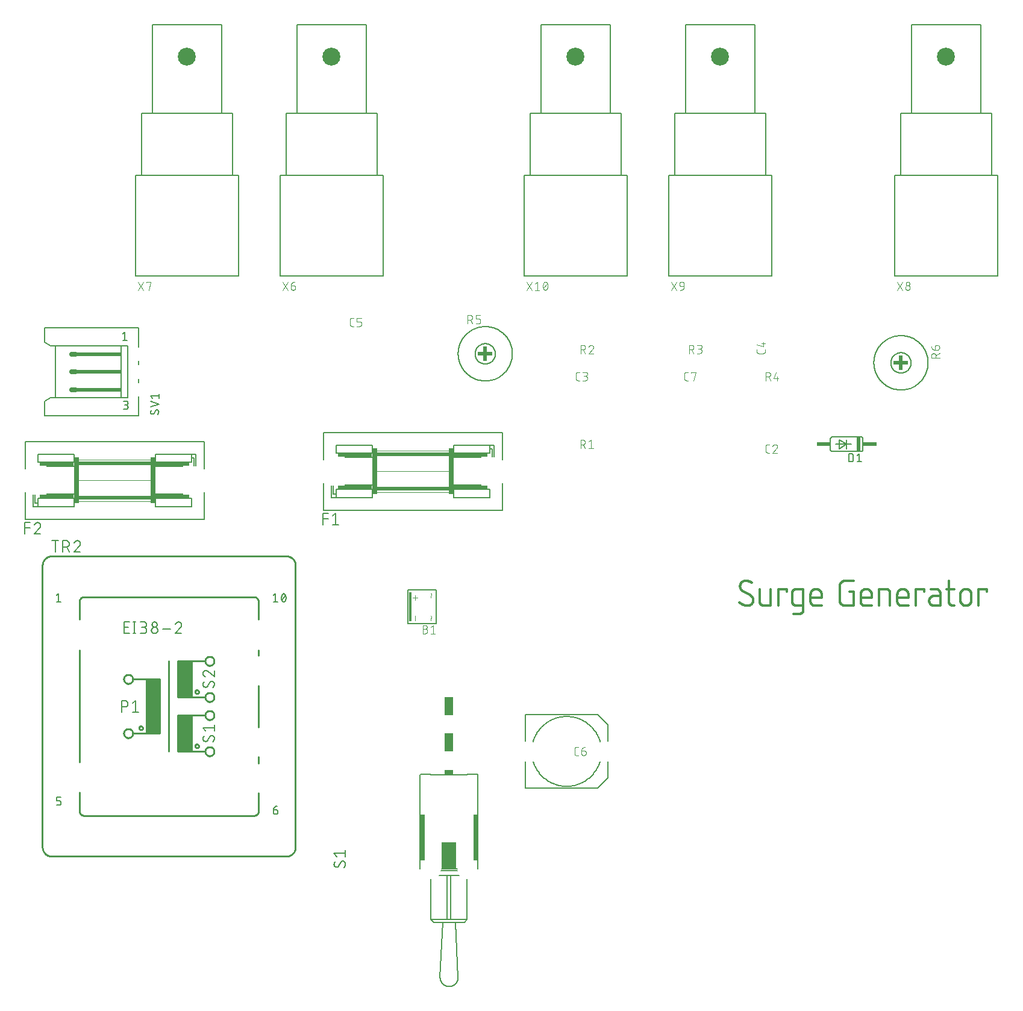
<source format=gbr>
G04 EAGLE Gerber RS-274X export*
G75*
%MOMM*%
%FSLAX34Y34*%
%LPD*%
%INSilkscreen Top*%
%IPPOS*%
%AMOC8*
5,1,8,0,0,1.08239X$1,22.5*%
G01*
%ADD10C,0.304800*%
%ADD11C,0.203200*%
%ADD12C,0.101600*%
%ADD13R,0.300000X4.100000*%
%ADD14C,0.152400*%
%ADD15R,0.508000X2.032000*%
%ADD16R,1.905000X0.508000*%
%ADD17C,0.127000*%
%ADD18C,0.050800*%
%ADD19R,0.635000X1.143000*%
%ADD20R,0.635000X4.064000*%
%ADD21R,10.160000X0.508000*%
%ADD22R,3.937000X0.127000*%
%ADD23R,4.826000X0.508000*%
%ADD24C,0.177800*%
%ADD25R,2.032000X0.508000*%
%ADD26R,1.270000X0.762000*%
%ADD27R,1.270000X2.540000*%
%ADD28R,0.635000X6.477000*%
%ADD29R,2.032000X3.810000*%
%ADD30C,0.660400*%
%ADD31R,6.604000X0.609600*%
%ADD32C,0.254000*%
%ADD33R,1.905000X7.620000*%
%ADD34R,1.905000X5.080000*%
%ADD35C,2.520000*%


D10*
X1118108Y395224D02*
X1118296Y395226D01*
X1118484Y395233D01*
X1118672Y395244D01*
X1118860Y395260D01*
X1119047Y395281D01*
X1119233Y395306D01*
X1119419Y395335D01*
X1119604Y395369D01*
X1119789Y395408D01*
X1119972Y395450D01*
X1120154Y395498D01*
X1120335Y395549D01*
X1120515Y395605D01*
X1120693Y395666D01*
X1120870Y395730D01*
X1121045Y395799D01*
X1121219Y395872D01*
X1121390Y395949D01*
X1121560Y396031D01*
X1121728Y396116D01*
X1121893Y396206D01*
X1122057Y396299D01*
X1122218Y396396D01*
X1122376Y396498D01*
X1122533Y396603D01*
X1122686Y396712D01*
X1122837Y396824D01*
X1122985Y396940D01*
X1123131Y397060D01*
X1123273Y397183D01*
X1123412Y397309D01*
X1123549Y397439D01*
X1123682Y397572D01*
X1123812Y397709D01*
X1123938Y397848D01*
X1124061Y397990D01*
X1124181Y398136D01*
X1124297Y398284D01*
X1124409Y398435D01*
X1124518Y398588D01*
X1124623Y398745D01*
X1124725Y398903D01*
X1124822Y399064D01*
X1124915Y399228D01*
X1125005Y399393D01*
X1125090Y399561D01*
X1125172Y399731D01*
X1125249Y399902D01*
X1125322Y400076D01*
X1125391Y400251D01*
X1125455Y400428D01*
X1125516Y400606D01*
X1125572Y400786D01*
X1125623Y400967D01*
X1125671Y401149D01*
X1125713Y401332D01*
X1125752Y401517D01*
X1125786Y401702D01*
X1125815Y401888D01*
X1125840Y402074D01*
X1125861Y402261D01*
X1125877Y402449D01*
X1125888Y402637D01*
X1125895Y402825D01*
X1125897Y403013D01*
X1118108Y395224D02*
X1117714Y395229D01*
X1117321Y395243D01*
X1116928Y395266D01*
X1116536Y395299D01*
X1116144Y395342D01*
X1115754Y395393D01*
X1115365Y395454D01*
X1114977Y395525D01*
X1114592Y395604D01*
X1114208Y395693D01*
X1113827Y395791D01*
X1113448Y395898D01*
X1113072Y396014D01*
X1112699Y396139D01*
X1112328Y396272D01*
X1111961Y396415D01*
X1111598Y396567D01*
X1111238Y396727D01*
X1110882Y396895D01*
X1110531Y397072D01*
X1110184Y397258D01*
X1109841Y397452D01*
X1109503Y397653D01*
X1109170Y397863D01*
X1108842Y398081D01*
X1108519Y398307D01*
X1108202Y398540D01*
X1107890Y398781D01*
X1107585Y399029D01*
X1107285Y399284D01*
X1106992Y399547D01*
X1106705Y399816D01*
X1106424Y400092D01*
X1107398Y422487D02*
X1107400Y422675D01*
X1107407Y422863D01*
X1107418Y423051D01*
X1107434Y423239D01*
X1107455Y423426D01*
X1107480Y423612D01*
X1107509Y423798D01*
X1107543Y423983D01*
X1107582Y424168D01*
X1107624Y424351D01*
X1107672Y424533D01*
X1107723Y424714D01*
X1107779Y424894D01*
X1107840Y425072D01*
X1107904Y425249D01*
X1107973Y425424D01*
X1108046Y425598D01*
X1108123Y425769D01*
X1108205Y425939D01*
X1108290Y426107D01*
X1108380Y426272D01*
X1108473Y426436D01*
X1108571Y426597D01*
X1108672Y426755D01*
X1108777Y426912D01*
X1108886Y427065D01*
X1108998Y427216D01*
X1109114Y427364D01*
X1109234Y427510D01*
X1109357Y427652D01*
X1109483Y427791D01*
X1109613Y427928D01*
X1109746Y428061D01*
X1109883Y428191D01*
X1110022Y428317D01*
X1110164Y428440D01*
X1110310Y428560D01*
X1110458Y428676D01*
X1110609Y428788D01*
X1110762Y428897D01*
X1110919Y429002D01*
X1111077Y429104D01*
X1111238Y429201D01*
X1111402Y429294D01*
X1111567Y429384D01*
X1111735Y429469D01*
X1111905Y429551D01*
X1112076Y429628D01*
X1112250Y429701D01*
X1112425Y429770D01*
X1112602Y429834D01*
X1112780Y429895D01*
X1112960Y429951D01*
X1113141Y430002D01*
X1113323Y430050D01*
X1113506Y430093D01*
X1113691Y430131D01*
X1113876Y430165D01*
X1114062Y430194D01*
X1114248Y430219D01*
X1114435Y430240D01*
X1114623Y430256D01*
X1114811Y430267D01*
X1114999Y430274D01*
X1115187Y430276D01*
X1115535Y430272D01*
X1115883Y430259D01*
X1116230Y430239D01*
X1116577Y430210D01*
X1116923Y430172D01*
X1117268Y430127D01*
X1117612Y430073D01*
X1117955Y430011D01*
X1118296Y429941D01*
X1118635Y429863D01*
X1118972Y429777D01*
X1119307Y429683D01*
X1119640Y429581D01*
X1119970Y429471D01*
X1120298Y429353D01*
X1120622Y429227D01*
X1120944Y429094D01*
X1121262Y428953D01*
X1121577Y428804D01*
X1121888Y428648D01*
X1122195Y428485D01*
X1122499Y428314D01*
X1122798Y428136D01*
X1123093Y427951D01*
X1123383Y427759D01*
X1123669Y427561D01*
X1123950Y427355D01*
X1111293Y415671D02*
X1111129Y415770D01*
X1110968Y415873D01*
X1110810Y415980D01*
X1110654Y416090D01*
X1110501Y416205D01*
X1110351Y416323D01*
X1110203Y416444D01*
X1110059Y416569D01*
X1109918Y416698D01*
X1109779Y416830D01*
X1109644Y416965D01*
X1109513Y417103D01*
X1109384Y417245D01*
X1109260Y417389D01*
X1109138Y417537D01*
X1109021Y417687D01*
X1108906Y417840D01*
X1108796Y417996D01*
X1108690Y418155D01*
X1108587Y418316D01*
X1108488Y418479D01*
X1108393Y418645D01*
X1108303Y418813D01*
X1108216Y418984D01*
X1108134Y419156D01*
X1108055Y419330D01*
X1107981Y419506D01*
X1107911Y419684D01*
X1107846Y419863D01*
X1107785Y420044D01*
X1107728Y420227D01*
X1107675Y420410D01*
X1107628Y420595D01*
X1107584Y420781D01*
X1107545Y420968D01*
X1107511Y421156D01*
X1107481Y421345D01*
X1107456Y421534D01*
X1107435Y421724D01*
X1107419Y421914D01*
X1107407Y422105D01*
X1107400Y422296D01*
X1107398Y422487D01*
X1122002Y409829D02*
X1122166Y409730D01*
X1122327Y409627D01*
X1122485Y409520D01*
X1122641Y409410D01*
X1122794Y409295D01*
X1122944Y409177D01*
X1123092Y409056D01*
X1123236Y408931D01*
X1123377Y408802D01*
X1123516Y408670D01*
X1123651Y408535D01*
X1123782Y408397D01*
X1123911Y408255D01*
X1124035Y408111D01*
X1124157Y407963D01*
X1124274Y407813D01*
X1124389Y407660D01*
X1124499Y407504D01*
X1124605Y407345D01*
X1124708Y407184D01*
X1124807Y407021D01*
X1124902Y406855D01*
X1124992Y406687D01*
X1125079Y406516D01*
X1125161Y406344D01*
X1125240Y406170D01*
X1125314Y405994D01*
X1125384Y405816D01*
X1125449Y405637D01*
X1125510Y405456D01*
X1125567Y405273D01*
X1125620Y405090D01*
X1125667Y404905D01*
X1125711Y404719D01*
X1125750Y404532D01*
X1125784Y404344D01*
X1125814Y404155D01*
X1125839Y403966D01*
X1125860Y403776D01*
X1125876Y403586D01*
X1125888Y403395D01*
X1125895Y403204D01*
X1125897Y403013D01*
X1122003Y409829D02*
X1111292Y415671D01*
X1135041Y418592D02*
X1135041Y401066D01*
X1135043Y400916D01*
X1135049Y400765D01*
X1135058Y400615D01*
X1135072Y400465D01*
X1135089Y400316D01*
X1135111Y400167D01*
X1135136Y400019D01*
X1135165Y399871D01*
X1135197Y399724D01*
X1135234Y399578D01*
X1135274Y399433D01*
X1135318Y399289D01*
X1135365Y399147D01*
X1135417Y399005D01*
X1135471Y398865D01*
X1135530Y398727D01*
X1135592Y398589D01*
X1135657Y398454D01*
X1135726Y398320D01*
X1135799Y398189D01*
X1135875Y398059D01*
X1135954Y397931D01*
X1136036Y397805D01*
X1136122Y397681D01*
X1136210Y397560D01*
X1136302Y397440D01*
X1136397Y397324D01*
X1136495Y397209D01*
X1136596Y397098D01*
X1136699Y396989D01*
X1136806Y396882D01*
X1136915Y396779D01*
X1137026Y396678D01*
X1137141Y396580D01*
X1137257Y396485D01*
X1137377Y396393D01*
X1137498Y396305D01*
X1137622Y396219D01*
X1137748Y396137D01*
X1137876Y396058D01*
X1138006Y395982D01*
X1138137Y395909D01*
X1138271Y395840D01*
X1138406Y395775D01*
X1138544Y395713D01*
X1138682Y395654D01*
X1138822Y395600D01*
X1138964Y395548D01*
X1139106Y395501D01*
X1139250Y395457D01*
X1139395Y395417D01*
X1139541Y395380D01*
X1139688Y395348D01*
X1139836Y395319D01*
X1139984Y395294D01*
X1140133Y395272D01*
X1140282Y395255D01*
X1140432Y395241D01*
X1140582Y395232D01*
X1140733Y395226D01*
X1140883Y395224D01*
X1150620Y395224D01*
X1150620Y418592D01*
X1161677Y418592D02*
X1161677Y395224D01*
X1161677Y418592D02*
X1173361Y418592D01*
X1173361Y414697D01*
X1186627Y395224D02*
X1196364Y395224D01*
X1186627Y395224D02*
X1186477Y395226D01*
X1186326Y395232D01*
X1186176Y395241D01*
X1186026Y395255D01*
X1185877Y395272D01*
X1185728Y395294D01*
X1185580Y395319D01*
X1185432Y395348D01*
X1185285Y395380D01*
X1185139Y395417D01*
X1184994Y395457D01*
X1184850Y395501D01*
X1184708Y395548D01*
X1184566Y395600D01*
X1184426Y395654D01*
X1184288Y395713D01*
X1184150Y395775D01*
X1184015Y395840D01*
X1183881Y395909D01*
X1183750Y395982D01*
X1183620Y396058D01*
X1183492Y396137D01*
X1183366Y396219D01*
X1183242Y396305D01*
X1183121Y396393D01*
X1183001Y396485D01*
X1182885Y396580D01*
X1182770Y396678D01*
X1182659Y396779D01*
X1182550Y396882D01*
X1182443Y396989D01*
X1182340Y397098D01*
X1182239Y397209D01*
X1182141Y397324D01*
X1182046Y397440D01*
X1181954Y397560D01*
X1181866Y397681D01*
X1181780Y397805D01*
X1181698Y397931D01*
X1181619Y398059D01*
X1181543Y398189D01*
X1181470Y398320D01*
X1181401Y398454D01*
X1181336Y398589D01*
X1181274Y398727D01*
X1181215Y398865D01*
X1181161Y399005D01*
X1181109Y399147D01*
X1181062Y399289D01*
X1181018Y399433D01*
X1180978Y399578D01*
X1180941Y399724D01*
X1180909Y399871D01*
X1180880Y400019D01*
X1180855Y400167D01*
X1180833Y400316D01*
X1180816Y400465D01*
X1180802Y400615D01*
X1180793Y400765D01*
X1180787Y400916D01*
X1180785Y401066D01*
X1180785Y412750D01*
X1180787Y412900D01*
X1180793Y413051D01*
X1180802Y413201D01*
X1180816Y413351D01*
X1180833Y413500D01*
X1180855Y413649D01*
X1180880Y413797D01*
X1180909Y413945D01*
X1180941Y414092D01*
X1180978Y414238D01*
X1181018Y414383D01*
X1181062Y414527D01*
X1181109Y414669D01*
X1181161Y414811D01*
X1181215Y414951D01*
X1181274Y415089D01*
X1181336Y415227D01*
X1181401Y415362D01*
X1181470Y415496D01*
X1181543Y415627D01*
X1181619Y415757D01*
X1181698Y415885D01*
X1181780Y416011D01*
X1181866Y416135D01*
X1181954Y416256D01*
X1182046Y416376D01*
X1182141Y416492D01*
X1182239Y416607D01*
X1182340Y416718D01*
X1182443Y416827D01*
X1182550Y416934D01*
X1182659Y417037D01*
X1182770Y417138D01*
X1182885Y417236D01*
X1183001Y417331D01*
X1183121Y417423D01*
X1183242Y417511D01*
X1183366Y417597D01*
X1183492Y417679D01*
X1183620Y417758D01*
X1183750Y417834D01*
X1183881Y417907D01*
X1184015Y417976D01*
X1184150Y418041D01*
X1184288Y418103D01*
X1184426Y418162D01*
X1184566Y418216D01*
X1184708Y418268D01*
X1184850Y418315D01*
X1184994Y418359D01*
X1185139Y418399D01*
X1185285Y418436D01*
X1185432Y418468D01*
X1185580Y418497D01*
X1185728Y418522D01*
X1185877Y418544D01*
X1186026Y418561D01*
X1186176Y418575D01*
X1186326Y418584D01*
X1186477Y418590D01*
X1186627Y418592D01*
X1196364Y418592D01*
X1196364Y389382D01*
X1196362Y389232D01*
X1196356Y389081D01*
X1196347Y388931D01*
X1196333Y388781D01*
X1196316Y388632D01*
X1196294Y388483D01*
X1196269Y388335D01*
X1196240Y388187D01*
X1196208Y388040D01*
X1196171Y387894D01*
X1196131Y387749D01*
X1196087Y387605D01*
X1196040Y387463D01*
X1195988Y387321D01*
X1195934Y387181D01*
X1195875Y387043D01*
X1195813Y386905D01*
X1195748Y386770D01*
X1195679Y386636D01*
X1195606Y386505D01*
X1195530Y386375D01*
X1195451Y386247D01*
X1195369Y386121D01*
X1195283Y385997D01*
X1195195Y385876D01*
X1195103Y385756D01*
X1195008Y385640D01*
X1194910Y385525D01*
X1194809Y385414D01*
X1194706Y385305D01*
X1194599Y385198D01*
X1194490Y385095D01*
X1194379Y384994D01*
X1194264Y384896D01*
X1194148Y384801D01*
X1194028Y384709D01*
X1193907Y384621D01*
X1193783Y384535D01*
X1193657Y384453D01*
X1193529Y384374D01*
X1193399Y384298D01*
X1193268Y384225D01*
X1193134Y384156D01*
X1192999Y384091D01*
X1192861Y384029D01*
X1192723Y383970D01*
X1192583Y383916D01*
X1192441Y383864D01*
X1192299Y383817D01*
X1192155Y383773D01*
X1192010Y383733D01*
X1191864Y383696D01*
X1191717Y383664D01*
X1191569Y383635D01*
X1191421Y383610D01*
X1191272Y383588D01*
X1191123Y383571D01*
X1190973Y383557D01*
X1190823Y383548D01*
X1190672Y383542D01*
X1190522Y383540D01*
X1182733Y383540D01*
X1212321Y395224D02*
X1222057Y395224D01*
X1212321Y395224D02*
X1212171Y395226D01*
X1212020Y395232D01*
X1211870Y395241D01*
X1211720Y395255D01*
X1211571Y395272D01*
X1211422Y395294D01*
X1211274Y395319D01*
X1211126Y395348D01*
X1210979Y395380D01*
X1210833Y395417D01*
X1210688Y395457D01*
X1210544Y395501D01*
X1210402Y395548D01*
X1210260Y395600D01*
X1210120Y395654D01*
X1209982Y395713D01*
X1209844Y395775D01*
X1209709Y395840D01*
X1209575Y395909D01*
X1209444Y395982D01*
X1209314Y396058D01*
X1209186Y396137D01*
X1209060Y396219D01*
X1208936Y396305D01*
X1208815Y396393D01*
X1208695Y396485D01*
X1208579Y396580D01*
X1208464Y396678D01*
X1208353Y396779D01*
X1208244Y396882D01*
X1208137Y396989D01*
X1208034Y397098D01*
X1207933Y397209D01*
X1207835Y397324D01*
X1207740Y397440D01*
X1207648Y397560D01*
X1207560Y397681D01*
X1207474Y397805D01*
X1207392Y397931D01*
X1207313Y398059D01*
X1207237Y398189D01*
X1207164Y398320D01*
X1207095Y398454D01*
X1207030Y398589D01*
X1206968Y398727D01*
X1206909Y398865D01*
X1206855Y399005D01*
X1206803Y399147D01*
X1206756Y399289D01*
X1206712Y399433D01*
X1206672Y399578D01*
X1206635Y399724D01*
X1206603Y399871D01*
X1206574Y400019D01*
X1206549Y400167D01*
X1206527Y400316D01*
X1206510Y400465D01*
X1206496Y400615D01*
X1206487Y400765D01*
X1206481Y400916D01*
X1206479Y401066D01*
X1206479Y410803D01*
X1206481Y410993D01*
X1206488Y411182D01*
X1206500Y411372D01*
X1206516Y411561D01*
X1206537Y411749D01*
X1206562Y411937D01*
X1206592Y412124D01*
X1206626Y412311D01*
X1206665Y412497D01*
X1206709Y412681D01*
X1206757Y412865D01*
X1206809Y413047D01*
X1206866Y413228D01*
X1206927Y413407D01*
X1206993Y413585D01*
X1207063Y413762D01*
X1207137Y413936D01*
X1207215Y414109D01*
X1207298Y414280D01*
X1207385Y414449D01*
X1207476Y414615D01*
X1207570Y414779D01*
X1207669Y414941D01*
X1207772Y415101D01*
X1207879Y415258D01*
X1207989Y415412D01*
X1208103Y415563D01*
X1208221Y415712D01*
X1208342Y415858D01*
X1208467Y416001D01*
X1208595Y416140D01*
X1208727Y416277D01*
X1208862Y416410D01*
X1209000Y416540D01*
X1209141Y416667D01*
X1209286Y416790D01*
X1209433Y416910D01*
X1209583Y417025D01*
X1209736Y417138D01*
X1209892Y417246D01*
X1210050Y417351D01*
X1210210Y417452D01*
X1210374Y417548D01*
X1210539Y417641D01*
X1210707Y417730D01*
X1210876Y417815D01*
X1211048Y417895D01*
X1211222Y417972D01*
X1211397Y418044D01*
X1211574Y418111D01*
X1211753Y418175D01*
X1211933Y418234D01*
X1212115Y418289D01*
X1212298Y418339D01*
X1212482Y418384D01*
X1212667Y418426D01*
X1212853Y418462D01*
X1213040Y418495D01*
X1213228Y418522D01*
X1213416Y418545D01*
X1213605Y418564D01*
X1213794Y418578D01*
X1213984Y418587D01*
X1214173Y418591D01*
X1214363Y418591D01*
X1214552Y418587D01*
X1214742Y418578D01*
X1214931Y418564D01*
X1215120Y418545D01*
X1215308Y418522D01*
X1215496Y418495D01*
X1215683Y418462D01*
X1215869Y418426D01*
X1216054Y418384D01*
X1216238Y418339D01*
X1216421Y418289D01*
X1216603Y418234D01*
X1216783Y418175D01*
X1216962Y418111D01*
X1217139Y418044D01*
X1217314Y417972D01*
X1217488Y417895D01*
X1217660Y417815D01*
X1217829Y417730D01*
X1217997Y417641D01*
X1218163Y417548D01*
X1218326Y417452D01*
X1218486Y417351D01*
X1218644Y417246D01*
X1218800Y417138D01*
X1218953Y417025D01*
X1219103Y416910D01*
X1219250Y416790D01*
X1219395Y416667D01*
X1219536Y416540D01*
X1219674Y416410D01*
X1219809Y416277D01*
X1219941Y416140D01*
X1220069Y416001D01*
X1220194Y415858D01*
X1220315Y415712D01*
X1220433Y415563D01*
X1220547Y415412D01*
X1220657Y415258D01*
X1220764Y415101D01*
X1220867Y414941D01*
X1220966Y414779D01*
X1221060Y414615D01*
X1221151Y414449D01*
X1221238Y414280D01*
X1221321Y414109D01*
X1221399Y413936D01*
X1221473Y413762D01*
X1221543Y413585D01*
X1221609Y413407D01*
X1221670Y413228D01*
X1221727Y413047D01*
X1221779Y412865D01*
X1221827Y412681D01*
X1221871Y412497D01*
X1221910Y412311D01*
X1221944Y412124D01*
X1221974Y411937D01*
X1221999Y411749D01*
X1222020Y411561D01*
X1222036Y411372D01*
X1222048Y411182D01*
X1222055Y410993D01*
X1222057Y410803D01*
X1222057Y406908D01*
X1206479Y406908D01*
X1261025Y414697D02*
X1266867Y414697D01*
X1266867Y395224D01*
X1255183Y395224D01*
X1254995Y395226D01*
X1254807Y395233D01*
X1254619Y395244D01*
X1254431Y395260D01*
X1254244Y395281D01*
X1254058Y395306D01*
X1253872Y395335D01*
X1253687Y395369D01*
X1253502Y395408D01*
X1253319Y395450D01*
X1253137Y395498D01*
X1252956Y395549D01*
X1252776Y395605D01*
X1252598Y395666D01*
X1252421Y395730D01*
X1252246Y395799D01*
X1252072Y395872D01*
X1251901Y395949D01*
X1251731Y396031D01*
X1251563Y396116D01*
X1251398Y396206D01*
X1251234Y396299D01*
X1251073Y396396D01*
X1250915Y396498D01*
X1250758Y396603D01*
X1250605Y396712D01*
X1250454Y396824D01*
X1250306Y396940D01*
X1250160Y397060D01*
X1250018Y397183D01*
X1249879Y397309D01*
X1249742Y397439D01*
X1249609Y397572D01*
X1249479Y397709D01*
X1249353Y397848D01*
X1249230Y397990D01*
X1249110Y398136D01*
X1248994Y398284D01*
X1248882Y398435D01*
X1248773Y398588D01*
X1248668Y398745D01*
X1248566Y398903D01*
X1248469Y399064D01*
X1248376Y399228D01*
X1248286Y399393D01*
X1248201Y399561D01*
X1248119Y399731D01*
X1248042Y399902D01*
X1247969Y400076D01*
X1247900Y400251D01*
X1247836Y400428D01*
X1247775Y400606D01*
X1247719Y400786D01*
X1247668Y400967D01*
X1247620Y401149D01*
X1247578Y401332D01*
X1247539Y401517D01*
X1247505Y401702D01*
X1247476Y401888D01*
X1247451Y402074D01*
X1247430Y402261D01*
X1247414Y402449D01*
X1247403Y402637D01*
X1247396Y402825D01*
X1247394Y403013D01*
X1247394Y422487D01*
X1247396Y422678D01*
X1247403Y422869D01*
X1247415Y423060D01*
X1247432Y423250D01*
X1247453Y423440D01*
X1247478Y423630D01*
X1247509Y423819D01*
X1247544Y424007D01*
X1247583Y424194D01*
X1247627Y424380D01*
X1247676Y424564D01*
X1247729Y424748D01*
X1247787Y424930D01*
X1247849Y425111D01*
X1247916Y425290D01*
X1247987Y425468D01*
X1248062Y425643D01*
X1248142Y425817D01*
X1248226Y425989D01*
X1248314Y426159D01*
X1248406Y426326D01*
X1248502Y426491D01*
X1248602Y426654D01*
X1248707Y426814D01*
X1248815Y426972D01*
X1248927Y427127D01*
X1249043Y427279D01*
X1249162Y427428D01*
X1249285Y427575D01*
X1249412Y427718D01*
X1249542Y427858D01*
X1249675Y427995D01*
X1249812Y428128D01*
X1249952Y428258D01*
X1250095Y428385D01*
X1250242Y428508D01*
X1250391Y428627D01*
X1250543Y428743D01*
X1250698Y428855D01*
X1250856Y428963D01*
X1251016Y429068D01*
X1251179Y429168D01*
X1251344Y429264D01*
X1251511Y429356D01*
X1251681Y429444D01*
X1251853Y429528D01*
X1252027Y429608D01*
X1252202Y429683D01*
X1252380Y429754D01*
X1252559Y429821D01*
X1252740Y429883D01*
X1252922Y429941D01*
X1253106Y429994D01*
X1253290Y430043D01*
X1253476Y430087D01*
X1253663Y430126D01*
X1253851Y430161D01*
X1254040Y430192D01*
X1254230Y430217D01*
X1254420Y430238D01*
X1254610Y430255D01*
X1254801Y430267D01*
X1254992Y430274D01*
X1255183Y430276D01*
X1266867Y430276D01*
X1282806Y395224D02*
X1292542Y395224D01*
X1282806Y395224D02*
X1282656Y395226D01*
X1282505Y395232D01*
X1282355Y395241D01*
X1282205Y395255D01*
X1282056Y395272D01*
X1281907Y395294D01*
X1281759Y395319D01*
X1281611Y395348D01*
X1281464Y395380D01*
X1281318Y395417D01*
X1281173Y395457D01*
X1281029Y395501D01*
X1280887Y395548D01*
X1280745Y395600D01*
X1280605Y395654D01*
X1280467Y395713D01*
X1280329Y395775D01*
X1280194Y395840D01*
X1280060Y395909D01*
X1279929Y395982D01*
X1279799Y396058D01*
X1279671Y396137D01*
X1279545Y396219D01*
X1279421Y396305D01*
X1279300Y396393D01*
X1279180Y396485D01*
X1279064Y396580D01*
X1278949Y396678D01*
X1278838Y396779D01*
X1278729Y396882D01*
X1278622Y396989D01*
X1278519Y397098D01*
X1278418Y397209D01*
X1278320Y397324D01*
X1278225Y397440D01*
X1278133Y397560D01*
X1278045Y397681D01*
X1277959Y397805D01*
X1277877Y397931D01*
X1277798Y398059D01*
X1277722Y398189D01*
X1277649Y398320D01*
X1277580Y398454D01*
X1277515Y398589D01*
X1277453Y398727D01*
X1277394Y398865D01*
X1277340Y399005D01*
X1277288Y399147D01*
X1277241Y399289D01*
X1277197Y399433D01*
X1277157Y399578D01*
X1277120Y399724D01*
X1277088Y399871D01*
X1277059Y400019D01*
X1277034Y400167D01*
X1277012Y400316D01*
X1276995Y400465D01*
X1276981Y400615D01*
X1276972Y400765D01*
X1276966Y400916D01*
X1276964Y401066D01*
X1276964Y410803D01*
X1276966Y410993D01*
X1276973Y411182D01*
X1276985Y411372D01*
X1277001Y411561D01*
X1277022Y411749D01*
X1277047Y411937D01*
X1277077Y412124D01*
X1277111Y412311D01*
X1277150Y412497D01*
X1277194Y412681D01*
X1277242Y412865D01*
X1277294Y413047D01*
X1277351Y413228D01*
X1277412Y413407D01*
X1277478Y413585D01*
X1277548Y413762D01*
X1277622Y413936D01*
X1277700Y414109D01*
X1277783Y414280D01*
X1277870Y414449D01*
X1277961Y414615D01*
X1278055Y414779D01*
X1278154Y414941D01*
X1278257Y415101D01*
X1278364Y415258D01*
X1278474Y415412D01*
X1278588Y415563D01*
X1278706Y415712D01*
X1278827Y415858D01*
X1278952Y416001D01*
X1279080Y416140D01*
X1279212Y416277D01*
X1279347Y416410D01*
X1279485Y416540D01*
X1279626Y416667D01*
X1279771Y416790D01*
X1279918Y416910D01*
X1280068Y417025D01*
X1280221Y417138D01*
X1280377Y417246D01*
X1280535Y417351D01*
X1280695Y417452D01*
X1280859Y417548D01*
X1281024Y417641D01*
X1281192Y417730D01*
X1281361Y417815D01*
X1281533Y417895D01*
X1281707Y417972D01*
X1281882Y418044D01*
X1282059Y418111D01*
X1282238Y418175D01*
X1282418Y418234D01*
X1282600Y418289D01*
X1282783Y418339D01*
X1282967Y418384D01*
X1283152Y418426D01*
X1283338Y418462D01*
X1283525Y418495D01*
X1283713Y418522D01*
X1283901Y418545D01*
X1284090Y418564D01*
X1284279Y418578D01*
X1284469Y418587D01*
X1284658Y418591D01*
X1284848Y418591D01*
X1285037Y418587D01*
X1285227Y418578D01*
X1285416Y418564D01*
X1285605Y418545D01*
X1285793Y418522D01*
X1285981Y418495D01*
X1286168Y418462D01*
X1286354Y418426D01*
X1286539Y418384D01*
X1286723Y418339D01*
X1286906Y418289D01*
X1287088Y418234D01*
X1287268Y418175D01*
X1287447Y418111D01*
X1287624Y418044D01*
X1287799Y417972D01*
X1287973Y417895D01*
X1288145Y417815D01*
X1288314Y417730D01*
X1288482Y417641D01*
X1288648Y417548D01*
X1288811Y417452D01*
X1288971Y417351D01*
X1289129Y417246D01*
X1289285Y417138D01*
X1289438Y417025D01*
X1289588Y416910D01*
X1289735Y416790D01*
X1289880Y416667D01*
X1290021Y416540D01*
X1290159Y416410D01*
X1290294Y416277D01*
X1290426Y416140D01*
X1290554Y416001D01*
X1290679Y415858D01*
X1290800Y415712D01*
X1290918Y415563D01*
X1291032Y415412D01*
X1291142Y415258D01*
X1291249Y415101D01*
X1291352Y414941D01*
X1291451Y414779D01*
X1291545Y414615D01*
X1291636Y414449D01*
X1291723Y414280D01*
X1291806Y414109D01*
X1291884Y413936D01*
X1291958Y413762D01*
X1292028Y413585D01*
X1292094Y413407D01*
X1292155Y413228D01*
X1292212Y413047D01*
X1292264Y412865D01*
X1292312Y412681D01*
X1292356Y412497D01*
X1292395Y412311D01*
X1292429Y412124D01*
X1292459Y411937D01*
X1292484Y411749D01*
X1292505Y411561D01*
X1292521Y411372D01*
X1292533Y411182D01*
X1292540Y410993D01*
X1292542Y410803D01*
X1292542Y406908D01*
X1276964Y406908D01*
X1302681Y395224D02*
X1302681Y418592D01*
X1312418Y418592D01*
X1312568Y418590D01*
X1312719Y418584D01*
X1312869Y418575D01*
X1313019Y418561D01*
X1313168Y418544D01*
X1313317Y418522D01*
X1313465Y418497D01*
X1313613Y418468D01*
X1313760Y418436D01*
X1313906Y418399D01*
X1314051Y418359D01*
X1314195Y418315D01*
X1314337Y418268D01*
X1314479Y418216D01*
X1314619Y418162D01*
X1314757Y418103D01*
X1314895Y418041D01*
X1315030Y417976D01*
X1315164Y417907D01*
X1315295Y417834D01*
X1315425Y417758D01*
X1315553Y417679D01*
X1315679Y417597D01*
X1315803Y417511D01*
X1315924Y417423D01*
X1316044Y417331D01*
X1316160Y417236D01*
X1316275Y417138D01*
X1316386Y417037D01*
X1316495Y416934D01*
X1316602Y416827D01*
X1316705Y416718D01*
X1316806Y416607D01*
X1316904Y416492D01*
X1316999Y416376D01*
X1317091Y416256D01*
X1317179Y416135D01*
X1317265Y416011D01*
X1317347Y415885D01*
X1317426Y415757D01*
X1317502Y415627D01*
X1317575Y415496D01*
X1317644Y415362D01*
X1317709Y415227D01*
X1317771Y415089D01*
X1317830Y414951D01*
X1317884Y414811D01*
X1317936Y414669D01*
X1317983Y414527D01*
X1318027Y414383D01*
X1318067Y414238D01*
X1318104Y414092D01*
X1318136Y413945D01*
X1318165Y413797D01*
X1318190Y413649D01*
X1318212Y413500D01*
X1318229Y413351D01*
X1318243Y413201D01*
X1318252Y413051D01*
X1318258Y412900D01*
X1318260Y412750D01*
X1318260Y395224D01*
X1334241Y395224D02*
X1343977Y395224D01*
X1334241Y395224D02*
X1334091Y395226D01*
X1333940Y395232D01*
X1333790Y395241D01*
X1333640Y395255D01*
X1333491Y395272D01*
X1333342Y395294D01*
X1333194Y395319D01*
X1333046Y395348D01*
X1332899Y395380D01*
X1332753Y395417D01*
X1332608Y395457D01*
X1332464Y395501D01*
X1332322Y395548D01*
X1332180Y395600D01*
X1332040Y395654D01*
X1331902Y395713D01*
X1331764Y395775D01*
X1331629Y395840D01*
X1331495Y395909D01*
X1331364Y395982D01*
X1331234Y396058D01*
X1331106Y396137D01*
X1330980Y396219D01*
X1330856Y396305D01*
X1330735Y396393D01*
X1330615Y396485D01*
X1330499Y396580D01*
X1330384Y396678D01*
X1330273Y396779D01*
X1330164Y396882D01*
X1330057Y396989D01*
X1329954Y397098D01*
X1329853Y397209D01*
X1329755Y397324D01*
X1329660Y397440D01*
X1329568Y397560D01*
X1329480Y397681D01*
X1329394Y397805D01*
X1329312Y397931D01*
X1329233Y398059D01*
X1329157Y398189D01*
X1329084Y398320D01*
X1329015Y398454D01*
X1328950Y398589D01*
X1328888Y398727D01*
X1328829Y398865D01*
X1328775Y399005D01*
X1328723Y399147D01*
X1328676Y399289D01*
X1328632Y399433D01*
X1328592Y399578D01*
X1328555Y399724D01*
X1328523Y399871D01*
X1328494Y400019D01*
X1328469Y400167D01*
X1328447Y400316D01*
X1328430Y400465D01*
X1328416Y400615D01*
X1328407Y400765D01*
X1328401Y400916D01*
X1328399Y401066D01*
X1328399Y410803D01*
X1328401Y410993D01*
X1328408Y411182D01*
X1328420Y411372D01*
X1328436Y411561D01*
X1328457Y411749D01*
X1328482Y411937D01*
X1328512Y412124D01*
X1328546Y412311D01*
X1328585Y412497D01*
X1328629Y412681D01*
X1328677Y412865D01*
X1328729Y413047D01*
X1328786Y413228D01*
X1328847Y413407D01*
X1328913Y413585D01*
X1328983Y413762D01*
X1329057Y413936D01*
X1329135Y414109D01*
X1329218Y414280D01*
X1329305Y414449D01*
X1329396Y414615D01*
X1329490Y414779D01*
X1329589Y414941D01*
X1329692Y415101D01*
X1329799Y415258D01*
X1329909Y415412D01*
X1330023Y415563D01*
X1330141Y415712D01*
X1330262Y415858D01*
X1330387Y416001D01*
X1330515Y416140D01*
X1330647Y416277D01*
X1330782Y416410D01*
X1330920Y416540D01*
X1331061Y416667D01*
X1331206Y416790D01*
X1331353Y416910D01*
X1331503Y417025D01*
X1331656Y417138D01*
X1331812Y417246D01*
X1331970Y417351D01*
X1332130Y417452D01*
X1332294Y417548D01*
X1332459Y417641D01*
X1332627Y417730D01*
X1332796Y417815D01*
X1332968Y417895D01*
X1333142Y417972D01*
X1333317Y418044D01*
X1333494Y418111D01*
X1333673Y418175D01*
X1333853Y418234D01*
X1334035Y418289D01*
X1334218Y418339D01*
X1334402Y418384D01*
X1334587Y418426D01*
X1334773Y418462D01*
X1334960Y418495D01*
X1335148Y418522D01*
X1335336Y418545D01*
X1335525Y418564D01*
X1335714Y418578D01*
X1335904Y418587D01*
X1336093Y418591D01*
X1336283Y418591D01*
X1336472Y418587D01*
X1336662Y418578D01*
X1336851Y418564D01*
X1337040Y418545D01*
X1337228Y418522D01*
X1337416Y418495D01*
X1337603Y418462D01*
X1337789Y418426D01*
X1337974Y418384D01*
X1338158Y418339D01*
X1338341Y418289D01*
X1338523Y418234D01*
X1338703Y418175D01*
X1338882Y418111D01*
X1339059Y418044D01*
X1339234Y417972D01*
X1339408Y417895D01*
X1339580Y417815D01*
X1339749Y417730D01*
X1339917Y417641D01*
X1340083Y417548D01*
X1340246Y417452D01*
X1340406Y417351D01*
X1340564Y417246D01*
X1340720Y417138D01*
X1340873Y417025D01*
X1341023Y416910D01*
X1341170Y416790D01*
X1341315Y416667D01*
X1341456Y416540D01*
X1341594Y416410D01*
X1341729Y416277D01*
X1341861Y416140D01*
X1341989Y416001D01*
X1342114Y415858D01*
X1342235Y415712D01*
X1342353Y415563D01*
X1342467Y415412D01*
X1342577Y415258D01*
X1342684Y415101D01*
X1342787Y414941D01*
X1342886Y414779D01*
X1342980Y414615D01*
X1343071Y414449D01*
X1343158Y414280D01*
X1343241Y414109D01*
X1343319Y413936D01*
X1343393Y413762D01*
X1343463Y413585D01*
X1343529Y413407D01*
X1343590Y413228D01*
X1343647Y413047D01*
X1343699Y412865D01*
X1343747Y412681D01*
X1343791Y412497D01*
X1343830Y412311D01*
X1343864Y412124D01*
X1343894Y411937D01*
X1343919Y411749D01*
X1343940Y411561D01*
X1343956Y411372D01*
X1343968Y411182D01*
X1343975Y410993D01*
X1343977Y410803D01*
X1343977Y406908D01*
X1328399Y406908D01*
X1354082Y395224D02*
X1354082Y418592D01*
X1365766Y418592D01*
X1365766Y414697D01*
X1380006Y408855D02*
X1388769Y408855D01*
X1380006Y408856D02*
X1379840Y408854D01*
X1379674Y408848D01*
X1379508Y408838D01*
X1379343Y408824D01*
X1379178Y408806D01*
X1379014Y408783D01*
X1378850Y408757D01*
X1378686Y408727D01*
X1378524Y408693D01*
X1378362Y408655D01*
X1378202Y408613D01*
X1378042Y408567D01*
X1377884Y408517D01*
X1377727Y408464D01*
X1377571Y408406D01*
X1377417Y408345D01*
X1377264Y408280D01*
X1377113Y408212D01*
X1376963Y408139D01*
X1376816Y408063D01*
X1376670Y407984D01*
X1376526Y407901D01*
X1376385Y407814D01*
X1376245Y407725D01*
X1376108Y407631D01*
X1375973Y407535D01*
X1375840Y407435D01*
X1375710Y407332D01*
X1375583Y407226D01*
X1375458Y407116D01*
X1375335Y407004D01*
X1375216Y406889D01*
X1375099Y406771D01*
X1374985Y406650D01*
X1374875Y406526D01*
X1374767Y406400D01*
X1374662Y406271D01*
X1374561Y406140D01*
X1374463Y406006D01*
X1374368Y405870D01*
X1374276Y405731D01*
X1374188Y405591D01*
X1374103Y405448D01*
X1374022Y405303D01*
X1373944Y405157D01*
X1373870Y405008D01*
X1373800Y404858D01*
X1373733Y404706D01*
X1373670Y404552D01*
X1373611Y404397D01*
X1373555Y404241D01*
X1373503Y404083D01*
X1373456Y403924D01*
X1373412Y403764D01*
X1373372Y403603D01*
X1373336Y403441D01*
X1373303Y403278D01*
X1373275Y403114D01*
X1373251Y402950D01*
X1373231Y402785D01*
X1373215Y402620D01*
X1373203Y402455D01*
X1373195Y402289D01*
X1373191Y402123D01*
X1373191Y401957D01*
X1373195Y401791D01*
X1373203Y401625D01*
X1373215Y401460D01*
X1373231Y401295D01*
X1373251Y401130D01*
X1373275Y400966D01*
X1373303Y400802D01*
X1373336Y400639D01*
X1373372Y400477D01*
X1373412Y400316D01*
X1373456Y400156D01*
X1373503Y399997D01*
X1373555Y399839D01*
X1373611Y399683D01*
X1373670Y399528D01*
X1373733Y399374D01*
X1373800Y399222D01*
X1373870Y399072D01*
X1373944Y398923D01*
X1374022Y398777D01*
X1374103Y398632D01*
X1374188Y398489D01*
X1374276Y398349D01*
X1374368Y398210D01*
X1374463Y398074D01*
X1374561Y397940D01*
X1374662Y397809D01*
X1374767Y397680D01*
X1374875Y397554D01*
X1374985Y397430D01*
X1375099Y397309D01*
X1375216Y397191D01*
X1375335Y397076D01*
X1375458Y396964D01*
X1375583Y396854D01*
X1375710Y396748D01*
X1375840Y396645D01*
X1375973Y396545D01*
X1376108Y396449D01*
X1376245Y396355D01*
X1376385Y396266D01*
X1376526Y396179D01*
X1376670Y396096D01*
X1376816Y396017D01*
X1376963Y395941D01*
X1377113Y395868D01*
X1377264Y395800D01*
X1377417Y395735D01*
X1377571Y395674D01*
X1377727Y395616D01*
X1377884Y395563D01*
X1378042Y395513D01*
X1378202Y395467D01*
X1378362Y395425D01*
X1378524Y395387D01*
X1378686Y395353D01*
X1378850Y395323D01*
X1379014Y395297D01*
X1379178Y395274D01*
X1379343Y395256D01*
X1379508Y395242D01*
X1379674Y395232D01*
X1379840Y395226D01*
X1380006Y395224D01*
X1388769Y395224D01*
X1388769Y412750D01*
X1388767Y412900D01*
X1388761Y413051D01*
X1388752Y413201D01*
X1388738Y413351D01*
X1388721Y413500D01*
X1388699Y413649D01*
X1388674Y413797D01*
X1388645Y413945D01*
X1388613Y414092D01*
X1388576Y414238D01*
X1388536Y414383D01*
X1388492Y414527D01*
X1388445Y414669D01*
X1388393Y414811D01*
X1388339Y414951D01*
X1388280Y415089D01*
X1388218Y415227D01*
X1388153Y415362D01*
X1388084Y415496D01*
X1388011Y415627D01*
X1387935Y415757D01*
X1387856Y415885D01*
X1387774Y416011D01*
X1387688Y416135D01*
X1387600Y416256D01*
X1387508Y416376D01*
X1387413Y416492D01*
X1387315Y416607D01*
X1387214Y416718D01*
X1387111Y416827D01*
X1387004Y416934D01*
X1386895Y417037D01*
X1386784Y417138D01*
X1386669Y417236D01*
X1386553Y417331D01*
X1386433Y417423D01*
X1386312Y417511D01*
X1386188Y417597D01*
X1386062Y417679D01*
X1385934Y417758D01*
X1385804Y417834D01*
X1385673Y417907D01*
X1385539Y417976D01*
X1385404Y418041D01*
X1385266Y418103D01*
X1385128Y418162D01*
X1384988Y418216D01*
X1384846Y418268D01*
X1384704Y418315D01*
X1384560Y418359D01*
X1384415Y418399D01*
X1384269Y418436D01*
X1384122Y418468D01*
X1383974Y418497D01*
X1383826Y418522D01*
X1383677Y418544D01*
X1383528Y418561D01*
X1383378Y418575D01*
X1383228Y418584D01*
X1383077Y418590D01*
X1382927Y418592D01*
X1375138Y418592D01*
X1397063Y418592D02*
X1408747Y418592D01*
X1400958Y430276D02*
X1400958Y401066D01*
X1400960Y400916D01*
X1400966Y400765D01*
X1400975Y400615D01*
X1400989Y400465D01*
X1401006Y400316D01*
X1401028Y400167D01*
X1401053Y400019D01*
X1401082Y399871D01*
X1401114Y399724D01*
X1401151Y399578D01*
X1401191Y399433D01*
X1401235Y399289D01*
X1401282Y399147D01*
X1401334Y399005D01*
X1401388Y398865D01*
X1401447Y398727D01*
X1401509Y398589D01*
X1401574Y398454D01*
X1401643Y398320D01*
X1401716Y398189D01*
X1401792Y398059D01*
X1401871Y397931D01*
X1401953Y397805D01*
X1402039Y397681D01*
X1402127Y397560D01*
X1402219Y397440D01*
X1402314Y397324D01*
X1402412Y397209D01*
X1402513Y397098D01*
X1402616Y396989D01*
X1402723Y396882D01*
X1402832Y396779D01*
X1402943Y396678D01*
X1403058Y396580D01*
X1403174Y396485D01*
X1403294Y396393D01*
X1403415Y396305D01*
X1403539Y396219D01*
X1403665Y396137D01*
X1403793Y396058D01*
X1403923Y395982D01*
X1404054Y395909D01*
X1404188Y395840D01*
X1404323Y395775D01*
X1404461Y395713D01*
X1404599Y395654D01*
X1404739Y395600D01*
X1404881Y395548D01*
X1405023Y395501D01*
X1405167Y395457D01*
X1405312Y395417D01*
X1405458Y395380D01*
X1405605Y395348D01*
X1405753Y395319D01*
X1405901Y395294D01*
X1406050Y395272D01*
X1406199Y395255D01*
X1406349Y395241D01*
X1406499Y395232D01*
X1406650Y395226D01*
X1406800Y395224D01*
X1408747Y395224D01*
X1416981Y403013D02*
X1416981Y410803D01*
X1416983Y410993D01*
X1416990Y411182D01*
X1417002Y411372D01*
X1417018Y411561D01*
X1417039Y411749D01*
X1417064Y411937D01*
X1417094Y412124D01*
X1417128Y412311D01*
X1417167Y412497D01*
X1417211Y412681D01*
X1417259Y412865D01*
X1417311Y413047D01*
X1417368Y413228D01*
X1417429Y413407D01*
X1417495Y413585D01*
X1417565Y413762D01*
X1417639Y413936D01*
X1417717Y414109D01*
X1417800Y414280D01*
X1417887Y414449D01*
X1417978Y414615D01*
X1418072Y414779D01*
X1418171Y414941D01*
X1418274Y415101D01*
X1418381Y415258D01*
X1418491Y415412D01*
X1418605Y415563D01*
X1418723Y415712D01*
X1418844Y415858D01*
X1418969Y416001D01*
X1419097Y416140D01*
X1419229Y416277D01*
X1419364Y416410D01*
X1419502Y416540D01*
X1419643Y416667D01*
X1419788Y416790D01*
X1419935Y416910D01*
X1420085Y417025D01*
X1420238Y417138D01*
X1420394Y417246D01*
X1420552Y417351D01*
X1420712Y417452D01*
X1420876Y417548D01*
X1421041Y417641D01*
X1421209Y417730D01*
X1421378Y417815D01*
X1421550Y417895D01*
X1421724Y417972D01*
X1421899Y418044D01*
X1422076Y418111D01*
X1422255Y418175D01*
X1422435Y418234D01*
X1422617Y418289D01*
X1422800Y418339D01*
X1422984Y418384D01*
X1423169Y418426D01*
X1423355Y418462D01*
X1423542Y418495D01*
X1423730Y418522D01*
X1423918Y418545D01*
X1424107Y418564D01*
X1424296Y418578D01*
X1424486Y418587D01*
X1424675Y418591D01*
X1424865Y418591D01*
X1425054Y418587D01*
X1425244Y418578D01*
X1425433Y418564D01*
X1425622Y418545D01*
X1425810Y418522D01*
X1425998Y418495D01*
X1426185Y418462D01*
X1426371Y418426D01*
X1426556Y418384D01*
X1426740Y418339D01*
X1426923Y418289D01*
X1427105Y418234D01*
X1427285Y418175D01*
X1427464Y418111D01*
X1427641Y418044D01*
X1427816Y417972D01*
X1427990Y417895D01*
X1428162Y417815D01*
X1428331Y417730D01*
X1428499Y417641D01*
X1428665Y417548D01*
X1428828Y417452D01*
X1428988Y417351D01*
X1429146Y417246D01*
X1429302Y417138D01*
X1429455Y417025D01*
X1429605Y416910D01*
X1429752Y416790D01*
X1429897Y416667D01*
X1430038Y416540D01*
X1430176Y416410D01*
X1430311Y416277D01*
X1430443Y416140D01*
X1430571Y416001D01*
X1430696Y415858D01*
X1430817Y415712D01*
X1430935Y415563D01*
X1431049Y415412D01*
X1431159Y415258D01*
X1431266Y415101D01*
X1431369Y414941D01*
X1431468Y414779D01*
X1431562Y414615D01*
X1431653Y414449D01*
X1431740Y414280D01*
X1431823Y414109D01*
X1431901Y413936D01*
X1431975Y413762D01*
X1432045Y413585D01*
X1432111Y413407D01*
X1432172Y413228D01*
X1432229Y413047D01*
X1432281Y412865D01*
X1432329Y412681D01*
X1432373Y412497D01*
X1432412Y412311D01*
X1432446Y412124D01*
X1432476Y411937D01*
X1432501Y411749D01*
X1432522Y411561D01*
X1432538Y411372D01*
X1432550Y411182D01*
X1432557Y410993D01*
X1432559Y410803D01*
X1432560Y410803D02*
X1432560Y403013D01*
X1432559Y403013D02*
X1432557Y402823D01*
X1432550Y402634D01*
X1432538Y402444D01*
X1432522Y402255D01*
X1432501Y402067D01*
X1432476Y401879D01*
X1432446Y401692D01*
X1432412Y401505D01*
X1432373Y401319D01*
X1432329Y401135D01*
X1432281Y400951D01*
X1432229Y400769D01*
X1432172Y400588D01*
X1432111Y400409D01*
X1432045Y400231D01*
X1431975Y400054D01*
X1431901Y399880D01*
X1431823Y399707D01*
X1431740Y399536D01*
X1431653Y399367D01*
X1431562Y399201D01*
X1431468Y399037D01*
X1431369Y398875D01*
X1431266Y398715D01*
X1431159Y398558D01*
X1431049Y398404D01*
X1430935Y398253D01*
X1430817Y398104D01*
X1430696Y397958D01*
X1430571Y397815D01*
X1430443Y397676D01*
X1430311Y397539D01*
X1430176Y397406D01*
X1430038Y397276D01*
X1429897Y397149D01*
X1429752Y397026D01*
X1429605Y396906D01*
X1429455Y396791D01*
X1429302Y396678D01*
X1429146Y396570D01*
X1428988Y396465D01*
X1428828Y396364D01*
X1428665Y396268D01*
X1428499Y396175D01*
X1428331Y396086D01*
X1428162Y396001D01*
X1427990Y395921D01*
X1427816Y395844D01*
X1427641Y395772D01*
X1427464Y395705D01*
X1427285Y395641D01*
X1427105Y395582D01*
X1426923Y395527D01*
X1426740Y395477D01*
X1426556Y395432D01*
X1426371Y395390D01*
X1426185Y395354D01*
X1425998Y395321D01*
X1425810Y395294D01*
X1425622Y395271D01*
X1425433Y395252D01*
X1425244Y395238D01*
X1425054Y395229D01*
X1424865Y395225D01*
X1424675Y395225D01*
X1424486Y395229D01*
X1424296Y395238D01*
X1424107Y395252D01*
X1423918Y395271D01*
X1423730Y395294D01*
X1423542Y395321D01*
X1423355Y395354D01*
X1423169Y395390D01*
X1422984Y395432D01*
X1422800Y395477D01*
X1422617Y395527D01*
X1422435Y395582D01*
X1422255Y395641D01*
X1422076Y395705D01*
X1421899Y395772D01*
X1421724Y395844D01*
X1421550Y395921D01*
X1421378Y396001D01*
X1421209Y396086D01*
X1421041Y396175D01*
X1420876Y396268D01*
X1420712Y396364D01*
X1420552Y396465D01*
X1420394Y396570D01*
X1420238Y396678D01*
X1420085Y396791D01*
X1419935Y396906D01*
X1419788Y397026D01*
X1419643Y397149D01*
X1419502Y397276D01*
X1419364Y397406D01*
X1419229Y397539D01*
X1419097Y397676D01*
X1418969Y397815D01*
X1418844Y397958D01*
X1418723Y398104D01*
X1418605Y398253D01*
X1418491Y398404D01*
X1418381Y398558D01*
X1418274Y398715D01*
X1418171Y398875D01*
X1418072Y399037D01*
X1417978Y399201D01*
X1417887Y399367D01*
X1417800Y399536D01*
X1417717Y399707D01*
X1417639Y399880D01*
X1417565Y400054D01*
X1417495Y400231D01*
X1417429Y400409D01*
X1417368Y400588D01*
X1417311Y400769D01*
X1417259Y400951D01*
X1417211Y401135D01*
X1417167Y401319D01*
X1417128Y401505D01*
X1417094Y401692D01*
X1417064Y401879D01*
X1417039Y402067D01*
X1417018Y402255D01*
X1417002Y402444D01*
X1416990Y402634D01*
X1416983Y402823D01*
X1416981Y403013D01*
X1442665Y395224D02*
X1442665Y418592D01*
X1454349Y418592D01*
X1454349Y414697D01*
D11*
X640400Y417200D02*
X640400Y370200D01*
X640400Y417200D02*
X680400Y417200D01*
X680400Y370200D01*
X640400Y370200D01*
D12*
X650700Y374650D02*
X650700Y381000D01*
X647700Y406400D02*
X654050Y406400D01*
X650950Y403250D02*
X650950Y409600D01*
X673150Y377700D02*
X673084Y377642D01*
X673021Y377581D01*
X672961Y377518D01*
X672903Y377452D01*
X672849Y377383D01*
X672797Y377312D01*
X672749Y377239D01*
X672704Y377164D01*
X672663Y377087D01*
X672625Y377008D01*
X672591Y376927D01*
X672560Y376845D01*
X672533Y376762D01*
X672510Y376677D01*
X672491Y376592D01*
X672475Y376505D01*
X672463Y376419D01*
X672455Y376331D01*
X672451Y376244D01*
X672451Y376156D01*
X672455Y376069D01*
X672463Y375981D01*
X672475Y375895D01*
X672491Y375808D01*
X672510Y375723D01*
X672533Y375638D01*
X672560Y375555D01*
X672591Y375473D01*
X672625Y375392D01*
X672663Y375313D01*
X672704Y375236D01*
X672749Y375161D01*
X672797Y375088D01*
X672849Y375017D01*
X672903Y374948D01*
X672961Y374882D01*
X673021Y374819D01*
X673084Y374758D01*
X673150Y374700D01*
X673150Y377700D02*
X673216Y377758D01*
X673279Y377819D01*
X673339Y377882D01*
X673397Y377948D01*
X673451Y378017D01*
X673503Y378088D01*
X673551Y378161D01*
X673596Y378236D01*
X673637Y378313D01*
X673675Y378392D01*
X673709Y378473D01*
X673740Y378555D01*
X673767Y378638D01*
X673790Y378723D01*
X673809Y378808D01*
X673825Y378895D01*
X673837Y378981D01*
X673845Y379069D01*
X673849Y379156D01*
X673849Y379244D01*
X673845Y379331D01*
X673837Y379419D01*
X673825Y379505D01*
X673809Y379592D01*
X673790Y379677D01*
X673767Y379762D01*
X673740Y379845D01*
X673709Y379927D01*
X673675Y380008D01*
X673637Y380087D01*
X673596Y380164D01*
X673551Y380239D01*
X673503Y380312D01*
X673451Y380383D01*
X673397Y380452D01*
X673339Y380518D01*
X673279Y380581D01*
X673216Y380642D01*
X673150Y380700D01*
X673150Y406450D02*
X673084Y406508D01*
X673021Y406569D01*
X672961Y406632D01*
X672903Y406698D01*
X672849Y406767D01*
X672797Y406838D01*
X672749Y406911D01*
X672704Y406986D01*
X672663Y407063D01*
X672625Y407142D01*
X672591Y407223D01*
X672560Y407305D01*
X672533Y407388D01*
X672510Y407473D01*
X672491Y407558D01*
X672475Y407645D01*
X672463Y407731D01*
X672455Y407819D01*
X672451Y407906D01*
X672451Y407994D01*
X672455Y408081D01*
X672463Y408169D01*
X672475Y408255D01*
X672491Y408342D01*
X672510Y408427D01*
X672533Y408512D01*
X672560Y408595D01*
X672591Y408677D01*
X672625Y408758D01*
X672663Y408837D01*
X672704Y408914D01*
X672749Y408989D01*
X672797Y409062D01*
X672849Y409133D01*
X672903Y409202D01*
X672961Y409268D01*
X673021Y409331D01*
X673084Y409392D01*
X673150Y409450D01*
X673216Y409508D01*
X673279Y409569D01*
X673339Y409632D01*
X673397Y409698D01*
X673451Y409767D01*
X673503Y409838D01*
X673551Y409911D01*
X673596Y409986D01*
X673637Y410063D01*
X673675Y410142D01*
X673709Y410223D01*
X673740Y410305D01*
X673767Y410388D01*
X673790Y410473D01*
X673809Y410558D01*
X673825Y410645D01*
X673837Y410731D01*
X673845Y410819D01*
X673849Y410906D01*
X673849Y410994D01*
X673845Y411081D01*
X673837Y411169D01*
X673825Y411255D01*
X673809Y411342D01*
X673790Y411427D01*
X673767Y411512D01*
X673740Y411595D01*
X673709Y411677D01*
X673675Y411758D01*
X673637Y411837D01*
X673596Y411914D01*
X673551Y411989D01*
X673503Y412062D01*
X673451Y412133D01*
X673397Y412202D01*
X673339Y412268D01*
X673279Y412331D01*
X673216Y412392D01*
X673150Y412450D01*
D13*
X643900Y393700D03*
D12*
X661571Y362599D02*
X664817Y362599D01*
X664817Y362600D02*
X664930Y362598D01*
X665043Y362592D01*
X665156Y362582D01*
X665269Y362568D01*
X665381Y362551D01*
X665492Y362529D01*
X665602Y362504D01*
X665712Y362474D01*
X665820Y362441D01*
X665927Y362404D01*
X666033Y362364D01*
X666137Y362319D01*
X666240Y362271D01*
X666341Y362220D01*
X666440Y362165D01*
X666537Y362107D01*
X666632Y362045D01*
X666725Y361980D01*
X666815Y361912D01*
X666903Y361841D01*
X666989Y361766D01*
X667072Y361689D01*
X667152Y361609D01*
X667229Y361526D01*
X667304Y361440D01*
X667375Y361352D01*
X667443Y361262D01*
X667508Y361169D01*
X667570Y361074D01*
X667628Y360977D01*
X667683Y360878D01*
X667734Y360777D01*
X667782Y360674D01*
X667827Y360570D01*
X667867Y360464D01*
X667904Y360357D01*
X667937Y360249D01*
X667967Y360139D01*
X667992Y360029D01*
X668014Y359918D01*
X668031Y359806D01*
X668045Y359693D01*
X668055Y359580D01*
X668061Y359467D01*
X668063Y359354D01*
X668061Y359241D01*
X668055Y359128D01*
X668045Y359015D01*
X668031Y358902D01*
X668014Y358790D01*
X667992Y358679D01*
X667967Y358569D01*
X667937Y358459D01*
X667904Y358351D01*
X667867Y358244D01*
X667827Y358138D01*
X667782Y358034D01*
X667734Y357931D01*
X667683Y357830D01*
X667628Y357731D01*
X667570Y357634D01*
X667508Y357539D01*
X667443Y357446D01*
X667375Y357356D01*
X667304Y357268D01*
X667229Y357182D01*
X667152Y357099D01*
X667072Y357019D01*
X666989Y356942D01*
X666903Y356867D01*
X666815Y356796D01*
X666725Y356728D01*
X666632Y356663D01*
X666537Y356601D01*
X666440Y356543D01*
X666341Y356488D01*
X666240Y356437D01*
X666137Y356389D01*
X666033Y356344D01*
X665927Y356304D01*
X665820Y356267D01*
X665712Y356234D01*
X665602Y356204D01*
X665492Y356179D01*
X665381Y356157D01*
X665269Y356140D01*
X665156Y356126D01*
X665043Y356116D01*
X664930Y356110D01*
X664817Y356108D01*
X661571Y356108D01*
X661571Y367792D01*
X664817Y367792D01*
X664918Y367790D01*
X665018Y367784D01*
X665118Y367774D01*
X665218Y367761D01*
X665317Y367743D01*
X665416Y367722D01*
X665513Y367697D01*
X665610Y367668D01*
X665705Y367635D01*
X665799Y367599D01*
X665891Y367559D01*
X665982Y367516D01*
X666071Y367469D01*
X666158Y367419D01*
X666244Y367365D01*
X666327Y367308D01*
X666407Y367248D01*
X666486Y367185D01*
X666562Y367118D01*
X666635Y367049D01*
X666705Y366977D01*
X666773Y366903D01*
X666838Y366826D01*
X666899Y366746D01*
X666958Y366664D01*
X667013Y366580D01*
X667065Y366494D01*
X667114Y366406D01*
X667159Y366316D01*
X667201Y366224D01*
X667239Y366131D01*
X667273Y366036D01*
X667304Y365941D01*
X667331Y365844D01*
X667354Y365746D01*
X667374Y365647D01*
X667389Y365547D01*
X667401Y365447D01*
X667409Y365347D01*
X667413Y365246D01*
X667413Y365146D01*
X667409Y365045D01*
X667401Y364945D01*
X667389Y364845D01*
X667374Y364745D01*
X667354Y364646D01*
X667331Y364548D01*
X667304Y364451D01*
X667273Y364356D01*
X667239Y364261D01*
X667201Y364168D01*
X667159Y364076D01*
X667114Y363986D01*
X667065Y363898D01*
X667013Y363812D01*
X666958Y363728D01*
X666899Y363646D01*
X666838Y363566D01*
X666773Y363489D01*
X666705Y363415D01*
X666635Y363343D01*
X666562Y363274D01*
X666486Y363207D01*
X666407Y363144D01*
X666327Y363084D01*
X666244Y363027D01*
X666158Y362973D01*
X666071Y362923D01*
X665982Y362876D01*
X665891Y362833D01*
X665799Y362793D01*
X665705Y362757D01*
X665610Y362724D01*
X665513Y362695D01*
X665416Y362670D01*
X665317Y362649D01*
X665218Y362631D01*
X665118Y362618D01*
X665018Y362608D01*
X664918Y362602D01*
X664817Y362600D01*
X672451Y365196D02*
X675696Y367792D01*
X675696Y356108D01*
X672451Y356108D02*
X678942Y356108D01*
X1146104Y610108D02*
X1148701Y610108D01*
X1146104Y610108D02*
X1146005Y610110D01*
X1145905Y610116D01*
X1145806Y610125D01*
X1145708Y610138D01*
X1145610Y610155D01*
X1145512Y610176D01*
X1145416Y610201D01*
X1145321Y610229D01*
X1145227Y610261D01*
X1145134Y610296D01*
X1145042Y610335D01*
X1144952Y610378D01*
X1144864Y610423D01*
X1144777Y610473D01*
X1144693Y610525D01*
X1144610Y610581D01*
X1144530Y610639D01*
X1144452Y610701D01*
X1144377Y610766D01*
X1144304Y610834D01*
X1144234Y610904D01*
X1144166Y610977D01*
X1144101Y611052D01*
X1144039Y611130D01*
X1143981Y611210D01*
X1143925Y611293D01*
X1143873Y611377D01*
X1143823Y611464D01*
X1143778Y611552D01*
X1143735Y611642D01*
X1143696Y611734D01*
X1143661Y611827D01*
X1143629Y611921D01*
X1143601Y612016D01*
X1143576Y612112D01*
X1143555Y612210D01*
X1143538Y612308D01*
X1143525Y612406D01*
X1143516Y612505D01*
X1143510Y612605D01*
X1143508Y612704D01*
X1143508Y619196D01*
X1143510Y619295D01*
X1143516Y619395D01*
X1143525Y619494D01*
X1143538Y619592D01*
X1143555Y619690D01*
X1143576Y619788D01*
X1143601Y619884D01*
X1143629Y619979D01*
X1143661Y620073D01*
X1143696Y620166D01*
X1143735Y620258D01*
X1143778Y620348D01*
X1143823Y620436D01*
X1143873Y620523D01*
X1143925Y620607D01*
X1143981Y620690D01*
X1144039Y620770D01*
X1144101Y620848D01*
X1144166Y620923D01*
X1144234Y620996D01*
X1144304Y621066D01*
X1144377Y621134D01*
X1144452Y621199D01*
X1144530Y621261D01*
X1144610Y621319D01*
X1144693Y621375D01*
X1144777Y621427D01*
X1144864Y621477D01*
X1144952Y621522D01*
X1145042Y621565D01*
X1145134Y621604D01*
X1145226Y621639D01*
X1145321Y621671D01*
X1145416Y621699D01*
X1145512Y621724D01*
X1145610Y621745D01*
X1145708Y621762D01*
X1145806Y621775D01*
X1145905Y621784D01*
X1146005Y621790D01*
X1146104Y621792D01*
X1148701Y621792D01*
X1156636Y621792D02*
X1156743Y621790D01*
X1156849Y621784D01*
X1156955Y621774D01*
X1157061Y621761D01*
X1157167Y621743D01*
X1157271Y621722D01*
X1157375Y621697D01*
X1157478Y621668D01*
X1157579Y621636D01*
X1157679Y621599D01*
X1157778Y621559D01*
X1157876Y621516D01*
X1157972Y621469D01*
X1158066Y621418D01*
X1158158Y621364D01*
X1158248Y621307D01*
X1158336Y621247D01*
X1158421Y621183D01*
X1158504Y621116D01*
X1158585Y621046D01*
X1158663Y620974D01*
X1158739Y620898D01*
X1158811Y620820D01*
X1158881Y620739D01*
X1158948Y620656D01*
X1159012Y620571D01*
X1159072Y620483D01*
X1159129Y620393D01*
X1159183Y620301D01*
X1159234Y620207D01*
X1159281Y620111D01*
X1159324Y620013D01*
X1159364Y619914D01*
X1159401Y619814D01*
X1159433Y619713D01*
X1159462Y619610D01*
X1159487Y619506D01*
X1159508Y619402D01*
X1159526Y619296D01*
X1159539Y619190D01*
X1159549Y619084D01*
X1159555Y618978D01*
X1159557Y618871D01*
X1156636Y621792D02*
X1156515Y621790D01*
X1156394Y621784D01*
X1156274Y621774D01*
X1156153Y621761D01*
X1156034Y621743D01*
X1155914Y621722D01*
X1155796Y621697D01*
X1155679Y621668D01*
X1155562Y621635D01*
X1155447Y621599D01*
X1155333Y621558D01*
X1155220Y621515D01*
X1155108Y621467D01*
X1154999Y621416D01*
X1154891Y621361D01*
X1154784Y621303D01*
X1154680Y621242D01*
X1154578Y621177D01*
X1154478Y621109D01*
X1154380Y621038D01*
X1154284Y620964D01*
X1154191Y620887D01*
X1154101Y620806D01*
X1154013Y620723D01*
X1153928Y620637D01*
X1153845Y620548D01*
X1153766Y620457D01*
X1153689Y620363D01*
X1153616Y620267D01*
X1153546Y620169D01*
X1153479Y620068D01*
X1153415Y619965D01*
X1153355Y619860D01*
X1153298Y619753D01*
X1153244Y619645D01*
X1153194Y619535D01*
X1153148Y619423D01*
X1153105Y619310D01*
X1153066Y619195D01*
X1158584Y616599D02*
X1158663Y616676D01*
X1158739Y616757D01*
X1158812Y616840D01*
X1158882Y616925D01*
X1158949Y617013D01*
X1159013Y617103D01*
X1159073Y617195D01*
X1159130Y617290D01*
X1159184Y617386D01*
X1159235Y617484D01*
X1159282Y617584D01*
X1159326Y617686D01*
X1159366Y617789D01*
X1159402Y617893D01*
X1159434Y617999D01*
X1159463Y618105D01*
X1159488Y618213D01*
X1159510Y618321D01*
X1159527Y618431D01*
X1159541Y618540D01*
X1159550Y618650D01*
X1159556Y618761D01*
X1159558Y618871D01*
X1158584Y616599D02*
X1153066Y610108D01*
X1159557Y610108D01*
X882001Y711708D02*
X879404Y711708D01*
X879305Y711710D01*
X879205Y711716D01*
X879106Y711725D01*
X879008Y711738D01*
X878910Y711755D01*
X878812Y711776D01*
X878716Y711801D01*
X878621Y711829D01*
X878527Y711861D01*
X878434Y711896D01*
X878342Y711935D01*
X878252Y711978D01*
X878164Y712023D01*
X878077Y712073D01*
X877993Y712125D01*
X877910Y712181D01*
X877830Y712239D01*
X877752Y712301D01*
X877677Y712366D01*
X877604Y712434D01*
X877534Y712504D01*
X877466Y712577D01*
X877401Y712652D01*
X877339Y712730D01*
X877281Y712810D01*
X877225Y712893D01*
X877173Y712977D01*
X877123Y713064D01*
X877078Y713152D01*
X877035Y713242D01*
X876996Y713334D01*
X876961Y713427D01*
X876929Y713521D01*
X876901Y713616D01*
X876876Y713712D01*
X876855Y713810D01*
X876838Y713908D01*
X876825Y714006D01*
X876816Y714105D01*
X876810Y714205D01*
X876808Y714304D01*
X876808Y720796D01*
X876810Y720895D01*
X876816Y720995D01*
X876825Y721094D01*
X876838Y721192D01*
X876855Y721290D01*
X876876Y721388D01*
X876901Y721484D01*
X876929Y721579D01*
X876961Y721673D01*
X876996Y721766D01*
X877035Y721858D01*
X877078Y721948D01*
X877123Y722036D01*
X877173Y722123D01*
X877225Y722207D01*
X877281Y722290D01*
X877339Y722370D01*
X877401Y722448D01*
X877466Y722523D01*
X877534Y722596D01*
X877604Y722666D01*
X877677Y722734D01*
X877752Y722799D01*
X877830Y722861D01*
X877910Y722919D01*
X877993Y722975D01*
X878077Y723027D01*
X878164Y723077D01*
X878252Y723122D01*
X878342Y723165D01*
X878434Y723204D01*
X878526Y723239D01*
X878621Y723271D01*
X878716Y723299D01*
X878812Y723324D01*
X878910Y723345D01*
X879008Y723362D01*
X879106Y723375D01*
X879205Y723384D01*
X879305Y723390D01*
X879404Y723392D01*
X882001Y723392D01*
X886366Y711708D02*
X889612Y711708D01*
X889725Y711710D01*
X889838Y711716D01*
X889951Y711726D01*
X890064Y711740D01*
X890176Y711757D01*
X890287Y711779D01*
X890397Y711804D01*
X890507Y711834D01*
X890615Y711867D01*
X890722Y711904D01*
X890828Y711944D01*
X890932Y711989D01*
X891035Y712037D01*
X891136Y712088D01*
X891235Y712143D01*
X891332Y712201D01*
X891427Y712263D01*
X891520Y712328D01*
X891610Y712396D01*
X891698Y712467D01*
X891784Y712542D01*
X891867Y712619D01*
X891947Y712699D01*
X892024Y712782D01*
X892099Y712868D01*
X892170Y712956D01*
X892238Y713046D01*
X892303Y713139D01*
X892365Y713234D01*
X892423Y713331D01*
X892478Y713430D01*
X892529Y713531D01*
X892577Y713634D01*
X892622Y713738D01*
X892662Y713844D01*
X892699Y713951D01*
X892732Y714059D01*
X892762Y714169D01*
X892787Y714279D01*
X892809Y714390D01*
X892826Y714502D01*
X892840Y714615D01*
X892850Y714728D01*
X892856Y714841D01*
X892858Y714954D01*
X892856Y715067D01*
X892850Y715180D01*
X892840Y715293D01*
X892826Y715406D01*
X892809Y715518D01*
X892787Y715629D01*
X892762Y715739D01*
X892732Y715849D01*
X892699Y715957D01*
X892662Y716064D01*
X892622Y716170D01*
X892577Y716274D01*
X892529Y716377D01*
X892478Y716478D01*
X892423Y716577D01*
X892365Y716674D01*
X892303Y716769D01*
X892238Y716862D01*
X892170Y716952D01*
X892099Y717040D01*
X892024Y717126D01*
X891947Y717209D01*
X891867Y717289D01*
X891784Y717366D01*
X891698Y717441D01*
X891610Y717512D01*
X891520Y717580D01*
X891427Y717645D01*
X891332Y717707D01*
X891235Y717765D01*
X891136Y717820D01*
X891035Y717871D01*
X890932Y717919D01*
X890828Y717964D01*
X890722Y718004D01*
X890615Y718041D01*
X890507Y718074D01*
X890397Y718104D01*
X890287Y718129D01*
X890176Y718151D01*
X890064Y718168D01*
X889951Y718182D01*
X889838Y718192D01*
X889725Y718198D01*
X889612Y718200D01*
X890261Y723392D02*
X886366Y723392D01*
X890261Y723392D02*
X890362Y723390D01*
X890462Y723384D01*
X890562Y723374D01*
X890662Y723361D01*
X890761Y723343D01*
X890860Y723322D01*
X890957Y723297D01*
X891054Y723268D01*
X891149Y723235D01*
X891243Y723199D01*
X891335Y723159D01*
X891426Y723116D01*
X891515Y723069D01*
X891602Y723019D01*
X891688Y722965D01*
X891771Y722908D01*
X891851Y722848D01*
X891930Y722785D01*
X892006Y722718D01*
X892079Y722649D01*
X892149Y722577D01*
X892217Y722503D01*
X892282Y722426D01*
X892343Y722346D01*
X892402Y722264D01*
X892457Y722180D01*
X892509Y722094D01*
X892558Y722006D01*
X892603Y721916D01*
X892645Y721824D01*
X892683Y721731D01*
X892717Y721636D01*
X892748Y721541D01*
X892775Y721444D01*
X892798Y721346D01*
X892818Y721247D01*
X892833Y721147D01*
X892845Y721047D01*
X892853Y720947D01*
X892857Y720846D01*
X892857Y720746D01*
X892853Y720645D01*
X892845Y720545D01*
X892833Y720445D01*
X892818Y720345D01*
X892798Y720246D01*
X892775Y720148D01*
X892748Y720051D01*
X892717Y719956D01*
X892683Y719861D01*
X892645Y719768D01*
X892603Y719676D01*
X892558Y719586D01*
X892509Y719498D01*
X892457Y719412D01*
X892402Y719328D01*
X892343Y719246D01*
X892282Y719166D01*
X892217Y719089D01*
X892149Y719015D01*
X892079Y718943D01*
X892006Y718874D01*
X891930Y718807D01*
X891851Y718744D01*
X891771Y718684D01*
X891688Y718627D01*
X891602Y718573D01*
X891515Y718523D01*
X891426Y718476D01*
X891335Y718433D01*
X891243Y718393D01*
X891149Y718357D01*
X891054Y718324D01*
X890957Y718295D01*
X890860Y718270D01*
X890761Y718249D01*
X890662Y718231D01*
X890562Y718218D01*
X890462Y718208D01*
X890362Y718202D01*
X890261Y718200D01*
X890261Y718199D02*
X887664Y718199D01*
X1142492Y752404D02*
X1142492Y755001D01*
X1142492Y752404D02*
X1142490Y752305D01*
X1142484Y752205D01*
X1142475Y752106D01*
X1142462Y752008D01*
X1142445Y751910D01*
X1142424Y751812D01*
X1142399Y751716D01*
X1142371Y751621D01*
X1142339Y751527D01*
X1142304Y751434D01*
X1142265Y751342D01*
X1142222Y751252D01*
X1142177Y751164D01*
X1142127Y751077D01*
X1142075Y750993D01*
X1142019Y750910D01*
X1141961Y750830D01*
X1141899Y750752D01*
X1141834Y750677D01*
X1141766Y750604D01*
X1141696Y750534D01*
X1141623Y750466D01*
X1141548Y750401D01*
X1141470Y750339D01*
X1141390Y750281D01*
X1141307Y750225D01*
X1141223Y750173D01*
X1141136Y750123D01*
X1141048Y750078D01*
X1140958Y750035D01*
X1140866Y749996D01*
X1140773Y749961D01*
X1140679Y749929D01*
X1140584Y749901D01*
X1140488Y749876D01*
X1140390Y749855D01*
X1140292Y749838D01*
X1140194Y749825D01*
X1140095Y749816D01*
X1139995Y749810D01*
X1139896Y749808D01*
X1133404Y749808D01*
X1133305Y749810D01*
X1133205Y749816D01*
X1133106Y749825D01*
X1133008Y749838D01*
X1132910Y749856D01*
X1132812Y749876D01*
X1132716Y749901D01*
X1132620Y749929D01*
X1132526Y749961D01*
X1132433Y749996D01*
X1132342Y750035D01*
X1132252Y750078D01*
X1132163Y750123D01*
X1132077Y750173D01*
X1131992Y750225D01*
X1131910Y750281D01*
X1131830Y750340D01*
X1131752Y750401D01*
X1131676Y750466D01*
X1131603Y750534D01*
X1131533Y750604D01*
X1131465Y750677D01*
X1131400Y750753D01*
X1131339Y750831D01*
X1131280Y750911D01*
X1131224Y750993D01*
X1131172Y751078D01*
X1131123Y751164D01*
X1131077Y751253D01*
X1131034Y751343D01*
X1130995Y751434D01*
X1130960Y751527D01*
X1130928Y751621D01*
X1130900Y751717D01*
X1130875Y751813D01*
X1130855Y751911D01*
X1130837Y752009D01*
X1130824Y752107D01*
X1130815Y752206D01*
X1130809Y752305D01*
X1130807Y752405D01*
X1130808Y752404D02*
X1130808Y755001D01*
X1130808Y761963D02*
X1139896Y759366D01*
X1139896Y765857D01*
X1137299Y763910D02*
X1142492Y763910D01*
X564501Y787908D02*
X561904Y787908D01*
X561805Y787910D01*
X561705Y787916D01*
X561606Y787925D01*
X561508Y787938D01*
X561410Y787955D01*
X561312Y787976D01*
X561216Y788001D01*
X561121Y788029D01*
X561027Y788061D01*
X560934Y788096D01*
X560842Y788135D01*
X560752Y788178D01*
X560664Y788223D01*
X560577Y788273D01*
X560493Y788325D01*
X560410Y788381D01*
X560330Y788439D01*
X560252Y788501D01*
X560177Y788566D01*
X560104Y788634D01*
X560034Y788704D01*
X559966Y788777D01*
X559901Y788852D01*
X559839Y788930D01*
X559781Y789010D01*
X559725Y789093D01*
X559673Y789177D01*
X559623Y789264D01*
X559578Y789352D01*
X559535Y789442D01*
X559496Y789534D01*
X559461Y789627D01*
X559429Y789721D01*
X559401Y789816D01*
X559376Y789912D01*
X559355Y790010D01*
X559338Y790108D01*
X559325Y790206D01*
X559316Y790305D01*
X559310Y790405D01*
X559308Y790504D01*
X559308Y796996D01*
X559310Y797095D01*
X559316Y797195D01*
X559325Y797294D01*
X559338Y797392D01*
X559355Y797490D01*
X559376Y797588D01*
X559401Y797684D01*
X559429Y797779D01*
X559461Y797873D01*
X559496Y797966D01*
X559535Y798058D01*
X559578Y798148D01*
X559623Y798236D01*
X559673Y798323D01*
X559725Y798407D01*
X559781Y798490D01*
X559839Y798570D01*
X559901Y798648D01*
X559966Y798723D01*
X560034Y798796D01*
X560104Y798866D01*
X560177Y798934D01*
X560252Y798999D01*
X560330Y799061D01*
X560410Y799119D01*
X560493Y799175D01*
X560577Y799227D01*
X560664Y799277D01*
X560752Y799322D01*
X560842Y799365D01*
X560934Y799404D01*
X561026Y799439D01*
X561121Y799471D01*
X561216Y799499D01*
X561312Y799524D01*
X561410Y799545D01*
X561508Y799562D01*
X561606Y799575D01*
X561705Y799584D01*
X561805Y799590D01*
X561904Y799592D01*
X564501Y799592D01*
X568866Y787908D02*
X572761Y787908D01*
X572860Y787910D01*
X572960Y787916D01*
X573059Y787925D01*
X573157Y787938D01*
X573255Y787955D01*
X573353Y787976D01*
X573449Y788001D01*
X573544Y788029D01*
X573638Y788061D01*
X573731Y788096D01*
X573823Y788135D01*
X573913Y788178D01*
X574001Y788223D01*
X574088Y788273D01*
X574172Y788325D01*
X574255Y788381D01*
X574335Y788439D01*
X574413Y788501D01*
X574488Y788566D01*
X574561Y788634D01*
X574631Y788704D01*
X574699Y788777D01*
X574764Y788852D01*
X574826Y788930D01*
X574884Y789010D01*
X574940Y789093D01*
X574992Y789177D01*
X575042Y789264D01*
X575087Y789352D01*
X575130Y789442D01*
X575169Y789534D01*
X575204Y789627D01*
X575236Y789721D01*
X575264Y789816D01*
X575289Y789912D01*
X575310Y790010D01*
X575327Y790108D01*
X575340Y790206D01*
X575349Y790305D01*
X575355Y790405D01*
X575357Y790504D01*
X575357Y791803D01*
X575355Y791902D01*
X575349Y792002D01*
X575340Y792101D01*
X575327Y792199D01*
X575310Y792297D01*
X575289Y792395D01*
X575264Y792491D01*
X575236Y792586D01*
X575204Y792680D01*
X575169Y792773D01*
X575130Y792865D01*
X575087Y792955D01*
X575042Y793043D01*
X574992Y793130D01*
X574940Y793214D01*
X574884Y793297D01*
X574826Y793377D01*
X574764Y793455D01*
X574699Y793530D01*
X574631Y793603D01*
X574561Y793673D01*
X574488Y793741D01*
X574413Y793806D01*
X574335Y793868D01*
X574255Y793926D01*
X574172Y793982D01*
X574088Y794034D01*
X574001Y794084D01*
X573913Y794129D01*
X573823Y794172D01*
X573731Y794211D01*
X573638Y794246D01*
X573544Y794278D01*
X573449Y794306D01*
X573353Y794331D01*
X573255Y794352D01*
X573157Y794369D01*
X573059Y794382D01*
X572960Y794391D01*
X572860Y794397D01*
X572761Y794399D01*
X568866Y794399D01*
X568866Y799592D01*
X575357Y799592D01*
D11*
X805600Y242000D02*
X907100Y242000D01*
X921600Y227500D02*
X921600Y205000D01*
X921600Y176000D02*
X921600Y153500D01*
X907100Y139000D02*
X805600Y139000D01*
X805600Y176000D01*
X805600Y205000D02*
X805600Y242000D01*
X907100Y242000D02*
X921600Y227500D01*
X921600Y153500D02*
X907100Y139000D01*
X910600Y176500D02*
X910245Y175357D01*
X909861Y174223D01*
X909450Y173099D01*
X909012Y171986D01*
X908547Y170883D01*
X908054Y169792D01*
X907536Y168713D01*
X906991Y167648D01*
X906421Y166596D01*
X905824Y165558D01*
X905203Y164535D01*
X904557Y163527D01*
X903887Y162536D01*
X903192Y161561D01*
X902474Y160603D01*
X901733Y159664D01*
X900969Y158742D01*
X900183Y157840D01*
X899375Y156957D01*
X898546Y156094D01*
X897696Y155251D01*
X896826Y154430D01*
X895936Y153630D01*
X895026Y152851D01*
X894098Y152096D01*
X893152Y151363D01*
X892188Y150653D01*
X891207Y149968D01*
X890210Y149306D01*
X889197Y148669D01*
X888168Y148057D01*
X887125Y147470D01*
X886068Y146909D01*
X884997Y146373D01*
X883914Y145864D01*
X882819Y145382D01*
X881712Y144926D01*
X880595Y144498D01*
X879467Y144097D01*
X878330Y143723D01*
X877184Y143378D01*
X876030Y143060D01*
X874869Y142771D01*
X873701Y142510D01*
X872527Y142278D01*
X871347Y142075D01*
X870163Y141900D01*
X868975Y141754D01*
X867784Y141638D01*
X866590Y141550D01*
X865395Y141492D01*
X864198Y141463D01*
X863002Y141463D01*
X861805Y141492D01*
X860610Y141550D01*
X859416Y141638D01*
X858225Y141754D01*
X857037Y141900D01*
X855853Y142075D01*
X854673Y142278D01*
X853499Y142510D01*
X852331Y142771D01*
X851170Y143060D01*
X850016Y143378D01*
X848870Y143723D01*
X847733Y144097D01*
X846605Y144498D01*
X845488Y144926D01*
X844381Y145382D01*
X843286Y145864D01*
X842203Y146373D01*
X841132Y146909D01*
X840075Y147470D01*
X839032Y148057D01*
X838003Y148669D01*
X836990Y149306D01*
X835993Y149968D01*
X835012Y150653D01*
X834048Y151363D01*
X833102Y152096D01*
X832174Y152851D01*
X831264Y153630D01*
X830374Y154430D01*
X829504Y155251D01*
X828654Y156094D01*
X827825Y156957D01*
X827017Y157840D01*
X826231Y158742D01*
X825467Y159664D01*
X824726Y160603D01*
X824008Y161561D01*
X823313Y162536D01*
X822643Y163527D01*
X821997Y164535D01*
X821376Y165558D01*
X820779Y166596D01*
X820209Y167648D01*
X819664Y168713D01*
X819146Y169792D01*
X818653Y170883D01*
X818188Y171986D01*
X817750Y173099D01*
X817339Y174223D01*
X816955Y175357D01*
X816600Y176500D01*
X816600Y204500D02*
X816955Y205643D01*
X817339Y206777D01*
X817750Y207901D01*
X818188Y209014D01*
X818653Y210117D01*
X819146Y211208D01*
X819664Y212287D01*
X820209Y213352D01*
X820779Y214404D01*
X821376Y215442D01*
X821997Y216465D01*
X822643Y217473D01*
X823313Y218464D01*
X824008Y219439D01*
X824726Y220397D01*
X825467Y221336D01*
X826231Y222258D01*
X827017Y223160D01*
X827825Y224043D01*
X828654Y224906D01*
X829504Y225749D01*
X830374Y226570D01*
X831264Y227370D01*
X832174Y228149D01*
X833102Y228904D01*
X834048Y229637D01*
X835012Y230347D01*
X835993Y231032D01*
X836990Y231694D01*
X838003Y232331D01*
X839032Y232943D01*
X840075Y233530D01*
X841132Y234091D01*
X842203Y234627D01*
X843286Y235136D01*
X844381Y235618D01*
X845488Y236074D01*
X846605Y236502D01*
X847733Y236903D01*
X848870Y237277D01*
X850016Y237622D01*
X851170Y237940D01*
X852331Y238229D01*
X853499Y238490D01*
X854673Y238722D01*
X855853Y238925D01*
X857037Y239100D01*
X858225Y239246D01*
X859416Y239362D01*
X860610Y239450D01*
X861805Y239508D01*
X863002Y239537D01*
X864198Y239537D01*
X865395Y239508D01*
X866590Y239450D01*
X867784Y239362D01*
X868975Y239246D01*
X870163Y239100D01*
X871347Y238925D01*
X872527Y238722D01*
X873701Y238490D01*
X874869Y238229D01*
X876030Y237940D01*
X877184Y237622D01*
X878330Y237277D01*
X879467Y236903D01*
X880595Y236502D01*
X881712Y236074D01*
X882819Y235618D01*
X883914Y235136D01*
X884997Y234627D01*
X886068Y234091D01*
X887125Y233530D01*
X888168Y232943D01*
X889197Y232331D01*
X890210Y231694D01*
X891207Y231032D01*
X892188Y230347D01*
X893152Y229637D01*
X894098Y228904D01*
X895026Y228149D01*
X895936Y227370D01*
X896826Y226570D01*
X897696Y225749D01*
X898546Y224906D01*
X899375Y224043D01*
X900183Y223160D01*
X900969Y222258D01*
X901733Y221336D01*
X902474Y220397D01*
X903192Y219439D01*
X903887Y218464D01*
X904557Y217473D01*
X905203Y216465D01*
X905824Y215442D01*
X906421Y214404D01*
X906991Y213352D01*
X907536Y212287D01*
X908054Y211208D01*
X908547Y210117D01*
X909012Y209014D01*
X909450Y207901D01*
X909861Y206777D01*
X910245Y205643D01*
X910600Y204500D01*
D12*
X880001Y184908D02*
X877404Y184908D01*
X877305Y184910D01*
X877205Y184916D01*
X877106Y184925D01*
X877008Y184938D01*
X876910Y184955D01*
X876812Y184976D01*
X876716Y185001D01*
X876621Y185029D01*
X876527Y185061D01*
X876434Y185096D01*
X876342Y185135D01*
X876252Y185178D01*
X876164Y185223D01*
X876077Y185273D01*
X875993Y185325D01*
X875910Y185381D01*
X875830Y185439D01*
X875752Y185501D01*
X875677Y185566D01*
X875604Y185634D01*
X875534Y185704D01*
X875466Y185777D01*
X875401Y185852D01*
X875339Y185930D01*
X875281Y186010D01*
X875225Y186093D01*
X875173Y186177D01*
X875123Y186264D01*
X875078Y186352D01*
X875035Y186442D01*
X874996Y186534D01*
X874961Y186627D01*
X874929Y186721D01*
X874901Y186816D01*
X874876Y186912D01*
X874855Y187010D01*
X874838Y187108D01*
X874825Y187206D01*
X874816Y187305D01*
X874810Y187405D01*
X874808Y187504D01*
X874808Y193996D01*
X874810Y194095D01*
X874816Y194195D01*
X874825Y194294D01*
X874838Y194392D01*
X874855Y194490D01*
X874876Y194588D01*
X874901Y194684D01*
X874929Y194779D01*
X874961Y194873D01*
X874996Y194966D01*
X875035Y195058D01*
X875078Y195148D01*
X875123Y195236D01*
X875173Y195323D01*
X875225Y195407D01*
X875281Y195490D01*
X875339Y195570D01*
X875401Y195648D01*
X875466Y195723D01*
X875534Y195796D01*
X875604Y195866D01*
X875677Y195934D01*
X875752Y195999D01*
X875830Y196061D01*
X875910Y196119D01*
X875993Y196175D01*
X876077Y196227D01*
X876164Y196277D01*
X876252Y196322D01*
X876342Y196365D01*
X876434Y196404D01*
X876526Y196439D01*
X876621Y196471D01*
X876716Y196499D01*
X876812Y196524D01*
X876910Y196545D01*
X877008Y196562D01*
X877106Y196575D01*
X877205Y196584D01*
X877305Y196590D01*
X877404Y196592D01*
X880001Y196592D01*
X884366Y191399D02*
X888261Y191399D01*
X888360Y191397D01*
X888460Y191391D01*
X888559Y191382D01*
X888657Y191369D01*
X888755Y191352D01*
X888853Y191331D01*
X888949Y191306D01*
X889044Y191278D01*
X889138Y191246D01*
X889231Y191211D01*
X889323Y191172D01*
X889413Y191129D01*
X889501Y191084D01*
X889588Y191034D01*
X889672Y190982D01*
X889755Y190926D01*
X889835Y190868D01*
X889913Y190806D01*
X889988Y190741D01*
X890061Y190673D01*
X890131Y190603D01*
X890199Y190530D01*
X890264Y190455D01*
X890326Y190377D01*
X890384Y190297D01*
X890440Y190214D01*
X890492Y190130D01*
X890542Y190043D01*
X890587Y189955D01*
X890630Y189865D01*
X890669Y189773D01*
X890704Y189680D01*
X890736Y189586D01*
X890764Y189491D01*
X890789Y189395D01*
X890810Y189297D01*
X890827Y189199D01*
X890840Y189101D01*
X890849Y189002D01*
X890855Y188902D01*
X890857Y188803D01*
X890857Y188154D01*
X890858Y188154D02*
X890856Y188041D01*
X890850Y187928D01*
X890840Y187815D01*
X890826Y187702D01*
X890809Y187590D01*
X890787Y187479D01*
X890762Y187369D01*
X890732Y187259D01*
X890699Y187151D01*
X890662Y187044D01*
X890622Y186938D01*
X890577Y186834D01*
X890529Y186731D01*
X890478Y186630D01*
X890423Y186531D01*
X890365Y186434D01*
X890303Y186339D01*
X890238Y186246D01*
X890170Y186156D01*
X890099Y186068D01*
X890024Y185982D01*
X889947Y185899D01*
X889867Y185819D01*
X889784Y185742D01*
X889698Y185667D01*
X889610Y185596D01*
X889520Y185528D01*
X889427Y185463D01*
X889332Y185401D01*
X889235Y185343D01*
X889136Y185288D01*
X889035Y185237D01*
X888932Y185189D01*
X888828Y185144D01*
X888722Y185104D01*
X888615Y185067D01*
X888507Y185034D01*
X888397Y185004D01*
X888287Y184979D01*
X888176Y184957D01*
X888064Y184940D01*
X887951Y184926D01*
X887838Y184916D01*
X887725Y184910D01*
X887612Y184908D01*
X887499Y184910D01*
X887386Y184916D01*
X887273Y184926D01*
X887160Y184940D01*
X887048Y184957D01*
X886937Y184979D01*
X886827Y185004D01*
X886717Y185034D01*
X886609Y185067D01*
X886502Y185104D01*
X886396Y185144D01*
X886292Y185189D01*
X886189Y185237D01*
X886088Y185288D01*
X885989Y185343D01*
X885892Y185401D01*
X885797Y185463D01*
X885704Y185528D01*
X885614Y185596D01*
X885526Y185667D01*
X885440Y185742D01*
X885357Y185819D01*
X885277Y185899D01*
X885200Y185982D01*
X885125Y186068D01*
X885054Y186156D01*
X884986Y186246D01*
X884921Y186339D01*
X884859Y186434D01*
X884801Y186531D01*
X884746Y186630D01*
X884695Y186731D01*
X884647Y186834D01*
X884602Y186938D01*
X884562Y187044D01*
X884525Y187151D01*
X884492Y187259D01*
X884462Y187369D01*
X884437Y187479D01*
X884415Y187590D01*
X884398Y187702D01*
X884384Y187815D01*
X884374Y187928D01*
X884368Y188041D01*
X884366Y188154D01*
X884366Y191399D01*
X884368Y191542D01*
X884374Y191685D01*
X884384Y191828D01*
X884398Y191970D01*
X884415Y192112D01*
X884437Y192254D01*
X884462Y192395D01*
X884492Y192535D01*
X884525Y192674D01*
X884562Y192812D01*
X884603Y192949D01*
X884647Y193085D01*
X884696Y193220D01*
X884748Y193353D01*
X884803Y193485D01*
X884863Y193615D01*
X884926Y193744D01*
X884992Y193871D01*
X885062Y193995D01*
X885135Y194118D01*
X885212Y194239D01*
X885292Y194358D01*
X885375Y194474D01*
X885461Y194589D01*
X885550Y194700D01*
X885643Y194810D01*
X885738Y194916D01*
X885837Y195020D01*
X885938Y195121D01*
X886042Y195220D01*
X886148Y195315D01*
X886258Y195408D01*
X886369Y195497D01*
X886484Y195583D01*
X886600Y195666D01*
X886719Y195746D01*
X886840Y195823D01*
X886962Y195896D01*
X887087Y195966D01*
X887214Y196032D01*
X887343Y196095D01*
X887473Y196155D01*
X887605Y196210D01*
X887738Y196262D01*
X887873Y196311D01*
X888009Y196355D01*
X888146Y196396D01*
X888284Y196433D01*
X888423Y196466D01*
X888563Y196496D01*
X888704Y196521D01*
X888846Y196543D01*
X888988Y196560D01*
X889130Y196574D01*
X889273Y196584D01*
X889416Y196590D01*
X889559Y196592D01*
X1031804Y711708D02*
X1034401Y711708D01*
X1031804Y711708D02*
X1031705Y711710D01*
X1031605Y711716D01*
X1031506Y711725D01*
X1031408Y711738D01*
X1031310Y711755D01*
X1031212Y711776D01*
X1031116Y711801D01*
X1031021Y711829D01*
X1030927Y711861D01*
X1030834Y711896D01*
X1030742Y711935D01*
X1030652Y711978D01*
X1030564Y712023D01*
X1030477Y712073D01*
X1030393Y712125D01*
X1030310Y712181D01*
X1030230Y712239D01*
X1030152Y712301D01*
X1030077Y712366D01*
X1030004Y712434D01*
X1029934Y712504D01*
X1029866Y712577D01*
X1029801Y712652D01*
X1029739Y712730D01*
X1029681Y712810D01*
X1029625Y712893D01*
X1029573Y712977D01*
X1029523Y713064D01*
X1029478Y713152D01*
X1029435Y713242D01*
X1029396Y713334D01*
X1029361Y713427D01*
X1029329Y713521D01*
X1029301Y713616D01*
X1029276Y713712D01*
X1029255Y713810D01*
X1029238Y713908D01*
X1029225Y714006D01*
X1029216Y714105D01*
X1029210Y714205D01*
X1029208Y714304D01*
X1029208Y720796D01*
X1029210Y720895D01*
X1029216Y720995D01*
X1029225Y721094D01*
X1029238Y721192D01*
X1029255Y721290D01*
X1029276Y721388D01*
X1029301Y721484D01*
X1029329Y721579D01*
X1029361Y721673D01*
X1029396Y721766D01*
X1029435Y721858D01*
X1029478Y721948D01*
X1029523Y722036D01*
X1029573Y722123D01*
X1029625Y722207D01*
X1029681Y722290D01*
X1029739Y722370D01*
X1029801Y722448D01*
X1029866Y722523D01*
X1029934Y722596D01*
X1030004Y722666D01*
X1030077Y722734D01*
X1030152Y722799D01*
X1030230Y722861D01*
X1030310Y722919D01*
X1030393Y722975D01*
X1030477Y723027D01*
X1030564Y723077D01*
X1030652Y723122D01*
X1030742Y723165D01*
X1030834Y723204D01*
X1030926Y723239D01*
X1031021Y723271D01*
X1031116Y723299D01*
X1031212Y723324D01*
X1031310Y723345D01*
X1031408Y723362D01*
X1031506Y723375D01*
X1031605Y723384D01*
X1031705Y723390D01*
X1031804Y723392D01*
X1034401Y723392D01*
X1038766Y723392D02*
X1038766Y722094D01*
X1038766Y723392D02*
X1045257Y723392D01*
X1042012Y711708D01*
D14*
X1257300Y622300D02*
X1263650Y622300D01*
X1247140Y615950D02*
X1247140Y628650D01*
X1257300Y622300D01*
X1242060Y622300D01*
X1247140Y615950D02*
X1257300Y622300D01*
X1257300Y615950D01*
X1257300Y622300D02*
X1257300Y628650D01*
X1236980Y612140D02*
X1236880Y612142D01*
X1236781Y612148D01*
X1236681Y612158D01*
X1236583Y612171D01*
X1236484Y612189D01*
X1236387Y612210D01*
X1236291Y612235D01*
X1236195Y612264D01*
X1236101Y612297D01*
X1236008Y612333D01*
X1235917Y612373D01*
X1235827Y612417D01*
X1235739Y612464D01*
X1235653Y612514D01*
X1235569Y612568D01*
X1235487Y612625D01*
X1235408Y612685D01*
X1235330Y612749D01*
X1235256Y612815D01*
X1235184Y612884D01*
X1235115Y612956D01*
X1235049Y613030D01*
X1234985Y613108D01*
X1234925Y613187D01*
X1234868Y613269D01*
X1234814Y613353D01*
X1234764Y613439D01*
X1234717Y613527D01*
X1234673Y613617D01*
X1234633Y613708D01*
X1234597Y613801D01*
X1234564Y613895D01*
X1234535Y613991D01*
X1234510Y614087D01*
X1234489Y614184D01*
X1234471Y614283D01*
X1234458Y614381D01*
X1234448Y614481D01*
X1234442Y614580D01*
X1234440Y614680D01*
X1277620Y612140D02*
X1277720Y612142D01*
X1277819Y612148D01*
X1277919Y612158D01*
X1278017Y612171D01*
X1278116Y612189D01*
X1278213Y612210D01*
X1278309Y612235D01*
X1278405Y612264D01*
X1278499Y612297D01*
X1278592Y612333D01*
X1278683Y612373D01*
X1278773Y612417D01*
X1278861Y612464D01*
X1278947Y612514D01*
X1279031Y612568D01*
X1279113Y612625D01*
X1279192Y612685D01*
X1279270Y612749D01*
X1279344Y612815D01*
X1279416Y612884D01*
X1279485Y612956D01*
X1279551Y613030D01*
X1279615Y613108D01*
X1279675Y613187D01*
X1279732Y613269D01*
X1279786Y613353D01*
X1279836Y613439D01*
X1279883Y613527D01*
X1279927Y613617D01*
X1279967Y613708D01*
X1280003Y613801D01*
X1280036Y613895D01*
X1280065Y613991D01*
X1280090Y614087D01*
X1280111Y614184D01*
X1280129Y614283D01*
X1280142Y614381D01*
X1280152Y614481D01*
X1280158Y614580D01*
X1280160Y614680D01*
X1280160Y629920D02*
X1280158Y630020D01*
X1280152Y630119D01*
X1280142Y630219D01*
X1280129Y630317D01*
X1280111Y630416D01*
X1280090Y630513D01*
X1280065Y630609D01*
X1280036Y630705D01*
X1280003Y630799D01*
X1279967Y630892D01*
X1279927Y630983D01*
X1279883Y631073D01*
X1279836Y631161D01*
X1279786Y631247D01*
X1279732Y631331D01*
X1279675Y631413D01*
X1279615Y631492D01*
X1279551Y631570D01*
X1279485Y631644D01*
X1279416Y631716D01*
X1279344Y631785D01*
X1279270Y631851D01*
X1279192Y631915D01*
X1279113Y631975D01*
X1279031Y632032D01*
X1278947Y632086D01*
X1278861Y632136D01*
X1278773Y632183D01*
X1278683Y632227D01*
X1278592Y632267D01*
X1278499Y632303D01*
X1278405Y632336D01*
X1278309Y632365D01*
X1278213Y632390D01*
X1278116Y632411D01*
X1278017Y632429D01*
X1277919Y632442D01*
X1277819Y632452D01*
X1277720Y632458D01*
X1277620Y632460D01*
X1236980Y632460D02*
X1236880Y632458D01*
X1236781Y632452D01*
X1236681Y632442D01*
X1236583Y632429D01*
X1236484Y632411D01*
X1236387Y632390D01*
X1236291Y632365D01*
X1236195Y632336D01*
X1236101Y632303D01*
X1236008Y632267D01*
X1235917Y632227D01*
X1235827Y632183D01*
X1235739Y632136D01*
X1235653Y632086D01*
X1235569Y632032D01*
X1235487Y631975D01*
X1235408Y631915D01*
X1235330Y631851D01*
X1235256Y631785D01*
X1235184Y631716D01*
X1235115Y631644D01*
X1235049Y631570D01*
X1234985Y631492D01*
X1234925Y631413D01*
X1234868Y631331D01*
X1234814Y631247D01*
X1234764Y631161D01*
X1234717Y631073D01*
X1234673Y630983D01*
X1234633Y630892D01*
X1234597Y630799D01*
X1234564Y630705D01*
X1234535Y630609D01*
X1234510Y630513D01*
X1234489Y630416D01*
X1234471Y630317D01*
X1234458Y630219D01*
X1234448Y630119D01*
X1234442Y630020D01*
X1234440Y629920D01*
X1234440Y614680D01*
X1280160Y614680D02*
X1280160Y629920D01*
X1277620Y612140D02*
X1236980Y612140D01*
X1236980Y632460D02*
X1277620Y632460D01*
D15*
X1273810Y622300D03*
D16*
X1224915Y622300D03*
X1289685Y622300D03*
D17*
X1260094Y608965D02*
X1260094Y597535D01*
X1260094Y608965D02*
X1263269Y608965D01*
X1263380Y608963D01*
X1263490Y608957D01*
X1263601Y608948D01*
X1263711Y608934D01*
X1263820Y608917D01*
X1263929Y608896D01*
X1264037Y608871D01*
X1264144Y608842D01*
X1264250Y608810D01*
X1264355Y608774D01*
X1264458Y608734D01*
X1264560Y608691D01*
X1264661Y608644D01*
X1264760Y608593D01*
X1264857Y608540D01*
X1264951Y608483D01*
X1265044Y608422D01*
X1265135Y608359D01*
X1265224Y608292D01*
X1265310Y608222D01*
X1265393Y608149D01*
X1265475Y608074D01*
X1265553Y607996D01*
X1265628Y607914D01*
X1265701Y607831D01*
X1265771Y607745D01*
X1265838Y607656D01*
X1265901Y607565D01*
X1265962Y607472D01*
X1266019Y607378D01*
X1266072Y607281D01*
X1266123Y607182D01*
X1266170Y607081D01*
X1266213Y606979D01*
X1266253Y606876D01*
X1266289Y606771D01*
X1266321Y606665D01*
X1266350Y606558D01*
X1266375Y606450D01*
X1266396Y606341D01*
X1266413Y606232D01*
X1266427Y606122D01*
X1266436Y606011D01*
X1266442Y605901D01*
X1266444Y605790D01*
X1266444Y600710D01*
X1266442Y600599D01*
X1266436Y600489D01*
X1266427Y600378D01*
X1266413Y600268D01*
X1266396Y600159D01*
X1266375Y600050D01*
X1266350Y599942D01*
X1266321Y599835D01*
X1266289Y599729D01*
X1266253Y599624D01*
X1266213Y599521D01*
X1266170Y599419D01*
X1266123Y599318D01*
X1266072Y599219D01*
X1266019Y599123D01*
X1265962Y599028D01*
X1265901Y598935D01*
X1265838Y598844D01*
X1265771Y598755D01*
X1265701Y598669D01*
X1265628Y598586D01*
X1265553Y598504D01*
X1265475Y598426D01*
X1265393Y598351D01*
X1265310Y598278D01*
X1265224Y598208D01*
X1265135Y598141D01*
X1265044Y598078D01*
X1264951Y598017D01*
X1264857Y597960D01*
X1264760Y597907D01*
X1264661Y597856D01*
X1264560Y597809D01*
X1264458Y597766D01*
X1264355Y597726D01*
X1264250Y597690D01*
X1264144Y597658D01*
X1264037Y597629D01*
X1263929Y597604D01*
X1263820Y597583D01*
X1263711Y597566D01*
X1263601Y597552D01*
X1263490Y597543D01*
X1263380Y597537D01*
X1263269Y597535D01*
X1260094Y597535D01*
X1271905Y606425D02*
X1275080Y608965D01*
X1275080Y597535D01*
X1271905Y597535D02*
X1278255Y597535D01*
D14*
X773430Y529590D02*
X521970Y529590D01*
X521970Y638810D02*
X773430Y638810D01*
D18*
X698500Y554990D02*
X596900Y554990D01*
X596900Y613410D02*
X698500Y613410D01*
D14*
X590550Y621030D02*
X539750Y621030D01*
X539750Y552450D02*
X539750Y547370D01*
X539750Y558800D02*
X590550Y558800D01*
X539750Y609600D02*
X539750Y621030D01*
X539750Y609600D02*
X590550Y609600D01*
X590550Y547370D02*
X539750Y547370D01*
X590550Y547370D02*
X590550Y558800D01*
X539750Y547370D02*
X533400Y547370D01*
X533400Y563880D01*
X535940Y563880D02*
X535940Y552450D01*
X539750Y552450D01*
X539750Y558800D01*
X590550Y609600D02*
X590550Y621030D01*
X704850Y547370D02*
X755650Y547370D01*
X755650Y615950D02*
X755650Y621030D01*
X755650Y609600D02*
X704850Y609600D01*
X755650Y558800D02*
X755650Y547370D01*
X755650Y558800D02*
X704850Y558800D01*
X704850Y621030D02*
X755650Y621030D01*
X704850Y621030D02*
X704850Y609600D01*
X755650Y621030D02*
X762000Y621030D01*
X762000Y604520D01*
X759460Y604520D02*
X759460Y615950D01*
X755650Y615950D01*
X755650Y609600D01*
X704850Y558800D02*
X704850Y547370D01*
D18*
X699770Y584200D02*
X595630Y584200D01*
D14*
X773430Y600710D02*
X773430Y638810D01*
X773430Y567690D02*
X773430Y529590D01*
X521970Y600710D02*
X521970Y638810D01*
X521970Y567690D02*
X521970Y529590D01*
D19*
X593725Y558165D03*
X593725Y610235D03*
D20*
X593725Y584200D03*
D19*
X701675Y610235D03*
X701675Y558165D03*
D20*
X701675Y584200D03*
D21*
X647700Y608330D03*
X647700Y560070D03*
D22*
X724535Y564515D03*
X724535Y603885D03*
X570865Y603885D03*
X570865Y564515D03*
D23*
X566420Y561340D03*
X566420Y607060D03*
X728980Y607060D03*
X728980Y561340D03*
D24*
X521589Y524891D02*
X521589Y508889D01*
X521589Y524891D02*
X528701Y524891D01*
X528701Y517779D02*
X521589Y517779D01*
X534582Y521335D02*
X539027Y524891D01*
X539027Y508889D01*
X534582Y508889D02*
X543472Y508889D01*
D14*
X354330Y516890D02*
X102870Y516890D01*
X102870Y626110D02*
X354330Y626110D01*
D18*
X279400Y542290D02*
X177800Y542290D01*
X177800Y600710D02*
X279400Y600710D01*
D14*
X171450Y608330D02*
X120650Y608330D01*
X120650Y539750D02*
X120650Y534670D01*
X120650Y546100D02*
X171450Y546100D01*
X120650Y596900D02*
X120650Y608330D01*
X120650Y596900D02*
X171450Y596900D01*
X171450Y534670D02*
X120650Y534670D01*
X171450Y534670D02*
X171450Y546100D01*
X120650Y534670D02*
X114300Y534670D01*
X114300Y551180D01*
X116840Y551180D02*
X116840Y539750D01*
X120650Y539750D01*
X120650Y546100D01*
X171450Y596900D02*
X171450Y608330D01*
X285750Y534670D02*
X336550Y534670D01*
X336550Y603250D02*
X336550Y608330D01*
X336550Y596900D02*
X285750Y596900D01*
X336550Y546100D02*
X336550Y534670D01*
X336550Y546100D02*
X285750Y546100D01*
X285750Y608330D02*
X336550Y608330D01*
X285750Y608330D02*
X285750Y596900D01*
X336550Y608330D02*
X342900Y608330D01*
X342900Y591820D01*
X340360Y591820D02*
X340360Y603250D01*
X336550Y603250D01*
X336550Y596900D01*
X285750Y546100D02*
X285750Y534670D01*
D18*
X280670Y571500D02*
X176530Y571500D01*
D14*
X354330Y588010D02*
X354330Y626110D01*
X354330Y554990D02*
X354330Y516890D01*
X102870Y588010D02*
X102870Y626110D01*
X102870Y554990D02*
X102870Y516890D01*
D19*
X174625Y545465D03*
X174625Y597535D03*
D20*
X174625Y571500D03*
D19*
X282575Y597535D03*
X282575Y545465D03*
D20*
X282575Y571500D03*
D21*
X228600Y595630D03*
X228600Y547370D03*
D22*
X305435Y551815D03*
X305435Y591185D03*
X151765Y591185D03*
X151765Y551815D03*
D23*
X147320Y548640D03*
X147320Y594360D03*
X309880Y594360D03*
X309880Y548640D03*
D24*
X102489Y512191D02*
X102489Y496189D01*
X102489Y512191D02*
X109601Y512191D01*
X109601Y505079D02*
X102489Y505079D01*
X120372Y512192D02*
X120498Y512190D01*
X120623Y512184D01*
X120749Y512174D01*
X120873Y512160D01*
X120998Y512143D01*
X121122Y512121D01*
X121245Y512096D01*
X121367Y512066D01*
X121488Y512033D01*
X121608Y511996D01*
X121727Y511955D01*
X121845Y511911D01*
X121961Y511863D01*
X122076Y511811D01*
X122188Y511756D01*
X122299Y511697D01*
X122409Y511635D01*
X122516Y511569D01*
X122621Y511500D01*
X122724Y511428D01*
X122824Y511352D01*
X122922Y511274D01*
X123018Y511192D01*
X123111Y511108D01*
X123201Y511020D01*
X123289Y510930D01*
X123373Y510837D01*
X123455Y510741D01*
X123533Y510643D01*
X123609Y510543D01*
X123681Y510440D01*
X123750Y510335D01*
X123816Y510228D01*
X123878Y510118D01*
X123937Y510007D01*
X123992Y509895D01*
X124044Y509780D01*
X124092Y509664D01*
X124136Y509546D01*
X124177Y509427D01*
X124214Y509307D01*
X124247Y509186D01*
X124277Y509064D01*
X124302Y508941D01*
X124324Y508817D01*
X124341Y508692D01*
X124355Y508568D01*
X124365Y508442D01*
X124371Y508317D01*
X124373Y508191D01*
X120372Y512191D02*
X120231Y512189D01*
X120091Y512183D01*
X119951Y512174D01*
X119811Y512160D01*
X119672Y512143D01*
X119533Y512122D01*
X119394Y512097D01*
X119257Y512069D01*
X119120Y512036D01*
X118984Y512000D01*
X118849Y511960D01*
X118716Y511917D01*
X118583Y511870D01*
X118452Y511819D01*
X118323Y511765D01*
X118195Y511707D01*
X118068Y511646D01*
X117943Y511581D01*
X117821Y511513D01*
X117700Y511442D01*
X117580Y511367D01*
X117464Y511289D01*
X117349Y511208D01*
X117236Y511124D01*
X117126Y511036D01*
X117018Y510946D01*
X116913Y510853D01*
X116811Y510757D01*
X116711Y510658D01*
X116613Y510557D01*
X116519Y510453D01*
X116427Y510346D01*
X116339Y510237D01*
X116253Y510126D01*
X116171Y510012D01*
X116091Y509896D01*
X116015Y509778D01*
X115942Y509658D01*
X115873Y509536D01*
X115806Y509412D01*
X115743Y509286D01*
X115684Y509159D01*
X115628Y509030D01*
X115576Y508900D01*
X115527Y508768D01*
X115482Y508635D01*
X123038Y505079D02*
X123130Y505170D01*
X123220Y505263D01*
X123306Y505358D01*
X123390Y505456D01*
X123470Y505557D01*
X123548Y505660D01*
X123622Y505765D01*
X123693Y505873D01*
X123761Y505982D01*
X123825Y506094D01*
X123887Y506207D01*
X123944Y506322D01*
X123999Y506439D01*
X124050Y506558D01*
X124097Y506678D01*
X124140Y506799D01*
X124180Y506921D01*
X124216Y507045D01*
X124249Y507170D01*
X124278Y507295D01*
X124303Y507422D01*
X124324Y507549D01*
X124341Y507677D01*
X124355Y507805D01*
X124364Y507933D01*
X124370Y508062D01*
X124372Y508191D01*
X123039Y505079D02*
X115482Y496189D01*
X124372Y496189D01*
D12*
X883158Y616458D02*
X883158Y628142D01*
X886404Y628142D01*
X886517Y628140D01*
X886630Y628134D01*
X886743Y628124D01*
X886856Y628110D01*
X886968Y628093D01*
X887079Y628071D01*
X887189Y628046D01*
X887299Y628016D01*
X887407Y627983D01*
X887514Y627946D01*
X887620Y627906D01*
X887724Y627861D01*
X887827Y627813D01*
X887928Y627762D01*
X888027Y627707D01*
X888124Y627649D01*
X888219Y627587D01*
X888312Y627522D01*
X888402Y627454D01*
X888490Y627383D01*
X888576Y627308D01*
X888659Y627231D01*
X888739Y627151D01*
X888816Y627068D01*
X888891Y626982D01*
X888962Y626894D01*
X889030Y626804D01*
X889095Y626711D01*
X889157Y626616D01*
X889215Y626519D01*
X889270Y626420D01*
X889321Y626319D01*
X889369Y626216D01*
X889414Y626112D01*
X889454Y626006D01*
X889491Y625899D01*
X889524Y625791D01*
X889554Y625681D01*
X889579Y625571D01*
X889601Y625460D01*
X889618Y625348D01*
X889632Y625235D01*
X889642Y625122D01*
X889648Y625009D01*
X889650Y624896D01*
X889648Y624783D01*
X889642Y624670D01*
X889632Y624557D01*
X889618Y624444D01*
X889601Y624332D01*
X889579Y624221D01*
X889554Y624111D01*
X889524Y624001D01*
X889491Y623893D01*
X889454Y623786D01*
X889414Y623680D01*
X889369Y623576D01*
X889321Y623473D01*
X889270Y623372D01*
X889215Y623273D01*
X889157Y623176D01*
X889095Y623081D01*
X889030Y622988D01*
X888962Y622898D01*
X888891Y622810D01*
X888816Y622724D01*
X888739Y622641D01*
X888659Y622561D01*
X888576Y622484D01*
X888490Y622409D01*
X888402Y622338D01*
X888312Y622270D01*
X888219Y622205D01*
X888124Y622143D01*
X888027Y622085D01*
X887928Y622030D01*
X887827Y621979D01*
X887724Y621931D01*
X887620Y621886D01*
X887514Y621846D01*
X887407Y621809D01*
X887299Y621776D01*
X887189Y621746D01*
X887079Y621721D01*
X886968Y621699D01*
X886856Y621682D01*
X886743Y621668D01*
X886630Y621658D01*
X886517Y621652D01*
X886404Y621650D01*
X886404Y621651D02*
X883158Y621651D01*
X887053Y621651D02*
X889649Y616458D01*
X894514Y625546D02*
X897760Y628142D01*
X897760Y616458D01*
X901005Y616458D02*
X894514Y616458D01*
X883345Y749808D02*
X883345Y761492D01*
X886590Y761492D01*
X886703Y761490D01*
X886816Y761484D01*
X886929Y761474D01*
X887042Y761460D01*
X887154Y761443D01*
X887265Y761421D01*
X887375Y761396D01*
X887485Y761366D01*
X887593Y761333D01*
X887700Y761296D01*
X887806Y761256D01*
X887910Y761211D01*
X888013Y761163D01*
X888114Y761112D01*
X888213Y761057D01*
X888310Y760999D01*
X888405Y760937D01*
X888498Y760872D01*
X888588Y760804D01*
X888676Y760733D01*
X888762Y760658D01*
X888845Y760581D01*
X888925Y760501D01*
X889002Y760418D01*
X889077Y760332D01*
X889148Y760244D01*
X889216Y760154D01*
X889281Y760061D01*
X889343Y759966D01*
X889401Y759869D01*
X889456Y759770D01*
X889507Y759669D01*
X889555Y759566D01*
X889600Y759462D01*
X889640Y759356D01*
X889677Y759249D01*
X889710Y759141D01*
X889740Y759031D01*
X889765Y758921D01*
X889787Y758810D01*
X889804Y758698D01*
X889818Y758585D01*
X889828Y758472D01*
X889834Y758359D01*
X889836Y758246D01*
X889834Y758133D01*
X889828Y758020D01*
X889818Y757907D01*
X889804Y757794D01*
X889787Y757682D01*
X889765Y757571D01*
X889740Y757461D01*
X889710Y757351D01*
X889677Y757243D01*
X889640Y757136D01*
X889600Y757030D01*
X889555Y756926D01*
X889507Y756823D01*
X889456Y756722D01*
X889401Y756623D01*
X889343Y756526D01*
X889281Y756431D01*
X889216Y756338D01*
X889148Y756248D01*
X889077Y756160D01*
X889002Y756074D01*
X888925Y755991D01*
X888845Y755911D01*
X888762Y755834D01*
X888676Y755759D01*
X888588Y755688D01*
X888498Y755620D01*
X888405Y755555D01*
X888310Y755493D01*
X888213Y755435D01*
X888114Y755380D01*
X888013Y755329D01*
X887910Y755281D01*
X887806Y755236D01*
X887700Y755196D01*
X887593Y755159D01*
X887485Y755126D01*
X887375Y755096D01*
X887265Y755071D01*
X887154Y755049D01*
X887042Y755032D01*
X886929Y755018D01*
X886816Y755008D01*
X886703Y755002D01*
X886590Y755000D01*
X886590Y755001D02*
X883345Y755001D01*
X887239Y755001D02*
X889836Y749808D01*
X901192Y758571D02*
X901190Y758678D01*
X901184Y758784D01*
X901174Y758890D01*
X901161Y758996D01*
X901143Y759102D01*
X901122Y759206D01*
X901097Y759310D01*
X901068Y759413D01*
X901036Y759514D01*
X900999Y759614D01*
X900959Y759713D01*
X900916Y759811D01*
X900869Y759907D01*
X900818Y760001D01*
X900764Y760093D01*
X900707Y760183D01*
X900647Y760271D01*
X900583Y760356D01*
X900516Y760439D01*
X900446Y760520D01*
X900374Y760598D01*
X900298Y760674D01*
X900220Y760746D01*
X900139Y760816D01*
X900056Y760883D01*
X899971Y760947D01*
X899883Y761007D01*
X899793Y761064D01*
X899701Y761118D01*
X899607Y761169D01*
X899511Y761216D01*
X899413Y761259D01*
X899314Y761299D01*
X899214Y761336D01*
X899113Y761368D01*
X899010Y761397D01*
X898906Y761422D01*
X898802Y761443D01*
X898696Y761461D01*
X898590Y761474D01*
X898484Y761484D01*
X898378Y761490D01*
X898271Y761492D01*
X898150Y761490D01*
X898029Y761484D01*
X897909Y761474D01*
X897788Y761461D01*
X897669Y761443D01*
X897549Y761422D01*
X897431Y761397D01*
X897314Y761368D01*
X897197Y761335D01*
X897082Y761299D01*
X896968Y761258D01*
X896855Y761215D01*
X896743Y761167D01*
X896634Y761116D01*
X896526Y761061D01*
X896419Y761003D01*
X896315Y760942D01*
X896213Y760877D01*
X896113Y760809D01*
X896015Y760738D01*
X895919Y760664D01*
X895826Y760587D01*
X895736Y760506D01*
X895648Y760423D01*
X895563Y760337D01*
X895480Y760248D01*
X895401Y760157D01*
X895324Y760063D01*
X895251Y759967D01*
X895181Y759869D01*
X895114Y759768D01*
X895050Y759665D01*
X894990Y759560D01*
X894933Y759453D01*
X894879Y759345D01*
X894829Y759235D01*
X894783Y759123D01*
X894740Y759010D01*
X894701Y758895D01*
X900219Y756299D02*
X900298Y756376D01*
X900374Y756457D01*
X900447Y756540D01*
X900517Y756625D01*
X900584Y756713D01*
X900648Y756803D01*
X900708Y756895D01*
X900765Y756990D01*
X900819Y757086D01*
X900870Y757184D01*
X900917Y757284D01*
X900961Y757386D01*
X901001Y757489D01*
X901037Y757593D01*
X901069Y757699D01*
X901098Y757805D01*
X901123Y757913D01*
X901145Y758021D01*
X901162Y758131D01*
X901176Y758240D01*
X901185Y758350D01*
X901191Y758461D01*
X901193Y758571D01*
X900218Y756299D02*
X894701Y749808D01*
X901192Y749808D01*
X1035745Y749808D02*
X1035745Y761492D01*
X1038990Y761492D01*
X1039103Y761490D01*
X1039216Y761484D01*
X1039329Y761474D01*
X1039442Y761460D01*
X1039554Y761443D01*
X1039665Y761421D01*
X1039775Y761396D01*
X1039885Y761366D01*
X1039993Y761333D01*
X1040100Y761296D01*
X1040206Y761256D01*
X1040310Y761211D01*
X1040413Y761163D01*
X1040514Y761112D01*
X1040613Y761057D01*
X1040710Y760999D01*
X1040805Y760937D01*
X1040898Y760872D01*
X1040988Y760804D01*
X1041076Y760733D01*
X1041162Y760658D01*
X1041245Y760581D01*
X1041325Y760501D01*
X1041402Y760418D01*
X1041477Y760332D01*
X1041548Y760244D01*
X1041616Y760154D01*
X1041681Y760061D01*
X1041743Y759966D01*
X1041801Y759869D01*
X1041856Y759770D01*
X1041907Y759669D01*
X1041955Y759566D01*
X1042000Y759462D01*
X1042040Y759356D01*
X1042077Y759249D01*
X1042110Y759141D01*
X1042140Y759031D01*
X1042165Y758921D01*
X1042187Y758810D01*
X1042204Y758698D01*
X1042218Y758585D01*
X1042228Y758472D01*
X1042234Y758359D01*
X1042236Y758246D01*
X1042234Y758133D01*
X1042228Y758020D01*
X1042218Y757907D01*
X1042204Y757794D01*
X1042187Y757682D01*
X1042165Y757571D01*
X1042140Y757461D01*
X1042110Y757351D01*
X1042077Y757243D01*
X1042040Y757136D01*
X1042000Y757030D01*
X1041955Y756926D01*
X1041907Y756823D01*
X1041856Y756722D01*
X1041801Y756623D01*
X1041743Y756526D01*
X1041681Y756431D01*
X1041616Y756338D01*
X1041548Y756248D01*
X1041477Y756160D01*
X1041402Y756074D01*
X1041325Y755991D01*
X1041245Y755911D01*
X1041162Y755834D01*
X1041076Y755759D01*
X1040988Y755688D01*
X1040898Y755620D01*
X1040805Y755555D01*
X1040710Y755493D01*
X1040613Y755435D01*
X1040514Y755380D01*
X1040413Y755329D01*
X1040310Y755281D01*
X1040206Y755236D01*
X1040100Y755196D01*
X1039993Y755159D01*
X1039885Y755126D01*
X1039775Y755096D01*
X1039665Y755071D01*
X1039554Y755049D01*
X1039442Y755032D01*
X1039329Y755018D01*
X1039216Y755008D01*
X1039103Y755002D01*
X1038990Y755000D01*
X1038990Y755001D02*
X1035745Y755001D01*
X1039639Y755001D02*
X1042236Y749808D01*
X1047101Y749808D02*
X1050346Y749808D01*
X1050459Y749810D01*
X1050572Y749816D01*
X1050685Y749826D01*
X1050798Y749840D01*
X1050910Y749857D01*
X1051021Y749879D01*
X1051131Y749904D01*
X1051241Y749934D01*
X1051349Y749967D01*
X1051456Y750004D01*
X1051562Y750044D01*
X1051666Y750089D01*
X1051769Y750137D01*
X1051870Y750188D01*
X1051969Y750243D01*
X1052066Y750301D01*
X1052161Y750363D01*
X1052254Y750428D01*
X1052344Y750496D01*
X1052432Y750567D01*
X1052518Y750642D01*
X1052601Y750719D01*
X1052681Y750799D01*
X1052758Y750882D01*
X1052833Y750968D01*
X1052904Y751056D01*
X1052972Y751146D01*
X1053037Y751239D01*
X1053099Y751334D01*
X1053157Y751431D01*
X1053212Y751530D01*
X1053263Y751631D01*
X1053311Y751734D01*
X1053356Y751838D01*
X1053396Y751944D01*
X1053433Y752051D01*
X1053466Y752159D01*
X1053496Y752269D01*
X1053521Y752379D01*
X1053543Y752490D01*
X1053560Y752602D01*
X1053574Y752715D01*
X1053584Y752828D01*
X1053590Y752941D01*
X1053592Y753054D01*
X1053590Y753167D01*
X1053584Y753280D01*
X1053574Y753393D01*
X1053560Y753506D01*
X1053543Y753618D01*
X1053521Y753729D01*
X1053496Y753839D01*
X1053466Y753949D01*
X1053433Y754057D01*
X1053396Y754164D01*
X1053356Y754270D01*
X1053311Y754374D01*
X1053263Y754477D01*
X1053212Y754578D01*
X1053157Y754677D01*
X1053099Y754774D01*
X1053037Y754869D01*
X1052972Y754962D01*
X1052904Y755052D01*
X1052833Y755140D01*
X1052758Y755226D01*
X1052681Y755309D01*
X1052601Y755389D01*
X1052518Y755466D01*
X1052432Y755541D01*
X1052344Y755612D01*
X1052254Y755680D01*
X1052161Y755745D01*
X1052066Y755807D01*
X1051969Y755865D01*
X1051870Y755920D01*
X1051769Y755971D01*
X1051666Y756019D01*
X1051562Y756064D01*
X1051456Y756104D01*
X1051349Y756141D01*
X1051241Y756174D01*
X1051131Y756204D01*
X1051021Y756229D01*
X1050910Y756251D01*
X1050798Y756268D01*
X1050685Y756282D01*
X1050572Y756292D01*
X1050459Y756298D01*
X1050346Y756300D01*
X1050996Y761492D02*
X1047101Y761492D01*
X1050996Y761492D02*
X1051097Y761490D01*
X1051197Y761484D01*
X1051297Y761474D01*
X1051397Y761461D01*
X1051496Y761443D01*
X1051595Y761422D01*
X1051692Y761397D01*
X1051789Y761368D01*
X1051884Y761335D01*
X1051978Y761299D01*
X1052070Y761259D01*
X1052161Y761216D01*
X1052250Y761169D01*
X1052337Y761119D01*
X1052423Y761065D01*
X1052506Y761008D01*
X1052586Y760948D01*
X1052665Y760885D01*
X1052741Y760818D01*
X1052814Y760749D01*
X1052884Y760677D01*
X1052952Y760603D01*
X1053017Y760526D01*
X1053078Y760446D01*
X1053137Y760364D01*
X1053192Y760280D01*
X1053244Y760194D01*
X1053293Y760106D01*
X1053338Y760016D01*
X1053380Y759924D01*
X1053418Y759831D01*
X1053452Y759736D01*
X1053483Y759641D01*
X1053510Y759544D01*
X1053533Y759446D01*
X1053553Y759347D01*
X1053568Y759247D01*
X1053580Y759147D01*
X1053588Y759047D01*
X1053592Y758946D01*
X1053592Y758846D01*
X1053588Y758745D01*
X1053580Y758645D01*
X1053568Y758545D01*
X1053553Y758445D01*
X1053533Y758346D01*
X1053510Y758248D01*
X1053483Y758151D01*
X1053452Y758056D01*
X1053418Y757961D01*
X1053380Y757868D01*
X1053338Y757776D01*
X1053293Y757686D01*
X1053244Y757598D01*
X1053192Y757512D01*
X1053137Y757428D01*
X1053078Y757346D01*
X1053017Y757266D01*
X1052952Y757189D01*
X1052884Y757115D01*
X1052814Y757043D01*
X1052741Y756974D01*
X1052665Y756907D01*
X1052586Y756844D01*
X1052506Y756784D01*
X1052423Y756727D01*
X1052337Y756673D01*
X1052250Y756623D01*
X1052161Y756576D01*
X1052070Y756533D01*
X1051978Y756493D01*
X1051884Y756457D01*
X1051789Y756424D01*
X1051692Y756395D01*
X1051595Y756370D01*
X1051496Y756349D01*
X1051397Y756331D01*
X1051297Y756318D01*
X1051197Y756308D01*
X1051097Y756302D01*
X1050996Y756300D01*
X1050996Y756299D02*
X1048399Y756299D01*
X1143508Y723392D02*
X1143508Y711708D01*
X1143508Y723392D02*
X1146754Y723392D01*
X1146867Y723390D01*
X1146980Y723384D01*
X1147093Y723374D01*
X1147206Y723360D01*
X1147318Y723343D01*
X1147429Y723321D01*
X1147539Y723296D01*
X1147649Y723266D01*
X1147757Y723233D01*
X1147864Y723196D01*
X1147970Y723156D01*
X1148074Y723111D01*
X1148177Y723063D01*
X1148278Y723012D01*
X1148377Y722957D01*
X1148474Y722899D01*
X1148569Y722837D01*
X1148662Y722772D01*
X1148752Y722704D01*
X1148840Y722633D01*
X1148926Y722558D01*
X1149009Y722481D01*
X1149089Y722401D01*
X1149166Y722318D01*
X1149241Y722232D01*
X1149312Y722144D01*
X1149380Y722054D01*
X1149445Y721961D01*
X1149507Y721866D01*
X1149565Y721769D01*
X1149620Y721670D01*
X1149671Y721569D01*
X1149719Y721466D01*
X1149764Y721362D01*
X1149804Y721256D01*
X1149841Y721149D01*
X1149874Y721041D01*
X1149904Y720931D01*
X1149929Y720821D01*
X1149951Y720710D01*
X1149968Y720598D01*
X1149982Y720485D01*
X1149992Y720372D01*
X1149998Y720259D01*
X1150000Y720146D01*
X1149998Y720033D01*
X1149992Y719920D01*
X1149982Y719807D01*
X1149968Y719694D01*
X1149951Y719582D01*
X1149929Y719471D01*
X1149904Y719361D01*
X1149874Y719251D01*
X1149841Y719143D01*
X1149804Y719036D01*
X1149764Y718930D01*
X1149719Y718826D01*
X1149671Y718723D01*
X1149620Y718622D01*
X1149565Y718523D01*
X1149507Y718426D01*
X1149445Y718331D01*
X1149380Y718238D01*
X1149312Y718148D01*
X1149241Y718060D01*
X1149166Y717974D01*
X1149089Y717891D01*
X1149009Y717811D01*
X1148926Y717734D01*
X1148840Y717659D01*
X1148752Y717588D01*
X1148662Y717520D01*
X1148569Y717455D01*
X1148474Y717393D01*
X1148377Y717335D01*
X1148278Y717280D01*
X1148177Y717229D01*
X1148074Y717181D01*
X1147970Y717136D01*
X1147864Y717096D01*
X1147757Y717059D01*
X1147649Y717026D01*
X1147539Y716996D01*
X1147429Y716971D01*
X1147318Y716949D01*
X1147206Y716932D01*
X1147093Y716918D01*
X1146980Y716908D01*
X1146867Y716902D01*
X1146754Y716900D01*
X1146754Y716901D02*
X1143508Y716901D01*
X1147403Y716901D02*
X1149999Y711708D01*
X1154864Y714304D02*
X1157461Y723392D01*
X1154864Y714304D02*
X1161355Y714304D01*
X1159408Y716901D02*
X1159408Y711708D01*
D14*
X711200Y749300D02*
X711211Y750235D01*
X711246Y751169D01*
X711303Y752103D01*
X711383Y753034D01*
X711487Y753964D01*
X711612Y754890D01*
X711761Y755814D01*
X711932Y756733D01*
X712126Y757648D01*
X712342Y758558D01*
X712580Y759462D01*
X712841Y760360D01*
X713123Y761251D01*
X713427Y762136D01*
X713753Y763012D01*
X714100Y763880D01*
X714469Y764740D01*
X714858Y765590D01*
X715268Y766430D01*
X715699Y767260D01*
X716150Y768079D01*
X716621Y768887D01*
X717111Y769683D01*
X717621Y770467D01*
X718150Y771238D01*
X718698Y771996D01*
X719264Y772740D01*
X719848Y773470D01*
X720450Y774186D01*
X721070Y774886D01*
X721706Y775571D01*
X722359Y776241D01*
X723029Y776894D01*
X723714Y777530D01*
X724414Y778150D01*
X725130Y778752D01*
X725860Y779336D01*
X726604Y779902D01*
X727362Y780450D01*
X728133Y780979D01*
X728917Y781489D01*
X729713Y781979D01*
X730521Y782450D01*
X731340Y782901D01*
X732170Y783332D01*
X733010Y783742D01*
X733860Y784131D01*
X734720Y784500D01*
X735588Y784847D01*
X736464Y785173D01*
X737349Y785477D01*
X738240Y785759D01*
X739138Y786020D01*
X740042Y786258D01*
X740952Y786474D01*
X741867Y786668D01*
X742786Y786839D01*
X743710Y786988D01*
X744636Y787113D01*
X745566Y787217D01*
X746497Y787297D01*
X747431Y787354D01*
X748365Y787389D01*
X749300Y787400D01*
X750235Y787389D01*
X751169Y787354D01*
X752103Y787297D01*
X753034Y787217D01*
X753964Y787113D01*
X754890Y786988D01*
X755814Y786839D01*
X756733Y786668D01*
X757648Y786474D01*
X758558Y786258D01*
X759462Y786020D01*
X760360Y785759D01*
X761251Y785477D01*
X762136Y785173D01*
X763012Y784847D01*
X763880Y784500D01*
X764740Y784131D01*
X765590Y783742D01*
X766430Y783332D01*
X767260Y782901D01*
X768079Y782450D01*
X768887Y781979D01*
X769683Y781489D01*
X770467Y780979D01*
X771238Y780450D01*
X771996Y779902D01*
X772740Y779336D01*
X773470Y778752D01*
X774186Y778150D01*
X774886Y777530D01*
X775571Y776894D01*
X776241Y776241D01*
X776894Y775571D01*
X777530Y774886D01*
X778150Y774186D01*
X778752Y773470D01*
X779336Y772740D01*
X779902Y771996D01*
X780450Y771238D01*
X780979Y770467D01*
X781489Y769683D01*
X781979Y768887D01*
X782450Y768079D01*
X782901Y767260D01*
X783332Y766430D01*
X783742Y765590D01*
X784131Y764740D01*
X784500Y763880D01*
X784847Y763012D01*
X785173Y762136D01*
X785477Y761251D01*
X785759Y760360D01*
X786020Y759462D01*
X786258Y758558D01*
X786474Y757648D01*
X786668Y756733D01*
X786839Y755814D01*
X786988Y754890D01*
X787113Y753964D01*
X787217Y753034D01*
X787297Y752103D01*
X787354Y751169D01*
X787389Y750235D01*
X787400Y749300D01*
X787389Y748365D01*
X787354Y747431D01*
X787297Y746497D01*
X787217Y745566D01*
X787113Y744636D01*
X786988Y743710D01*
X786839Y742786D01*
X786668Y741867D01*
X786474Y740952D01*
X786258Y740042D01*
X786020Y739138D01*
X785759Y738240D01*
X785477Y737349D01*
X785173Y736464D01*
X784847Y735588D01*
X784500Y734720D01*
X784131Y733860D01*
X783742Y733010D01*
X783332Y732170D01*
X782901Y731340D01*
X782450Y730521D01*
X781979Y729713D01*
X781489Y728917D01*
X780979Y728133D01*
X780450Y727362D01*
X779902Y726604D01*
X779336Y725860D01*
X778752Y725130D01*
X778150Y724414D01*
X777530Y723714D01*
X776894Y723029D01*
X776241Y722359D01*
X775571Y721706D01*
X774886Y721070D01*
X774186Y720450D01*
X773470Y719848D01*
X772740Y719264D01*
X771996Y718698D01*
X771238Y718150D01*
X770467Y717621D01*
X769683Y717111D01*
X768887Y716621D01*
X768079Y716150D01*
X767260Y715699D01*
X766430Y715268D01*
X765590Y714858D01*
X764740Y714469D01*
X763880Y714100D01*
X763012Y713753D01*
X762136Y713427D01*
X761251Y713123D01*
X760360Y712841D01*
X759462Y712580D01*
X758558Y712342D01*
X757648Y712126D01*
X756733Y711932D01*
X755814Y711761D01*
X754890Y711612D01*
X753964Y711487D01*
X753034Y711383D01*
X752103Y711303D01*
X751169Y711246D01*
X750235Y711211D01*
X749300Y711200D01*
X748365Y711211D01*
X747431Y711246D01*
X746497Y711303D01*
X745566Y711383D01*
X744636Y711487D01*
X743710Y711612D01*
X742786Y711761D01*
X741867Y711932D01*
X740952Y712126D01*
X740042Y712342D01*
X739138Y712580D01*
X738240Y712841D01*
X737349Y713123D01*
X736464Y713427D01*
X735588Y713753D01*
X734720Y714100D01*
X733860Y714469D01*
X733010Y714858D01*
X732170Y715268D01*
X731340Y715699D01*
X730521Y716150D01*
X729713Y716621D01*
X728917Y717111D01*
X728133Y717621D01*
X727362Y718150D01*
X726604Y718698D01*
X725860Y719264D01*
X725130Y719848D01*
X724414Y720450D01*
X723714Y721070D01*
X723029Y721706D01*
X722359Y722359D01*
X721706Y723029D01*
X721070Y723714D01*
X720450Y724414D01*
X719848Y725130D01*
X719264Y725860D01*
X718698Y726604D01*
X718150Y727362D01*
X717621Y728133D01*
X717111Y728917D01*
X716621Y729713D01*
X716150Y730521D01*
X715699Y731340D01*
X715268Y732170D01*
X714858Y733010D01*
X714469Y733860D01*
X714100Y734720D01*
X713753Y735588D01*
X713427Y736464D01*
X713123Y737349D01*
X712841Y738240D01*
X712580Y739138D01*
X712342Y740042D01*
X712126Y740952D01*
X711932Y741867D01*
X711761Y742786D01*
X711612Y743710D01*
X711487Y744636D01*
X711383Y745566D01*
X711303Y746497D01*
X711246Y747431D01*
X711211Y748365D01*
X711200Y749300D01*
X735101Y749300D02*
X735105Y749648D01*
X735118Y749997D01*
X735139Y750345D01*
X735169Y750692D01*
X735208Y751038D01*
X735255Y751383D01*
X735310Y751727D01*
X735374Y752070D01*
X735446Y752411D01*
X735527Y752750D01*
X735615Y753087D01*
X735712Y753422D01*
X735818Y753754D01*
X735931Y754083D01*
X736052Y754410D01*
X736182Y754734D01*
X736319Y755054D01*
X736464Y755371D01*
X736617Y755684D01*
X736778Y755993D01*
X736946Y756299D01*
X737121Y756600D01*
X737304Y756896D01*
X737494Y757189D01*
X737691Y757476D01*
X737895Y757758D01*
X738106Y758036D01*
X738324Y758308D01*
X738548Y758574D01*
X738779Y758835D01*
X739016Y759091D01*
X739260Y759340D01*
X739509Y759584D01*
X739765Y759821D01*
X740026Y760052D01*
X740292Y760276D01*
X740564Y760494D01*
X740842Y760705D01*
X741124Y760909D01*
X741411Y761106D01*
X741704Y761296D01*
X742000Y761479D01*
X742301Y761654D01*
X742607Y761822D01*
X742916Y761983D01*
X743229Y762136D01*
X743546Y762281D01*
X743866Y762418D01*
X744190Y762548D01*
X744517Y762669D01*
X744846Y762782D01*
X745178Y762888D01*
X745513Y762985D01*
X745850Y763073D01*
X746189Y763154D01*
X746530Y763226D01*
X746873Y763290D01*
X747217Y763345D01*
X747562Y763392D01*
X747908Y763431D01*
X748255Y763461D01*
X748603Y763482D01*
X748952Y763495D01*
X749300Y763499D01*
X749648Y763495D01*
X749997Y763482D01*
X750345Y763461D01*
X750692Y763431D01*
X751038Y763392D01*
X751383Y763345D01*
X751727Y763290D01*
X752070Y763226D01*
X752411Y763154D01*
X752750Y763073D01*
X753087Y762985D01*
X753422Y762888D01*
X753754Y762782D01*
X754083Y762669D01*
X754410Y762548D01*
X754734Y762418D01*
X755054Y762281D01*
X755371Y762136D01*
X755684Y761983D01*
X755993Y761822D01*
X756299Y761654D01*
X756600Y761479D01*
X756896Y761296D01*
X757189Y761106D01*
X757476Y760909D01*
X757758Y760705D01*
X758036Y760494D01*
X758308Y760276D01*
X758574Y760052D01*
X758835Y759821D01*
X759091Y759584D01*
X759340Y759340D01*
X759584Y759091D01*
X759821Y758835D01*
X760052Y758574D01*
X760276Y758308D01*
X760494Y758036D01*
X760705Y757758D01*
X760909Y757476D01*
X761106Y757189D01*
X761296Y756896D01*
X761479Y756600D01*
X761654Y756299D01*
X761822Y755993D01*
X761983Y755684D01*
X762136Y755371D01*
X762281Y755054D01*
X762418Y754734D01*
X762548Y754410D01*
X762669Y754083D01*
X762782Y753754D01*
X762888Y753422D01*
X762985Y753087D01*
X763073Y752750D01*
X763154Y752411D01*
X763226Y752070D01*
X763290Y751727D01*
X763345Y751383D01*
X763392Y751038D01*
X763431Y750692D01*
X763461Y750345D01*
X763482Y749997D01*
X763495Y749648D01*
X763499Y749300D01*
X763495Y748952D01*
X763482Y748603D01*
X763461Y748255D01*
X763431Y747908D01*
X763392Y747562D01*
X763345Y747217D01*
X763290Y746873D01*
X763226Y746530D01*
X763154Y746189D01*
X763073Y745850D01*
X762985Y745513D01*
X762888Y745178D01*
X762782Y744846D01*
X762669Y744517D01*
X762548Y744190D01*
X762418Y743866D01*
X762281Y743546D01*
X762136Y743229D01*
X761983Y742916D01*
X761822Y742607D01*
X761654Y742301D01*
X761479Y742000D01*
X761296Y741704D01*
X761106Y741411D01*
X760909Y741124D01*
X760705Y740842D01*
X760494Y740564D01*
X760276Y740292D01*
X760052Y740026D01*
X759821Y739765D01*
X759584Y739509D01*
X759340Y739260D01*
X759091Y739016D01*
X758835Y738779D01*
X758574Y738548D01*
X758308Y738324D01*
X758036Y738106D01*
X757758Y737895D01*
X757476Y737691D01*
X757189Y737494D01*
X756896Y737304D01*
X756600Y737121D01*
X756299Y736946D01*
X755993Y736778D01*
X755684Y736617D01*
X755371Y736464D01*
X755054Y736319D01*
X754734Y736182D01*
X754410Y736052D01*
X754083Y735931D01*
X753754Y735818D01*
X753422Y735712D01*
X753087Y735615D01*
X752750Y735527D01*
X752411Y735446D01*
X752070Y735374D01*
X751727Y735310D01*
X751383Y735255D01*
X751038Y735208D01*
X750692Y735169D01*
X750345Y735139D01*
X749997Y735118D01*
X749648Y735105D01*
X749300Y735101D01*
X748952Y735105D01*
X748603Y735118D01*
X748255Y735139D01*
X747908Y735169D01*
X747562Y735208D01*
X747217Y735255D01*
X746873Y735310D01*
X746530Y735374D01*
X746189Y735446D01*
X745850Y735527D01*
X745513Y735615D01*
X745178Y735712D01*
X744846Y735818D01*
X744517Y735931D01*
X744190Y736052D01*
X743866Y736182D01*
X743546Y736319D01*
X743229Y736464D01*
X742916Y736617D01*
X742607Y736778D01*
X742301Y736946D01*
X742000Y737121D01*
X741704Y737304D01*
X741411Y737494D01*
X741124Y737691D01*
X740842Y737895D01*
X740564Y738106D01*
X740292Y738324D01*
X740026Y738548D01*
X739765Y738779D01*
X739509Y739016D01*
X739260Y739260D01*
X739016Y739509D01*
X738779Y739765D01*
X738548Y740026D01*
X738324Y740292D01*
X738106Y740564D01*
X737895Y740842D01*
X737691Y741124D01*
X737494Y741411D01*
X737304Y741704D01*
X737121Y742000D01*
X736946Y742301D01*
X736778Y742607D01*
X736617Y742916D01*
X736464Y743229D01*
X736319Y743546D01*
X736182Y743866D01*
X736052Y744190D01*
X735931Y744517D01*
X735818Y744846D01*
X735712Y745178D01*
X735615Y745513D01*
X735527Y745850D01*
X735446Y746189D01*
X735374Y746530D01*
X735310Y746873D01*
X735255Y747217D01*
X735208Y747562D01*
X735169Y747908D01*
X735139Y748255D01*
X735118Y748603D01*
X735105Y748952D01*
X735101Y749300D01*
D25*
X749300Y749300D03*
D15*
X749300Y749300D03*
D12*
X724658Y791858D02*
X724658Y803542D01*
X727904Y803542D01*
X728017Y803540D01*
X728130Y803534D01*
X728243Y803524D01*
X728356Y803510D01*
X728468Y803493D01*
X728579Y803471D01*
X728689Y803446D01*
X728799Y803416D01*
X728907Y803383D01*
X729014Y803346D01*
X729120Y803306D01*
X729224Y803261D01*
X729327Y803213D01*
X729428Y803162D01*
X729527Y803107D01*
X729624Y803049D01*
X729719Y802987D01*
X729812Y802922D01*
X729902Y802854D01*
X729990Y802783D01*
X730076Y802708D01*
X730159Y802631D01*
X730239Y802551D01*
X730316Y802468D01*
X730391Y802382D01*
X730462Y802294D01*
X730530Y802204D01*
X730595Y802111D01*
X730657Y802016D01*
X730715Y801919D01*
X730770Y801820D01*
X730821Y801719D01*
X730869Y801616D01*
X730914Y801512D01*
X730954Y801406D01*
X730991Y801299D01*
X731024Y801191D01*
X731054Y801081D01*
X731079Y800971D01*
X731101Y800860D01*
X731118Y800748D01*
X731132Y800635D01*
X731142Y800522D01*
X731148Y800409D01*
X731150Y800296D01*
X731148Y800183D01*
X731142Y800070D01*
X731132Y799957D01*
X731118Y799844D01*
X731101Y799732D01*
X731079Y799621D01*
X731054Y799511D01*
X731024Y799401D01*
X730991Y799293D01*
X730954Y799186D01*
X730914Y799080D01*
X730869Y798976D01*
X730821Y798873D01*
X730770Y798772D01*
X730715Y798673D01*
X730657Y798576D01*
X730595Y798481D01*
X730530Y798388D01*
X730462Y798298D01*
X730391Y798210D01*
X730316Y798124D01*
X730239Y798041D01*
X730159Y797961D01*
X730076Y797884D01*
X729990Y797809D01*
X729902Y797738D01*
X729812Y797670D01*
X729719Y797605D01*
X729624Y797543D01*
X729527Y797485D01*
X729428Y797430D01*
X729327Y797379D01*
X729224Y797331D01*
X729120Y797286D01*
X729014Y797246D01*
X728907Y797209D01*
X728799Y797176D01*
X728689Y797146D01*
X728579Y797121D01*
X728468Y797099D01*
X728356Y797082D01*
X728243Y797068D01*
X728130Y797058D01*
X728017Y797052D01*
X727904Y797050D01*
X727904Y797051D02*
X724658Y797051D01*
X728553Y797051D02*
X731149Y791858D01*
X736014Y791858D02*
X739909Y791858D01*
X740008Y791860D01*
X740108Y791866D01*
X740207Y791875D01*
X740305Y791888D01*
X740403Y791905D01*
X740501Y791926D01*
X740597Y791951D01*
X740692Y791979D01*
X740786Y792011D01*
X740879Y792046D01*
X740971Y792085D01*
X741061Y792128D01*
X741149Y792173D01*
X741236Y792223D01*
X741320Y792275D01*
X741403Y792331D01*
X741483Y792389D01*
X741561Y792451D01*
X741636Y792516D01*
X741709Y792584D01*
X741779Y792654D01*
X741847Y792727D01*
X741912Y792802D01*
X741974Y792880D01*
X742032Y792960D01*
X742088Y793043D01*
X742140Y793127D01*
X742190Y793214D01*
X742235Y793302D01*
X742278Y793392D01*
X742317Y793484D01*
X742352Y793577D01*
X742384Y793671D01*
X742412Y793766D01*
X742437Y793862D01*
X742458Y793960D01*
X742475Y794058D01*
X742488Y794156D01*
X742497Y794255D01*
X742503Y794355D01*
X742505Y794454D01*
X742505Y795753D01*
X742503Y795852D01*
X742497Y795952D01*
X742488Y796051D01*
X742475Y796149D01*
X742458Y796247D01*
X742437Y796345D01*
X742412Y796441D01*
X742384Y796536D01*
X742352Y796630D01*
X742317Y796723D01*
X742278Y796815D01*
X742235Y796905D01*
X742190Y796993D01*
X742140Y797080D01*
X742088Y797164D01*
X742032Y797247D01*
X741974Y797327D01*
X741912Y797405D01*
X741847Y797480D01*
X741779Y797553D01*
X741709Y797623D01*
X741636Y797691D01*
X741561Y797756D01*
X741483Y797818D01*
X741403Y797876D01*
X741320Y797932D01*
X741236Y797984D01*
X741149Y798034D01*
X741061Y798079D01*
X740971Y798122D01*
X740879Y798161D01*
X740786Y798196D01*
X740692Y798228D01*
X740597Y798256D01*
X740501Y798281D01*
X740403Y798302D01*
X740305Y798319D01*
X740207Y798332D01*
X740108Y798341D01*
X740008Y798347D01*
X739909Y798349D01*
X736014Y798349D01*
X736014Y803542D01*
X742505Y803542D01*
D14*
X1295400Y736600D02*
X1295411Y737535D01*
X1295446Y738469D01*
X1295503Y739403D01*
X1295583Y740334D01*
X1295687Y741264D01*
X1295812Y742190D01*
X1295961Y743114D01*
X1296132Y744033D01*
X1296326Y744948D01*
X1296542Y745858D01*
X1296780Y746762D01*
X1297041Y747660D01*
X1297323Y748551D01*
X1297627Y749436D01*
X1297953Y750312D01*
X1298300Y751180D01*
X1298669Y752040D01*
X1299058Y752890D01*
X1299468Y753730D01*
X1299899Y754560D01*
X1300350Y755379D01*
X1300821Y756187D01*
X1301311Y756983D01*
X1301821Y757767D01*
X1302350Y758538D01*
X1302898Y759296D01*
X1303464Y760040D01*
X1304048Y760770D01*
X1304650Y761486D01*
X1305270Y762186D01*
X1305906Y762871D01*
X1306559Y763541D01*
X1307229Y764194D01*
X1307914Y764830D01*
X1308614Y765450D01*
X1309330Y766052D01*
X1310060Y766636D01*
X1310804Y767202D01*
X1311562Y767750D01*
X1312333Y768279D01*
X1313117Y768789D01*
X1313913Y769279D01*
X1314721Y769750D01*
X1315540Y770201D01*
X1316370Y770632D01*
X1317210Y771042D01*
X1318060Y771431D01*
X1318920Y771800D01*
X1319788Y772147D01*
X1320664Y772473D01*
X1321549Y772777D01*
X1322440Y773059D01*
X1323338Y773320D01*
X1324242Y773558D01*
X1325152Y773774D01*
X1326067Y773968D01*
X1326986Y774139D01*
X1327910Y774288D01*
X1328836Y774413D01*
X1329766Y774517D01*
X1330697Y774597D01*
X1331631Y774654D01*
X1332565Y774689D01*
X1333500Y774700D01*
X1334435Y774689D01*
X1335369Y774654D01*
X1336303Y774597D01*
X1337234Y774517D01*
X1338164Y774413D01*
X1339090Y774288D01*
X1340014Y774139D01*
X1340933Y773968D01*
X1341848Y773774D01*
X1342758Y773558D01*
X1343662Y773320D01*
X1344560Y773059D01*
X1345451Y772777D01*
X1346336Y772473D01*
X1347212Y772147D01*
X1348080Y771800D01*
X1348940Y771431D01*
X1349790Y771042D01*
X1350630Y770632D01*
X1351460Y770201D01*
X1352279Y769750D01*
X1353087Y769279D01*
X1353883Y768789D01*
X1354667Y768279D01*
X1355438Y767750D01*
X1356196Y767202D01*
X1356940Y766636D01*
X1357670Y766052D01*
X1358386Y765450D01*
X1359086Y764830D01*
X1359771Y764194D01*
X1360441Y763541D01*
X1361094Y762871D01*
X1361730Y762186D01*
X1362350Y761486D01*
X1362952Y760770D01*
X1363536Y760040D01*
X1364102Y759296D01*
X1364650Y758538D01*
X1365179Y757767D01*
X1365689Y756983D01*
X1366179Y756187D01*
X1366650Y755379D01*
X1367101Y754560D01*
X1367532Y753730D01*
X1367942Y752890D01*
X1368331Y752040D01*
X1368700Y751180D01*
X1369047Y750312D01*
X1369373Y749436D01*
X1369677Y748551D01*
X1369959Y747660D01*
X1370220Y746762D01*
X1370458Y745858D01*
X1370674Y744948D01*
X1370868Y744033D01*
X1371039Y743114D01*
X1371188Y742190D01*
X1371313Y741264D01*
X1371417Y740334D01*
X1371497Y739403D01*
X1371554Y738469D01*
X1371589Y737535D01*
X1371600Y736600D01*
X1371589Y735665D01*
X1371554Y734731D01*
X1371497Y733797D01*
X1371417Y732866D01*
X1371313Y731936D01*
X1371188Y731010D01*
X1371039Y730086D01*
X1370868Y729167D01*
X1370674Y728252D01*
X1370458Y727342D01*
X1370220Y726438D01*
X1369959Y725540D01*
X1369677Y724649D01*
X1369373Y723764D01*
X1369047Y722888D01*
X1368700Y722020D01*
X1368331Y721160D01*
X1367942Y720310D01*
X1367532Y719470D01*
X1367101Y718640D01*
X1366650Y717821D01*
X1366179Y717013D01*
X1365689Y716217D01*
X1365179Y715433D01*
X1364650Y714662D01*
X1364102Y713904D01*
X1363536Y713160D01*
X1362952Y712430D01*
X1362350Y711714D01*
X1361730Y711014D01*
X1361094Y710329D01*
X1360441Y709659D01*
X1359771Y709006D01*
X1359086Y708370D01*
X1358386Y707750D01*
X1357670Y707148D01*
X1356940Y706564D01*
X1356196Y705998D01*
X1355438Y705450D01*
X1354667Y704921D01*
X1353883Y704411D01*
X1353087Y703921D01*
X1352279Y703450D01*
X1351460Y702999D01*
X1350630Y702568D01*
X1349790Y702158D01*
X1348940Y701769D01*
X1348080Y701400D01*
X1347212Y701053D01*
X1346336Y700727D01*
X1345451Y700423D01*
X1344560Y700141D01*
X1343662Y699880D01*
X1342758Y699642D01*
X1341848Y699426D01*
X1340933Y699232D01*
X1340014Y699061D01*
X1339090Y698912D01*
X1338164Y698787D01*
X1337234Y698683D01*
X1336303Y698603D01*
X1335369Y698546D01*
X1334435Y698511D01*
X1333500Y698500D01*
X1332565Y698511D01*
X1331631Y698546D01*
X1330697Y698603D01*
X1329766Y698683D01*
X1328836Y698787D01*
X1327910Y698912D01*
X1326986Y699061D01*
X1326067Y699232D01*
X1325152Y699426D01*
X1324242Y699642D01*
X1323338Y699880D01*
X1322440Y700141D01*
X1321549Y700423D01*
X1320664Y700727D01*
X1319788Y701053D01*
X1318920Y701400D01*
X1318060Y701769D01*
X1317210Y702158D01*
X1316370Y702568D01*
X1315540Y702999D01*
X1314721Y703450D01*
X1313913Y703921D01*
X1313117Y704411D01*
X1312333Y704921D01*
X1311562Y705450D01*
X1310804Y705998D01*
X1310060Y706564D01*
X1309330Y707148D01*
X1308614Y707750D01*
X1307914Y708370D01*
X1307229Y709006D01*
X1306559Y709659D01*
X1305906Y710329D01*
X1305270Y711014D01*
X1304650Y711714D01*
X1304048Y712430D01*
X1303464Y713160D01*
X1302898Y713904D01*
X1302350Y714662D01*
X1301821Y715433D01*
X1301311Y716217D01*
X1300821Y717013D01*
X1300350Y717821D01*
X1299899Y718640D01*
X1299468Y719470D01*
X1299058Y720310D01*
X1298669Y721160D01*
X1298300Y722020D01*
X1297953Y722888D01*
X1297627Y723764D01*
X1297323Y724649D01*
X1297041Y725540D01*
X1296780Y726438D01*
X1296542Y727342D01*
X1296326Y728252D01*
X1296132Y729167D01*
X1295961Y730086D01*
X1295812Y731010D01*
X1295687Y731936D01*
X1295583Y732866D01*
X1295503Y733797D01*
X1295446Y734731D01*
X1295411Y735665D01*
X1295400Y736600D01*
X1319301Y736600D02*
X1319305Y736948D01*
X1319318Y737297D01*
X1319339Y737645D01*
X1319369Y737992D01*
X1319408Y738338D01*
X1319455Y738683D01*
X1319510Y739027D01*
X1319574Y739370D01*
X1319646Y739711D01*
X1319727Y740050D01*
X1319815Y740387D01*
X1319912Y740722D01*
X1320018Y741054D01*
X1320131Y741383D01*
X1320252Y741710D01*
X1320382Y742034D01*
X1320519Y742354D01*
X1320664Y742671D01*
X1320817Y742984D01*
X1320978Y743293D01*
X1321146Y743599D01*
X1321321Y743900D01*
X1321504Y744196D01*
X1321694Y744489D01*
X1321891Y744776D01*
X1322095Y745058D01*
X1322306Y745336D01*
X1322524Y745608D01*
X1322748Y745874D01*
X1322979Y746135D01*
X1323216Y746391D01*
X1323460Y746640D01*
X1323709Y746884D01*
X1323965Y747121D01*
X1324226Y747352D01*
X1324492Y747576D01*
X1324764Y747794D01*
X1325042Y748005D01*
X1325324Y748209D01*
X1325611Y748406D01*
X1325904Y748596D01*
X1326200Y748779D01*
X1326501Y748954D01*
X1326807Y749122D01*
X1327116Y749283D01*
X1327429Y749436D01*
X1327746Y749581D01*
X1328066Y749718D01*
X1328390Y749848D01*
X1328717Y749969D01*
X1329046Y750082D01*
X1329378Y750188D01*
X1329713Y750285D01*
X1330050Y750373D01*
X1330389Y750454D01*
X1330730Y750526D01*
X1331073Y750590D01*
X1331417Y750645D01*
X1331762Y750692D01*
X1332108Y750731D01*
X1332455Y750761D01*
X1332803Y750782D01*
X1333152Y750795D01*
X1333500Y750799D01*
X1333848Y750795D01*
X1334197Y750782D01*
X1334545Y750761D01*
X1334892Y750731D01*
X1335238Y750692D01*
X1335583Y750645D01*
X1335927Y750590D01*
X1336270Y750526D01*
X1336611Y750454D01*
X1336950Y750373D01*
X1337287Y750285D01*
X1337622Y750188D01*
X1337954Y750082D01*
X1338283Y749969D01*
X1338610Y749848D01*
X1338934Y749718D01*
X1339254Y749581D01*
X1339571Y749436D01*
X1339884Y749283D01*
X1340193Y749122D01*
X1340499Y748954D01*
X1340800Y748779D01*
X1341096Y748596D01*
X1341389Y748406D01*
X1341676Y748209D01*
X1341958Y748005D01*
X1342236Y747794D01*
X1342508Y747576D01*
X1342774Y747352D01*
X1343035Y747121D01*
X1343291Y746884D01*
X1343540Y746640D01*
X1343784Y746391D01*
X1344021Y746135D01*
X1344252Y745874D01*
X1344476Y745608D01*
X1344694Y745336D01*
X1344905Y745058D01*
X1345109Y744776D01*
X1345306Y744489D01*
X1345496Y744196D01*
X1345679Y743900D01*
X1345854Y743599D01*
X1346022Y743293D01*
X1346183Y742984D01*
X1346336Y742671D01*
X1346481Y742354D01*
X1346618Y742034D01*
X1346748Y741710D01*
X1346869Y741383D01*
X1346982Y741054D01*
X1347088Y740722D01*
X1347185Y740387D01*
X1347273Y740050D01*
X1347354Y739711D01*
X1347426Y739370D01*
X1347490Y739027D01*
X1347545Y738683D01*
X1347592Y738338D01*
X1347631Y737992D01*
X1347661Y737645D01*
X1347682Y737297D01*
X1347695Y736948D01*
X1347699Y736600D01*
X1347695Y736252D01*
X1347682Y735903D01*
X1347661Y735555D01*
X1347631Y735208D01*
X1347592Y734862D01*
X1347545Y734517D01*
X1347490Y734173D01*
X1347426Y733830D01*
X1347354Y733489D01*
X1347273Y733150D01*
X1347185Y732813D01*
X1347088Y732478D01*
X1346982Y732146D01*
X1346869Y731817D01*
X1346748Y731490D01*
X1346618Y731166D01*
X1346481Y730846D01*
X1346336Y730529D01*
X1346183Y730216D01*
X1346022Y729907D01*
X1345854Y729601D01*
X1345679Y729300D01*
X1345496Y729004D01*
X1345306Y728711D01*
X1345109Y728424D01*
X1344905Y728142D01*
X1344694Y727864D01*
X1344476Y727592D01*
X1344252Y727326D01*
X1344021Y727065D01*
X1343784Y726809D01*
X1343540Y726560D01*
X1343291Y726316D01*
X1343035Y726079D01*
X1342774Y725848D01*
X1342508Y725624D01*
X1342236Y725406D01*
X1341958Y725195D01*
X1341676Y724991D01*
X1341389Y724794D01*
X1341096Y724604D01*
X1340800Y724421D01*
X1340499Y724246D01*
X1340193Y724078D01*
X1339884Y723917D01*
X1339571Y723764D01*
X1339254Y723619D01*
X1338934Y723482D01*
X1338610Y723352D01*
X1338283Y723231D01*
X1337954Y723118D01*
X1337622Y723012D01*
X1337287Y722915D01*
X1336950Y722827D01*
X1336611Y722746D01*
X1336270Y722674D01*
X1335927Y722610D01*
X1335583Y722555D01*
X1335238Y722508D01*
X1334892Y722469D01*
X1334545Y722439D01*
X1334197Y722418D01*
X1333848Y722405D01*
X1333500Y722401D01*
X1333152Y722405D01*
X1332803Y722418D01*
X1332455Y722439D01*
X1332108Y722469D01*
X1331762Y722508D01*
X1331417Y722555D01*
X1331073Y722610D01*
X1330730Y722674D01*
X1330389Y722746D01*
X1330050Y722827D01*
X1329713Y722915D01*
X1329378Y723012D01*
X1329046Y723118D01*
X1328717Y723231D01*
X1328390Y723352D01*
X1328066Y723482D01*
X1327746Y723619D01*
X1327429Y723764D01*
X1327116Y723917D01*
X1326807Y724078D01*
X1326501Y724246D01*
X1326200Y724421D01*
X1325904Y724604D01*
X1325611Y724794D01*
X1325324Y724991D01*
X1325042Y725195D01*
X1324764Y725406D01*
X1324492Y725624D01*
X1324226Y725848D01*
X1323965Y726079D01*
X1323709Y726316D01*
X1323460Y726560D01*
X1323216Y726809D01*
X1322979Y727065D01*
X1322748Y727326D01*
X1322524Y727592D01*
X1322306Y727864D01*
X1322095Y728142D01*
X1321891Y728424D01*
X1321694Y728711D01*
X1321504Y729004D01*
X1321321Y729300D01*
X1321146Y729601D01*
X1320978Y729907D01*
X1320817Y730216D01*
X1320664Y730529D01*
X1320519Y730846D01*
X1320382Y731166D01*
X1320252Y731490D01*
X1320131Y731817D01*
X1320018Y732146D01*
X1319912Y732478D01*
X1319815Y732813D01*
X1319727Y733150D01*
X1319646Y733489D01*
X1319574Y733830D01*
X1319510Y734173D01*
X1319455Y734517D01*
X1319408Y734862D01*
X1319369Y735208D01*
X1319339Y735555D01*
X1319318Y735903D01*
X1319305Y736252D01*
X1319301Y736600D01*
D15*
X1333500Y736600D03*
D25*
X1333500Y736600D03*
D12*
X1376058Y743395D02*
X1387742Y743395D01*
X1376058Y743395D02*
X1376058Y746640D01*
X1376060Y746753D01*
X1376066Y746866D01*
X1376076Y746979D01*
X1376090Y747092D01*
X1376107Y747204D01*
X1376129Y747315D01*
X1376154Y747425D01*
X1376184Y747535D01*
X1376217Y747643D01*
X1376254Y747750D01*
X1376294Y747856D01*
X1376339Y747960D01*
X1376387Y748063D01*
X1376438Y748164D01*
X1376493Y748263D01*
X1376551Y748360D01*
X1376613Y748455D01*
X1376678Y748548D01*
X1376746Y748638D01*
X1376817Y748726D01*
X1376892Y748812D01*
X1376969Y748895D01*
X1377049Y748975D01*
X1377132Y749052D01*
X1377218Y749127D01*
X1377306Y749198D01*
X1377396Y749266D01*
X1377489Y749331D01*
X1377584Y749393D01*
X1377681Y749451D01*
X1377780Y749506D01*
X1377881Y749557D01*
X1377984Y749605D01*
X1378088Y749650D01*
X1378194Y749690D01*
X1378301Y749727D01*
X1378409Y749760D01*
X1378519Y749790D01*
X1378629Y749815D01*
X1378740Y749837D01*
X1378852Y749854D01*
X1378965Y749868D01*
X1379078Y749878D01*
X1379191Y749884D01*
X1379304Y749886D01*
X1379417Y749884D01*
X1379530Y749878D01*
X1379643Y749868D01*
X1379756Y749854D01*
X1379868Y749837D01*
X1379979Y749815D01*
X1380089Y749790D01*
X1380199Y749760D01*
X1380307Y749727D01*
X1380414Y749690D01*
X1380520Y749650D01*
X1380624Y749605D01*
X1380727Y749557D01*
X1380828Y749506D01*
X1380927Y749451D01*
X1381024Y749393D01*
X1381119Y749331D01*
X1381212Y749266D01*
X1381302Y749198D01*
X1381390Y749127D01*
X1381476Y749052D01*
X1381559Y748975D01*
X1381639Y748895D01*
X1381716Y748812D01*
X1381791Y748726D01*
X1381862Y748638D01*
X1381930Y748548D01*
X1381995Y748455D01*
X1382057Y748360D01*
X1382115Y748263D01*
X1382170Y748164D01*
X1382221Y748063D01*
X1382269Y747960D01*
X1382314Y747856D01*
X1382354Y747750D01*
X1382391Y747643D01*
X1382424Y747535D01*
X1382454Y747425D01*
X1382479Y747315D01*
X1382501Y747204D01*
X1382518Y747092D01*
X1382532Y746979D01*
X1382542Y746866D01*
X1382548Y746753D01*
X1382550Y746640D01*
X1382549Y746640D02*
X1382549Y743395D01*
X1382549Y747289D02*
X1387742Y749886D01*
X1381251Y754751D02*
X1381251Y758646D01*
X1381253Y758745D01*
X1381259Y758845D01*
X1381268Y758944D01*
X1381281Y759042D01*
X1381298Y759140D01*
X1381319Y759238D01*
X1381344Y759334D01*
X1381372Y759429D01*
X1381404Y759523D01*
X1381439Y759616D01*
X1381478Y759708D01*
X1381521Y759798D01*
X1381566Y759886D01*
X1381616Y759973D01*
X1381668Y760057D01*
X1381724Y760140D01*
X1381782Y760220D01*
X1381844Y760298D01*
X1381909Y760373D01*
X1381977Y760446D01*
X1382047Y760516D01*
X1382120Y760584D01*
X1382195Y760649D01*
X1382273Y760711D01*
X1382353Y760769D01*
X1382436Y760825D01*
X1382520Y760877D01*
X1382607Y760927D01*
X1382695Y760972D01*
X1382785Y761015D01*
X1382877Y761054D01*
X1382970Y761089D01*
X1383064Y761121D01*
X1383159Y761149D01*
X1383255Y761174D01*
X1383353Y761195D01*
X1383451Y761212D01*
X1383549Y761225D01*
X1383648Y761234D01*
X1383748Y761240D01*
X1383847Y761242D01*
X1384496Y761242D01*
X1384609Y761240D01*
X1384722Y761234D01*
X1384835Y761224D01*
X1384948Y761210D01*
X1385060Y761193D01*
X1385171Y761171D01*
X1385281Y761146D01*
X1385391Y761116D01*
X1385499Y761083D01*
X1385606Y761046D01*
X1385712Y761006D01*
X1385816Y760961D01*
X1385919Y760913D01*
X1386020Y760862D01*
X1386119Y760807D01*
X1386216Y760749D01*
X1386311Y760687D01*
X1386404Y760622D01*
X1386494Y760554D01*
X1386582Y760483D01*
X1386668Y760408D01*
X1386751Y760331D01*
X1386831Y760251D01*
X1386908Y760168D01*
X1386983Y760082D01*
X1387054Y759994D01*
X1387122Y759904D01*
X1387187Y759811D01*
X1387249Y759716D01*
X1387307Y759619D01*
X1387362Y759520D01*
X1387413Y759419D01*
X1387461Y759316D01*
X1387506Y759212D01*
X1387546Y759106D01*
X1387583Y758999D01*
X1387616Y758891D01*
X1387646Y758781D01*
X1387671Y758671D01*
X1387693Y758560D01*
X1387710Y758448D01*
X1387724Y758335D01*
X1387734Y758222D01*
X1387740Y758109D01*
X1387742Y757996D01*
X1387740Y757883D01*
X1387734Y757770D01*
X1387724Y757657D01*
X1387710Y757544D01*
X1387693Y757432D01*
X1387671Y757321D01*
X1387646Y757211D01*
X1387616Y757101D01*
X1387583Y756993D01*
X1387546Y756886D01*
X1387506Y756780D01*
X1387461Y756676D01*
X1387413Y756573D01*
X1387362Y756472D01*
X1387307Y756373D01*
X1387249Y756276D01*
X1387187Y756181D01*
X1387122Y756088D01*
X1387054Y755998D01*
X1386983Y755910D01*
X1386908Y755824D01*
X1386831Y755741D01*
X1386751Y755661D01*
X1386668Y755584D01*
X1386582Y755509D01*
X1386494Y755438D01*
X1386404Y755370D01*
X1386311Y755305D01*
X1386216Y755243D01*
X1386119Y755185D01*
X1386020Y755130D01*
X1385919Y755079D01*
X1385816Y755031D01*
X1385712Y754986D01*
X1385606Y754946D01*
X1385499Y754909D01*
X1385391Y754876D01*
X1385281Y754846D01*
X1385171Y754821D01*
X1385060Y754799D01*
X1384948Y754782D01*
X1384835Y754768D01*
X1384722Y754758D01*
X1384609Y754752D01*
X1384496Y754750D01*
X1384496Y754751D02*
X1381251Y754751D01*
X1381108Y754753D01*
X1380965Y754759D01*
X1380822Y754769D01*
X1380680Y754783D01*
X1380538Y754800D01*
X1380396Y754822D01*
X1380255Y754847D01*
X1380115Y754877D01*
X1379976Y754910D01*
X1379838Y754947D01*
X1379701Y754988D01*
X1379565Y755032D01*
X1379430Y755081D01*
X1379297Y755133D01*
X1379165Y755188D01*
X1379035Y755248D01*
X1378906Y755311D01*
X1378779Y755377D01*
X1378655Y755447D01*
X1378532Y755520D01*
X1378411Y755597D01*
X1378292Y755676D01*
X1378176Y755760D01*
X1378061Y755846D01*
X1377950Y755935D01*
X1377841Y756028D01*
X1377734Y756123D01*
X1377630Y756222D01*
X1377529Y756323D01*
X1377430Y756427D01*
X1377335Y756533D01*
X1377242Y756643D01*
X1377153Y756754D01*
X1377067Y756868D01*
X1376984Y756985D01*
X1376904Y757104D01*
X1376827Y757225D01*
X1376754Y757347D01*
X1376684Y757472D01*
X1376618Y757599D01*
X1376555Y757728D01*
X1376495Y757858D01*
X1376440Y757990D01*
X1376388Y758123D01*
X1376339Y758258D01*
X1376295Y758394D01*
X1376254Y758531D01*
X1376217Y758669D01*
X1376184Y758808D01*
X1376154Y758948D01*
X1376129Y759089D01*
X1376107Y759231D01*
X1376090Y759373D01*
X1376076Y759515D01*
X1376066Y759658D01*
X1376060Y759801D01*
X1376058Y759944D01*
D14*
X657860Y157480D02*
X657860Y25400D01*
X701040Y-45720D02*
X723900Y-45720D01*
X676910Y-49530D02*
X673100Y-45720D01*
X676910Y-49530D02*
X689610Y-49530D01*
X720090Y-49530D02*
X723900Y-45720D01*
X701040Y-45720D02*
X701040Y16510D01*
X701040Y-45720D02*
X695960Y-45720D01*
X695960Y16510D02*
X701040Y16510D01*
X695960Y16510D02*
X695960Y-45720D01*
X673100Y-45720D01*
X685800Y-127000D02*
X685804Y-127309D01*
X685815Y-127618D01*
X685834Y-127927D01*
X685860Y-128235D01*
X685894Y-128543D01*
X685935Y-128849D01*
X685984Y-129155D01*
X686040Y-129459D01*
X686104Y-129761D01*
X686175Y-130062D01*
X686253Y-130362D01*
X686338Y-130659D01*
X686431Y-130954D01*
X686531Y-131247D01*
X686638Y-131537D01*
X686752Y-131824D01*
X686873Y-132109D01*
X687001Y-132391D01*
X687135Y-132669D01*
X687277Y-132944D01*
X687425Y-133216D01*
X687580Y-133483D01*
X687741Y-133747D01*
X687908Y-134007D01*
X688082Y-134263D01*
X688262Y-134515D01*
X688448Y-134762D01*
X688640Y-135004D01*
X688838Y-135242D01*
X689041Y-135475D01*
X689251Y-135703D01*
X689465Y-135925D01*
X689685Y-136143D01*
X689911Y-136355D01*
X690141Y-136561D01*
X690376Y-136762D01*
X690616Y-136957D01*
X690861Y-137146D01*
X691110Y-137329D01*
X691364Y-137506D01*
X691622Y-137676D01*
X691884Y-137841D01*
X692150Y-137999D01*
X692420Y-138150D01*
X692693Y-138295D01*
X692970Y-138433D01*
X693250Y-138564D01*
X693533Y-138688D01*
X693819Y-138806D01*
X694108Y-138916D01*
X694399Y-139020D01*
X694693Y-139116D01*
X694989Y-139205D01*
X695288Y-139287D01*
X695588Y-139362D01*
X695890Y-139429D01*
X696193Y-139489D01*
X696498Y-139541D01*
X696804Y-139586D01*
X697111Y-139624D01*
X697419Y-139654D01*
X697727Y-139676D01*
X698036Y-139692D01*
X698345Y-139699D01*
X698655Y-139699D01*
X698964Y-139692D01*
X699273Y-139676D01*
X699581Y-139654D01*
X699889Y-139624D01*
X700196Y-139586D01*
X700502Y-139541D01*
X700807Y-139489D01*
X701110Y-139429D01*
X701412Y-139362D01*
X701712Y-139287D01*
X702011Y-139205D01*
X702307Y-139116D01*
X702601Y-139020D01*
X702892Y-138916D01*
X703181Y-138806D01*
X703467Y-138688D01*
X703750Y-138564D01*
X704030Y-138433D01*
X704307Y-138295D01*
X704580Y-138150D01*
X704850Y-137999D01*
X705116Y-137841D01*
X705378Y-137676D01*
X705636Y-137506D01*
X705890Y-137329D01*
X706139Y-137146D01*
X706384Y-136957D01*
X706624Y-136762D01*
X706859Y-136561D01*
X707089Y-136355D01*
X707315Y-136143D01*
X707535Y-135925D01*
X707749Y-135703D01*
X707959Y-135475D01*
X708162Y-135242D01*
X708360Y-135004D01*
X708552Y-134762D01*
X708738Y-134515D01*
X708918Y-134263D01*
X709092Y-134007D01*
X709259Y-133747D01*
X709420Y-133483D01*
X709575Y-133216D01*
X709723Y-132944D01*
X709865Y-132669D01*
X709999Y-132391D01*
X710127Y-132109D01*
X710248Y-131824D01*
X710362Y-131537D01*
X710469Y-131247D01*
X710569Y-130954D01*
X710662Y-130659D01*
X710747Y-130362D01*
X710825Y-130062D01*
X710896Y-129761D01*
X710960Y-129459D01*
X711016Y-129155D01*
X711065Y-128849D01*
X711106Y-128543D01*
X711140Y-128235D01*
X711166Y-127927D01*
X711185Y-127618D01*
X711196Y-127309D01*
X711200Y-127000D01*
X685800Y-127000D02*
X689610Y-49530D01*
X707390Y-49530D02*
X711200Y-127000D01*
X707390Y-49530D02*
X720090Y-49530D01*
X707390Y-49530D02*
X689610Y-49530D01*
X723900Y158750D02*
X737870Y158750D01*
X723900Y158750D02*
X723900Y157480D01*
X673100Y157480D02*
X673100Y158750D01*
X737870Y158750D02*
X739140Y157480D01*
X739140Y25400D01*
X657860Y157480D02*
X659130Y158750D01*
X673100Y158750D01*
X673100Y157480D02*
X723900Y157480D01*
X723900Y11430D02*
X723900Y-45720D01*
X712470Y16510D02*
X701040Y16510D01*
X709930Y25400D02*
X688340Y25400D01*
X687070Y22860D02*
X709930Y22860D01*
X695960Y16510D02*
X684530Y16510D01*
X673100Y11430D02*
X673100Y-45720D01*
D26*
X698500Y161290D03*
D27*
X698500Y203200D03*
X698500Y254000D03*
D28*
X735965Y69215D03*
D29*
X698500Y44450D03*
D28*
X661035Y69215D03*
D24*
X552831Y32893D02*
X552829Y33009D01*
X552823Y33126D01*
X552814Y33242D01*
X552801Y33357D01*
X552784Y33472D01*
X552763Y33587D01*
X552738Y33700D01*
X552710Y33813D01*
X552678Y33925D01*
X552642Y34036D01*
X552603Y34146D01*
X552560Y34254D01*
X552514Y34361D01*
X552464Y34466D01*
X552411Y34569D01*
X552355Y34671D01*
X552295Y34771D01*
X552232Y34869D01*
X552165Y34964D01*
X552096Y35058D01*
X552024Y35149D01*
X551949Y35238D01*
X551870Y35324D01*
X551789Y35407D01*
X551706Y35488D01*
X551620Y35567D01*
X551531Y35642D01*
X551440Y35714D01*
X551346Y35783D01*
X551251Y35850D01*
X551153Y35913D01*
X551053Y35973D01*
X550951Y36029D01*
X550848Y36082D01*
X550743Y36132D01*
X550636Y36178D01*
X550528Y36221D01*
X550418Y36260D01*
X550307Y36296D01*
X550195Y36328D01*
X550082Y36356D01*
X549969Y36381D01*
X549854Y36402D01*
X549739Y36419D01*
X549624Y36432D01*
X549508Y36441D01*
X549391Y36447D01*
X549275Y36449D01*
X552831Y32893D02*
X552829Y32713D01*
X552822Y32534D01*
X552812Y32354D01*
X552797Y32175D01*
X552777Y31996D01*
X552754Y31818D01*
X552726Y31641D01*
X552694Y31464D01*
X552658Y31288D01*
X552617Y31113D01*
X552572Y30939D01*
X552523Y30766D01*
X552471Y30594D01*
X552413Y30423D01*
X552352Y30254D01*
X552287Y30087D01*
X552218Y29921D01*
X552145Y29757D01*
X552068Y29594D01*
X551987Y29434D01*
X551903Y29275D01*
X551814Y29119D01*
X551722Y28965D01*
X551626Y28813D01*
X551527Y28663D01*
X551424Y28515D01*
X551317Y28371D01*
X551207Y28228D01*
X551094Y28089D01*
X550977Y27952D01*
X550858Y27818D01*
X550735Y27687D01*
X550609Y27559D01*
X540385Y28004D02*
X540269Y28006D01*
X540152Y28012D01*
X540036Y28021D01*
X539921Y28034D01*
X539806Y28051D01*
X539691Y28072D01*
X539578Y28097D01*
X539465Y28125D01*
X539353Y28157D01*
X539242Y28193D01*
X539132Y28232D01*
X539024Y28275D01*
X538917Y28321D01*
X538812Y28371D01*
X538709Y28424D01*
X538607Y28480D01*
X538507Y28540D01*
X538409Y28603D01*
X538314Y28670D01*
X538220Y28739D01*
X538129Y28811D01*
X538040Y28886D01*
X537954Y28965D01*
X537871Y29046D01*
X537790Y29129D01*
X537711Y29215D01*
X537636Y29304D01*
X537564Y29395D01*
X537495Y29489D01*
X537428Y29584D01*
X537365Y29682D01*
X537305Y29782D01*
X537249Y29884D01*
X537196Y29987D01*
X537146Y30092D01*
X537100Y30199D01*
X537057Y30307D01*
X537018Y30417D01*
X536982Y30528D01*
X536950Y30640D01*
X536922Y30753D01*
X536897Y30866D01*
X536876Y30981D01*
X536859Y31096D01*
X536846Y31211D01*
X536837Y31327D01*
X536831Y31444D01*
X536829Y31560D01*
X536831Y31719D01*
X536837Y31878D01*
X536846Y32036D01*
X536859Y32195D01*
X536876Y32353D01*
X536897Y32510D01*
X536922Y32667D01*
X536950Y32824D01*
X536982Y32979D01*
X537017Y33134D01*
X537057Y33288D01*
X537100Y33441D01*
X537147Y33593D01*
X537197Y33744D01*
X537251Y33893D01*
X537308Y34042D01*
X537369Y34188D01*
X537433Y34334D01*
X537501Y34477D01*
X537572Y34619D01*
X537647Y34760D01*
X537725Y34898D01*
X537806Y35035D01*
X537890Y35169D01*
X537978Y35302D01*
X538069Y35433D01*
X538163Y35561D01*
X543497Y29781D02*
X543436Y29681D01*
X543371Y29583D01*
X543304Y29487D01*
X543233Y29394D01*
X543160Y29303D01*
X543083Y29214D01*
X543004Y29128D01*
X542922Y29044D01*
X542837Y28963D01*
X542750Y28885D01*
X542660Y28810D01*
X542568Y28737D01*
X542473Y28668D01*
X542377Y28602D01*
X542278Y28539D01*
X542177Y28479D01*
X542074Y28422D01*
X541970Y28369D01*
X541864Y28320D01*
X541756Y28273D01*
X541647Y28231D01*
X541537Y28191D01*
X541425Y28156D01*
X541312Y28124D01*
X541198Y28096D01*
X541084Y28071D01*
X540968Y28050D01*
X540852Y28033D01*
X540736Y28020D01*
X540619Y28011D01*
X540502Y28005D01*
X540385Y28003D01*
X546163Y34671D02*
X546224Y34771D01*
X546289Y34869D01*
X546356Y34965D01*
X546427Y35058D01*
X546500Y35149D01*
X546577Y35238D01*
X546656Y35324D01*
X546738Y35408D01*
X546823Y35489D01*
X546910Y35567D01*
X547000Y35642D01*
X547092Y35715D01*
X547187Y35784D01*
X547283Y35850D01*
X547382Y35913D01*
X547483Y35973D01*
X547586Y36030D01*
X547690Y36083D01*
X547796Y36132D01*
X547904Y36179D01*
X548013Y36221D01*
X548123Y36261D01*
X548235Y36296D01*
X548348Y36328D01*
X548462Y36356D01*
X548576Y36381D01*
X548692Y36402D01*
X548808Y36419D01*
X548924Y36432D01*
X549041Y36441D01*
X549158Y36447D01*
X549275Y36449D01*
X546164Y34671D02*
X543497Y29782D01*
X540385Y42669D02*
X536829Y47114D01*
X552831Y47114D01*
X552831Y42669D02*
X552831Y51559D01*
D14*
X246650Y687940D02*
X246650Y760580D01*
X138700Y760580D02*
X129810Y765660D01*
X237760Y760580D02*
X237760Y687940D01*
X237760Y760580D02*
X246650Y760580D01*
X145050Y760580D02*
X138700Y760580D01*
X145050Y760580D02*
X237760Y760580D01*
X145050Y760580D02*
X145050Y687940D01*
X237760Y687940D02*
X246650Y687940D01*
X237760Y687940D02*
X145050Y687940D01*
X129810Y662540D02*
X261890Y662540D01*
X129810Y662540D02*
X129810Y682860D01*
X138700Y687940D01*
X145050Y687940D01*
X129810Y785730D02*
X261890Y785730D01*
X129810Y785730D02*
X129810Y765660D01*
D30*
X167910Y748900D02*
X172990Y748900D01*
D14*
X261890Y758810D02*
X261890Y785730D01*
X261890Y738990D02*
X261890Y733910D01*
X261890Y714100D02*
X261890Y709020D01*
X261890Y688960D02*
X261890Y662540D01*
D30*
X172990Y723900D02*
X167910Y723900D01*
X167910Y698860D02*
X172990Y698860D01*
D17*
X239665Y776967D02*
X242840Y779507D01*
X242840Y768077D01*
X239665Y768077D02*
X246015Y768077D01*
X244110Y671303D02*
X240935Y671303D01*
X244110Y671303D02*
X244221Y671305D01*
X244331Y671311D01*
X244442Y671320D01*
X244552Y671334D01*
X244661Y671351D01*
X244770Y671372D01*
X244878Y671397D01*
X244985Y671426D01*
X245091Y671458D01*
X245196Y671494D01*
X245299Y671534D01*
X245401Y671577D01*
X245502Y671624D01*
X245601Y671675D01*
X245697Y671728D01*
X245792Y671785D01*
X245885Y671846D01*
X245976Y671909D01*
X246065Y671976D01*
X246151Y672046D01*
X246234Y672119D01*
X246316Y672194D01*
X246394Y672272D01*
X246469Y672354D01*
X246542Y672437D01*
X246612Y672523D01*
X246679Y672612D01*
X246742Y672703D01*
X246803Y672796D01*
X246860Y672891D01*
X246913Y672987D01*
X246964Y673086D01*
X247011Y673187D01*
X247054Y673289D01*
X247094Y673392D01*
X247130Y673497D01*
X247162Y673603D01*
X247191Y673710D01*
X247216Y673818D01*
X247237Y673927D01*
X247254Y674036D01*
X247268Y674146D01*
X247277Y674257D01*
X247283Y674367D01*
X247285Y674478D01*
X247283Y674589D01*
X247277Y674699D01*
X247268Y674810D01*
X247254Y674920D01*
X247237Y675029D01*
X247216Y675138D01*
X247191Y675246D01*
X247162Y675353D01*
X247130Y675459D01*
X247094Y675564D01*
X247054Y675667D01*
X247011Y675769D01*
X246964Y675870D01*
X246913Y675969D01*
X246860Y676065D01*
X246803Y676160D01*
X246742Y676253D01*
X246679Y676344D01*
X246612Y676433D01*
X246542Y676519D01*
X246469Y676602D01*
X246394Y676684D01*
X246316Y676762D01*
X246234Y676837D01*
X246151Y676910D01*
X246065Y676980D01*
X245976Y677047D01*
X245885Y677110D01*
X245792Y677171D01*
X245698Y677228D01*
X245601Y677281D01*
X245502Y677332D01*
X245401Y677379D01*
X245299Y677422D01*
X245196Y677462D01*
X245091Y677498D01*
X244985Y677530D01*
X244878Y677559D01*
X244770Y677584D01*
X244661Y677605D01*
X244552Y677622D01*
X244442Y677636D01*
X244331Y677645D01*
X244221Y677651D01*
X244110Y677653D01*
X244745Y682733D02*
X240935Y682733D01*
X244745Y682733D02*
X244845Y682731D01*
X244944Y682725D01*
X245044Y682715D01*
X245142Y682702D01*
X245241Y682684D01*
X245338Y682663D01*
X245434Y682638D01*
X245530Y682609D01*
X245624Y682576D01*
X245717Y682540D01*
X245808Y682500D01*
X245898Y682456D01*
X245986Y682409D01*
X246072Y682359D01*
X246156Y682305D01*
X246238Y682248D01*
X246317Y682188D01*
X246395Y682124D01*
X246469Y682058D01*
X246541Y681989D01*
X246610Y681917D01*
X246676Y681843D01*
X246740Y681765D01*
X246800Y681686D01*
X246857Y681604D01*
X246911Y681520D01*
X246961Y681434D01*
X247008Y681346D01*
X247052Y681256D01*
X247092Y681165D01*
X247128Y681072D01*
X247161Y680978D01*
X247190Y680882D01*
X247215Y680786D01*
X247236Y680689D01*
X247254Y680590D01*
X247267Y680492D01*
X247277Y680392D01*
X247283Y680293D01*
X247285Y680193D01*
X247283Y680093D01*
X247277Y679994D01*
X247267Y679894D01*
X247254Y679796D01*
X247236Y679697D01*
X247215Y679600D01*
X247190Y679504D01*
X247161Y679408D01*
X247128Y679314D01*
X247092Y679221D01*
X247052Y679130D01*
X247008Y679040D01*
X246961Y678952D01*
X246911Y678866D01*
X246857Y678782D01*
X246800Y678700D01*
X246740Y678621D01*
X246676Y678543D01*
X246610Y678469D01*
X246541Y678397D01*
X246469Y678328D01*
X246395Y678262D01*
X246317Y678198D01*
X246238Y678138D01*
X246156Y678081D01*
X246072Y678027D01*
X245986Y677977D01*
X245898Y677930D01*
X245808Y677886D01*
X245717Y677846D01*
X245624Y677810D01*
X245530Y677777D01*
X245434Y677748D01*
X245338Y677723D01*
X245241Y677702D01*
X245142Y677684D01*
X245044Y677671D01*
X244944Y677661D01*
X244845Y677655D01*
X244745Y677653D01*
X242205Y677653D01*
D31*
X204740Y748900D03*
X204740Y724008D03*
X204740Y698862D03*
D17*
X287925Y670541D02*
X288025Y670539D01*
X288124Y670533D01*
X288224Y670523D01*
X288322Y670510D01*
X288421Y670492D01*
X288518Y670471D01*
X288614Y670446D01*
X288710Y670417D01*
X288804Y670384D01*
X288897Y670348D01*
X288988Y670308D01*
X289078Y670264D01*
X289166Y670217D01*
X289252Y670167D01*
X289336Y670113D01*
X289418Y670056D01*
X289497Y669996D01*
X289575Y669932D01*
X289649Y669866D01*
X289721Y669797D01*
X289790Y669725D01*
X289856Y669651D01*
X289920Y669573D01*
X289980Y669494D01*
X290037Y669412D01*
X290091Y669328D01*
X290141Y669242D01*
X290188Y669154D01*
X290232Y669064D01*
X290272Y668973D01*
X290308Y668880D01*
X290341Y668786D01*
X290370Y668690D01*
X290395Y668594D01*
X290416Y668497D01*
X290434Y668398D01*
X290447Y668300D01*
X290457Y668200D01*
X290463Y668101D01*
X290465Y668001D01*
X290463Y667860D01*
X290458Y667719D01*
X290448Y667578D01*
X290435Y667437D01*
X290419Y667297D01*
X290398Y667157D01*
X290374Y667018D01*
X290346Y666879D01*
X290315Y666742D01*
X290280Y666605D01*
X290242Y666469D01*
X290200Y666334D01*
X290154Y666201D01*
X290105Y666068D01*
X290052Y665937D01*
X289996Y665808D01*
X289937Y665679D01*
X289874Y665553D01*
X289808Y665428D01*
X289739Y665305D01*
X289666Y665184D01*
X289590Y665065D01*
X289511Y664947D01*
X289430Y664832D01*
X289345Y664720D01*
X289257Y664609D01*
X289166Y664501D01*
X289073Y664395D01*
X288976Y664292D01*
X288877Y664191D01*
X281575Y664509D02*
X281475Y664511D01*
X281376Y664517D01*
X281276Y664527D01*
X281178Y664540D01*
X281079Y664558D01*
X280982Y664579D01*
X280886Y664604D01*
X280790Y664633D01*
X280696Y664666D01*
X280603Y664702D01*
X280512Y664742D01*
X280422Y664786D01*
X280334Y664833D01*
X280248Y664883D01*
X280164Y664937D01*
X280082Y664994D01*
X280003Y665054D01*
X279925Y665118D01*
X279851Y665184D01*
X279779Y665253D01*
X279710Y665325D01*
X279644Y665399D01*
X279580Y665477D01*
X279520Y665556D01*
X279463Y665638D01*
X279409Y665722D01*
X279359Y665808D01*
X279312Y665896D01*
X279268Y665986D01*
X279228Y666077D01*
X279192Y666170D01*
X279159Y666264D01*
X279130Y666360D01*
X279105Y666456D01*
X279084Y666553D01*
X279066Y666652D01*
X279053Y666750D01*
X279043Y666850D01*
X279037Y666949D01*
X279035Y667049D01*
X279037Y667182D01*
X279042Y667315D01*
X279052Y667448D01*
X279065Y667581D01*
X279082Y667713D01*
X279102Y667845D01*
X279126Y667976D01*
X279154Y668106D01*
X279185Y668236D01*
X279220Y668364D01*
X279259Y668492D01*
X279301Y668618D01*
X279347Y668743D01*
X279396Y668867D01*
X279448Y668990D01*
X279504Y669111D01*
X279564Y669230D01*
X279626Y669348D01*
X279692Y669463D01*
X279761Y669577D01*
X279834Y669689D01*
X279909Y669799D01*
X279988Y669907D01*
X283798Y665778D02*
X283746Y665694D01*
X283691Y665611D01*
X283632Y665531D01*
X283571Y665453D01*
X283507Y665378D01*
X283439Y665305D01*
X283369Y665234D01*
X283297Y665167D01*
X283222Y665102D01*
X283144Y665040D01*
X283064Y664981D01*
X282982Y664925D01*
X282898Y664873D01*
X282812Y664824D01*
X282724Y664778D01*
X282634Y664735D01*
X282543Y664696D01*
X282450Y664661D01*
X282356Y664629D01*
X282261Y664601D01*
X282165Y664576D01*
X282068Y664556D01*
X281970Y664538D01*
X281872Y664525D01*
X281773Y664516D01*
X281674Y664510D01*
X281575Y664508D01*
X285702Y669271D02*
X285754Y669355D01*
X285809Y669438D01*
X285868Y669518D01*
X285929Y669596D01*
X285993Y669671D01*
X286061Y669744D01*
X286131Y669815D01*
X286203Y669882D01*
X286278Y669947D01*
X286356Y670009D01*
X286436Y670068D01*
X286518Y670124D01*
X286602Y670176D01*
X286688Y670225D01*
X286776Y670271D01*
X286866Y670314D01*
X286957Y670353D01*
X287050Y670388D01*
X287144Y670420D01*
X287239Y670448D01*
X287335Y670473D01*
X287432Y670493D01*
X287530Y670511D01*
X287628Y670524D01*
X287727Y670533D01*
X287826Y670539D01*
X287925Y670541D01*
X285703Y669271D02*
X283798Y665779D01*
X279035Y674605D02*
X290465Y678415D01*
X279035Y682225D01*
X281575Y686670D02*
X279035Y689845D01*
X290465Y689845D01*
X290465Y686670D02*
X290465Y693020D01*
D32*
X273050Y292100D02*
X273050Y215900D01*
X292100Y215900D02*
X292100Y292100D01*
X292100Y215900D02*
X273050Y215900D01*
X304800Y190500D02*
X304800Y317500D01*
X317500Y317500D02*
X317500Y266700D01*
X336550Y266700D01*
X336550Y317500D02*
X317500Y317500D01*
X336550Y317500D02*
X336550Y266700D01*
X292100Y292100D02*
X273050Y292100D01*
X254000Y292100D01*
X254000Y215900D02*
X273050Y215900D01*
X336550Y266700D02*
X355600Y266700D01*
X355600Y317500D02*
X336550Y317500D01*
X127000Y55880D02*
X127004Y55573D01*
X127015Y55266D01*
X127033Y54960D01*
X127059Y54654D01*
X127093Y54349D01*
X127133Y54045D01*
X127181Y53742D01*
X127237Y53440D01*
X127299Y53140D01*
X127369Y52841D01*
X127446Y52544D01*
X127530Y52248D01*
X127622Y51955D01*
X127720Y51665D01*
X127825Y51377D01*
X127938Y51091D01*
X128057Y50808D01*
X128183Y50528D01*
X128315Y50251D01*
X128455Y49978D01*
X128601Y49708D01*
X128753Y49442D01*
X128912Y49179D01*
X129077Y48920D01*
X129248Y48666D01*
X129425Y48415D01*
X129609Y48169D01*
X129798Y47927D01*
X129993Y47691D01*
X130194Y47458D01*
X130400Y47231D01*
X130612Y47009D01*
X130829Y46792D01*
X131051Y46580D01*
X131278Y46374D01*
X131511Y46173D01*
X131747Y45978D01*
X131989Y45789D01*
X132235Y45605D01*
X132486Y45428D01*
X132740Y45257D01*
X132999Y45092D01*
X133262Y44933D01*
X133528Y44781D01*
X133798Y44635D01*
X134071Y44495D01*
X134348Y44363D01*
X134628Y44237D01*
X134911Y44118D01*
X135197Y44005D01*
X135485Y43900D01*
X135775Y43802D01*
X136068Y43710D01*
X136364Y43626D01*
X136661Y43549D01*
X136960Y43479D01*
X137260Y43417D01*
X137562Y43361D01*
X137865Y43313D01*
X138169Y43273D01*
X138474Y43239D01*
X138780Y43213D01*
X139086Y43195D01*
X139393Y43184D01*
X139700Y43180D01*
X482600Y452120D02*
X482596Y452427D01*
X482585Y452734D01*
X482567Y453040D01*
X482541Y453346D01*
X482507Y453651D01*
X482467Y453955D01*
X482419Y454258D01*
X482363Y454560D01*
X482301Y454860D01*
X482231Y455159D01*
X482154Y455456D01*
X482070Y455752D01*
X481978Y456045D01*
X481880Y456335D01*
X481775Y456623D01*
X481662Y456909D01*
X481543Y457192D01*
X481417Y457472D01*
X481285Y457749D01*
X481145Y458022D01*
X480999Y458292D01*
X480847Y458558D01*
X480688Y458821D01*
X480523Y459080D01*
X480352Y459334D01*
X480175Y459585D01*
X479991Y459831D01*
X479802Y460073D01*
X479607Y460309D01*
X479406Y460542D01*
X479200Y460769D01*
X478988Y460991D01*
X478771Y461208D01*
X478549Y461420D01*
X478322Y461626D01*
X478089Y461827D01*
X477853Y462022D01*
X477611Y462211D01*
X477365Y462395D01*
X477114Y462572D01*
X476860Y462743D01*
X476601Y462908D01*
X476338Y463067D01*
X476072Y463219D01*
X475802Y463365D01*
X475529Y463505D01*
X475252Y463637D01*
X474972Y463763D01*
X474689Y463882D01*
X474403Y463995D01*
X474115Y464100D01*
X473825Y464198D01*
X473532Y464290D01*
X473236Y464374D01*
X472939Y464451D01*
X472640Y464521D01*
X472340Y464583D01*
X472038Y464639D01*
X471735Y464687D01*
X471431Y464727D01*
X471126Y464761D01*
X470820Y464787D01*
X470514Y464805D01*
X470207Y464816D01*
X469900Y464820D01*
X482600Y55880D02*
X482596Y55573D01*
X482585Y55266D01*
X482567Y54960D01*
X482541Y54654D01*
X482507Y54349D01*
X482467Y54045D01*
X482419Y53742D01*
X482363Y53440D01*
X482301Y53140D01*
X482231Y52841D01*
X482154Y52544D01*
X482070Y52248D01*
X481978Y51955D01*
X481880Y51665D01*
X481775Y51377D01*
X481662Y51091D01*
X481543Y50808D01*
X481417Y50528D01*
X481285Y50251D01*
X481145Y49978D01*
X480999Y49708D01*
X480847Y49442D01*
X480688Y49179D01*
X480523Y48920D01*
X480352Y48666D01*
X480175Y48415D01*
X479991Y48169D01*
X479802Y47927D01*
X479607Y47691D01*
X479406Y47458D01*
X479200Y47231D01*
X478988Y47009D01*
X478771Y46792D01*
X478549Y46580D01*
X478322Y46374D01*
X478089Y46173D01*
X477853Y45978D01*
X477611Y45789D01*
X477365Y45605D01*
X477114Y45428D01*
X476860Y45257D01*
X476601Y45092D01*
X476338Y44933D01*
X476072Y44781D01*
X475802Y44635D01*
X475529Y44495D01*
X475252Y44363D01*
X474972Y44237D01*
X474689Y44118D01*
X474403Y44005D01*
X474115Y43900D01*
X473825Y43802D01*
X473532Y43710D01*
X473236Y43626D01*
X472939Y43549D01*
X472640Y43479D01*
X472340Y43417D01*
X472038Y43361D01*
X471735Y43313D01*
X471431Y43273D01*
X471126Y43239D01*
X470820Y43213D01*
X470514Y43195D01*
X470207Y43184D01*
X469900Y43180D01*
X482600Y55880D02*
X482600Y452120D01*
X139700Y464820D02*
X139393Y464816D01*
X139086Y464805D01*
X138780Y464787D01*
X138474Y464761D01*
X138169Y464727D01*
X137865Y464687D01*
X137562Y464639D01*
X137260Y464583D01*
X136960Y464521D01*
X136661Y464451D01*
X136364Y464374D01*
X136068Y464290D01*
X135775Y464198D01*
X135485Y464100D01*
X135197Y463995D01*
X134911Y463882D01*
X134628Y463763D01*
X134348Y463637D01*
X134071Y463505D01*
X133798Y463365D01*
X133528Y463219D01*
X133262Y463067D01*
X132999Y462908D01*
X132740Y462743D01*
X132486Y462572D01*
X132235Y462395D01*
X131989Y462211D01*
X131747Y462022D01*
X131511Y461827D01*
X131278Y461626D01*
X131051Y461420D01*
X130829Y461208D01*
X130612Y460991D01*
X130400Y460769D01*
X130194Y460542D01*
X129993Y460309D01*
X129798Y460073D01*
X129609Y459831D01*
X129425Y459585D01*
X129248Y459334D01*
X129077Y459080D01*
X128912Y458821D01*
X128753Y458558D01*
X128601Y458292D01*
X128455Y458022D01*
X128315Y457749D01*
X128183Y457472D01*
X128057Y457192D01*
X127938Y456909D01*
X127825Y456623D01*
X127720Y456335D01*
X127622Y456045D01*
X127530Y455752D01*
X127446Y455456D01*
X127369Y455159D01*
X127299Y454860D01*
X127237Y454560D01*
X127181Y454258D01*
X127133Y453955D01*
X127093Y453651D01*
X127059Y453346D01*
X127033Y453040D01*
X127015Y452734D01*
X127004Y452427D01*
X127000Y452120D01*
X127000Y55880D01*
X430530Y401320D02*
X430528Y401478D01*
X430522Y401637D01*
X430512Y401795D01*
X430498Y401952D01*
X430481Y402110D01*
X430459Y402266D01*
X430434Y402423D01*
X430404Y402578D01*
X430371Y402733D01*
X430334Y402887D01*
X430293Y403040D01*
X430248Y403192D01*
X430199Y403342D01*
X430147Y403492D01*
X430091Y403640D01*
X430031Y403787D01*
X429968Y403932D01*
X429901Y404075D01*
X429831Y404217D01*
X429757Y404357D01*
X429679Y404495D01*
X429598Y404631D01*
X429514Y404765D01*
X429427Y404897D01*
X429336Y405027D01*
X429242Y405154D01*
X429145Y405279D01*
X429044Y405402D01*
X428941Y405522D01*
X428835Y405639D01*
X428726Y405754D01*
X428614Y405866D01*
X428499Y405975D01*
X428382Y406081D01*
X428262Y406184D01*
X428139Y406285D01*
X428014Y406382D01*
X427887Y406476D01*
X427757Y406567D01*
X427625Y406654D01*
X427491Y406738D01*
X427355Y406819D01*
X427217Y406897D01*
X427077Y406971D01*
X426935Y407041D01*
X426792Y407108D01*
X426647Y407171D01*
X426500Y407231D01*
X426352Y407287D01*
X426202Y407339D01*
X426052Y407388D01*
X425900Y407433D01*
X425747Y407474D01*
X425593Y407511D01*
X425438Y407544D01*
X425283Y407574D01*
X425126Y407599D01*
X424970Y407621D01*
X424812Y407638D01*
X424655Y407652D01*
X424497Y407662D01*
X424338Y407668D01*
X424180Y407670D01*
X430530Y106680D02*
X430528Y106522D01*
X430522Y106363D01*
X430512Y106205D01*
X430498Y106048D01*
X430481Y105890D01*
X430459Y105734D01*
X430434Y105577D01*
X430404Y105422D01*
X430371Y105267D01*
X430334Y105113D01*
X430293Y104960D01*
X430248Y104808D01*
X430199Y104658D01*
X430147Y104508D01*
X430091Y104360D01*
X430031Y104213D01*
X429968Y104068D01*
X429901Y103925D01*
X429831Y103783D01*
X429757Y103643D01*
X429679Y103505D01*
X429598Y103369D01*
X429514Y103235D01*
X429427Y103103D01*
X429336Y102973D01*
X429242Y102846D01*
X429145Y102721D01*
X429044Y102598D01*
X428941Y102478D01*
X428835Y102361D01*
X428726Y102246D01*
X428614Y102134D01*
X428499Y102025D01*
X428382Y101919D01*
X428262Y101816D01*
X428139Y101715D01*
X428014Y101618D01*
X427887Y101524D01*
X427757Y101433D01*
X427625Y101346D01*
X427491Y101262D01*
X427355Y101181D01*
X427217Y101103D01*
X427077Y101029D01*
X426935Y100959D01*
X426792Y100892D01*
X426647Y100829D01*
X426500Y100769D01*
X426352Y100713D01*
X426202Y100661D01*
X426052Y100612D01*
X425900Y100567D01*
X425747Y100526D01*
X425593Y100489D01*
X425438Y100456D01*
X425283Y100426D01*
X425126Y100401D01*
X424970Y100379D01*
X424812Y100362D01*
X424655Y100348D01*
X424497Y100338D01*
X424338Y100332D01*
X424180Y100330D01*
X179070Y401320D02*
X179072Y401478D01*
X179078Y401637D01*
X179088Y401795D01*
X179102Y401952D01*
X179119Y402110D01*
X179141Y402266D01*
X179166Y402423D01*
X179196Y402578D01*
X179229Y402733D01*
X179266Y402887D01*
X179307Y403040D01*
X179352Y403192D01*
X179401Y403342D01*
X179453Y403492D01*
X179509Y403640D01*
X179569Y403787D01*
X179632Y403932D01*
X179699Y404075D01*
X179769Y404217D01*
X179843Y404357D01*
X179921Y404495D01*
X180002Y404631D01*
X180086Y404765D01*
X180173Y404897D01*
X180264Y405027D01*
X180358Y405154D01*
X180455Y405279D01*
X180556Y405402D01*
X180659Y405522D01*
X180765Y405639D01*
X180874Y405754D01*
X180986Y405866D01*
X181101Y405975D01*
X181218Y406081D01*
X181338Y406184D01*
X181461Y406285D01*
X181586Y406382D01*
X181713Y406476D01*
X181843Y406567D01*
X181975Y406654D01*
X182109Y406738D01*
X182245Y406819D01*
X182383Y406897D01*
X182523Y406971D01*
X182665Y407041D01*
X182808Y407108D01*
X182953Y407171D01*
X183100Y407231D01*
X183248Y407287D01*
X183398Y407339D01*
X183548Y407388D01*
X183700Y407433D01*
X183853Y407474D01*
X184007Y407511D01*
X184162Y407544D01*
X184317Y407574D01*
X184474Y407599D01*
X184630Y407621D01*
X184788Y407638D01*
X184945Y407652D01*
X185103Y407662D01*
X185262Y407668D01*
X185420Y407670D01*
X179070Y106680D02*
X179072Y106522D01*
X179078Y106363D01*
X179088Y106205D01*
X179102Y106048D01*
X179119Y105890D01*
X179141Y105734D01*
X179166Y105577D01*
X179196Y105422D01*
X179229Y105267D01*
X179266Y105113D01*
X179307Y104960D01*
X179352Y104808D01*
X179401Y104658D01*
X179453Y104508D01*
X179509Y104360D01*
X179569Y104213D01*
X179632Y104068D01*
X179699Y103925D01*
X179769Y103783D01*
X179843Y103643D01*
X179921Y103505D01*
X180002Y103369D01*
X180086Y103235D01*
X180173Y103103D01*
X180264Y102973D01*
X180358Y102846D01*
X180455Y102721D01*
X180556Y102598D01*
X180659Y102478D01*
X180765Y102361D01*
X180874Y102246D01*
X180986Y102134D01*
X181101Y102025D01*
X181218Y101919D01*
X181338Y101816D01*
X181461Y101715D01*
X181586Y101618D01*
X181713Y101524D01*
X181843Y101433D01*
X181975Y101346D01*
X182109Y101262D01*
X182245Y101181D01*
X182383Y101103D01*
X182523Y101029D01*
X182665Y100959D01*
X182808Y100892D01*
X182953Y100829D01*
X183100Y100769D01*
X183248Y100713D01*
X183398Y100661D01*
X183548Y100612D01*
X183700Y100567D01*
X183853Y100526D01*
X184007Y100489D01*
X184162Y100456D01*
X184317Y100426D01*
X184474Y100401D01*
X184630Y100379D01*
X184788Y100362D01*
X184945Y100348D01*
X185103Y100338D01*
X185262Y100332D01*
X185420Y100330D01*
X139700Y43180D02*
X469900Y43180D01*
X469900Y464820D02*
X139700Y464820D01*
X185420Y100330D02*
X424180Y100330D01*
X424180Y407670D02*
X185420Y407670D01*
X179070Y332740D02*
X179070Y175260D01*
X430530Y173990D02*
X430530Y182880D01*
X430530Y224790D02*
X430530Y283210D01*
X430530Y325120D02*
X430530Y332740D01*
X317500Y241300D02*
X317500Y190500D01*
X336550Y190500D01*
X336550Y241300D02*
X317500Y241300D01*
X336550Y241300D02*
X336550Y190500D01*
X355600Y190500D01*
X355600Y241300D02*
X336550Y241300D01*
X179070Y133350D02*
X179070Y106680D01*
X179070Y375920D02*
X179070Y401320D01*
X430530Y401320D02*
X430530Y375920D01*
X430530Y132080D02*
X430530Y106680D01*
X262890Y223520D02*
X262892Y223620D01*
X262898Y223721D01*
X262908Y223820D01*
X262922Y223920D01*
X262939Y224019D01*
X262961Y224117D01*
X262987Y224214D01*
X263016Y224310D01*
X263049Y224404D01*
X263086Y224498D01*
X263126Y224590D01*
X263170Y224680D01*
X263218Y224768D01*
X263269Y224855D01*
X263323Y224939D01*
X263381Y225021D01*
X263442Y225101D01*
X263506Y225178D01*
X263573Y225253D01*
X263643Y225325D01*
X263716Y225394D01*
X263791Y225460D01*
X263869Y225524D01*
X263949Y225584D01*
X264032Y225641D01*
X264117Y225694D01*
X264204Y225744D01*
X264293Y225791D01*
X264383Y225834D01*
X264475Y225874D01*
X264569Y225910D01*
X264664Y225942D01*
X264760Y225970D01*
X264858Y225995D01*
X264956Y226015D01*
X265055Y226032D01*
X265155Y226045D01*
X265254Y226054D01*
X265355Y226059D01*
X265455Y226060D01*
X265555Y226057D01*
X265656Y226050D01*
X265755Y226039D01*
X265855Y226024D01*
X265953Y226006D01*
X266051Y225983D01*
X266148Y225956D01*
X266243Y225926D01*
X266338Y225892D01*
X266431Y225854D01*
X266522Y225813D01*
X266612Y225768D01*
X266700Y225720D01*
X266786Y225668D01*
X266870Y225613D01*
X266951Y225554D01*
X267030Y225492D01*
X267107Y225428D01*
X267181Y225360D01*
X267252Y225289D01*
X267321Y225216D01*
X267386Y225140D01*
X267449Y225061D01*
X267508Y224980D01*
X267564Y224897D01*
X267617Y224812D01*
X267666Y224724D01*
X267712Y224635D01*
X267754Y224544D01*
X267793Y224451D01*
X267828Y224357D01*
X267859Y224262D01*
X267887Y224165D01*
X267910Y224068D01*
X267930Y223969D01*
X267946Y223870D01*
X267958Y223771D01*
X267966Y223670D01*
X267970Y223570D01*
X267970Y223470D01*
X267966Y223370D01*
X267958Y223269D01*
X267946Y223170D01*
X267930Y223071D01*
X267910Y222972D01*
X267887Y222875D01*
X267859Y222778D01*
X267828Y222683D01*
X267793Y222589D01*
X267754Y222496D01*
X267712Y222405D01*
X267666Y222316D01*
X267617Y222228D01*
X267564Y222143D01*
X267508Y222060D01*
X267449Y221979D01*
X267386Y221900D01*
X267321Y221824D01*
X267252Y221751D01*
X267181Y221680D01*
X267107Y221612D01*
X267030Y221548D01*
X266951Y221486D01*
X266870Y221427D01*
X266786Y221372D01*
X266700Y221320D01*
X266612Y221272D01*
X266522Y221227D01*
X266431Y221186D01*
X266338Y221148D01*
X266243Y221114D01*
X266148Y221084D01*
X266051Y221057D01*
X265953Y221034D01*
X265855Y221016D01*
X265755Y221001D01*
X265656Y220990D01*
X265555Y220983D01*
X265455Y220980D01*
X265355Y220981D01*
X265254Y220986D01*
X265155Y220995D01*
X265055Y221008D01*
X264956Y221025D01*
X264858Y221045D01*
X264760Y221070D01*
X264664Y221098D01*
X264569Y221130D01*
X264475Y221166D01*
X264383Y221206D01*
X264293Y221249D01*
X264204Y221296D01*
X264117Y221346D01*
X264032Y221399D01*
X263949Y221456D01*
X263869Y221516D01*
X263791Y221580D01*
X263716Y221646D01*
X263643Y221715D01*
X263573Y221787D01*
X263506Y221862D01*
X263442Y221939D01*
X263381Y222019D01*
X263323Y222101D01*
X263269Y222185D01*
X263218Y222272D01*
X263170Y222360D01*
X263126Y222450D01*
X263086Y222542D01*
X263049Y222636D01*
X263016Y222730D01*
X262987Y222826D01*
X262961Y222923D01*
X262939Y223021D01*
X262922Y223120D01*
X262908Y223220D01*
X262898Y223319D01*
X262892Y223420D01*
X262890Y223520D01*
X341630Y274320D02*
X341632Y274420D01*
X341638Y274521D01*
X341648Y274620D01*
X341662Y274720D01*
X341679Y274819D01*
X341701Y274917D01*
X341727Y275014D01*
X341756Y275110D01*
X341789Y275204D01*
X341826Y275298D01*
X341866Y275390D01*
X341910Y275480D01*
X341958Y275568D01*
X342009Y275655D01*
X342063Y275739D01*
X342121Y275821D01*
X342182Y275901D01*
X342246Y275978D01*
X342313Y276053D01*
X342383Y276125D01*
X342456Y276194D01*
X342531Y276260D01*
X342609Y276324D01*
X342689Y276384D01*
X342772Y276441D01*
X342857Y276494D01*
X342944Y276544D01*
X343033Y276591D01*
X343123Y276634D01*
X343215Y276674D01*
X343309Y276710D01*
X343404Y276742D01*
X343500Y276770D01*
X343598Y276795D01*
X343696Y276815D01*
X343795Y276832D01*
X343895Y276845D01*
X343994Y276854D01*
X344095Y276859D01*
X344195Y276860D01*
X344295Y276857D01*
X344396Y276850D01*
X344495Y276839D01*
X344595Y276824D01*
X344693Y276806D01*
X344791Y276783D01*
X344888Y276756D01*
X344983Y276726D01*
X345078Y276692D01*
X345171Y276654D01*
X345262Y276613D01*
X345352Y276568D01*
X345440Y276520D01*
X345526Y276468D01*
X345610Y276413D01*
X345691Y276354D01*
X345770Y276292D01*
X345847Y276228D01*
X345921Y276160D01*
X345992Y276089D01*
X346061Y276016D01*
X346126Y275940D01*
X346189Y275861D01*
X346248Y275780D01*
X346304Y275697D01*
X346357Y275612D01*
X346406Y275524D01*
X346452Y275435D01*
X346494Y275344D01*
X346533Y275251D01*
X346568Y275157D01*
X346599Y275062D01*
X346627Y274965D01*
X346650Y274868D01*
X346670Y274769D01*
X346686Y274670D01*
X346698Y274571D01*
X346706Y274470D01*
X346710Y274370D01*
X346710Y274270D01*
X346706Y274170D01*
X346698Y274069D01*
X346686Y273970D01*
X346670Y273871D01*
X346650Y273772D01*
X346627Y273675D01*
X346599Y273578D01*
X346568Y273483D01*
X346533Y273389D01*
X346494Y273296D01*
X346452Y273205D01*
X346406Y273116D01*
X346357Y273028D01*
X346304Y272943D01*
X346248Y272860D01*
X346189Y272779D01*
X346126Y272700D01*
X346061Y272624D01*
X345992Y272551D01*
X345921Y272480D01*
X345847Y272412D01*
X345770Y272348D01*
X345691Y272286D01*
X345610Y272227D01*
X345526Y272172D01*
X345440Y272120D01*
X345352Y272072D01*
X345262Y272027D01*
X345171Y271986D01*
X345078Y271948D01*
X344983Y271914D01*
X344888Y271884D01*
X344791Y271857D01*
X344693Y271834D01*
X344595Y271816D01*
X344495Y271801D01*
X344396Y271790D01*
X344295Y271783D01*
X344195Y271780D01*
X344095Y271781D01*
X343994Y271786D01*
X343895Y271795D01*
X343795Y271808D01*
X343696Y271825D01*
X343598Y271845D01*
X343500Y271870D01*
X343404Y271898D01*
X343309Y271930D01*
X343215Y271966D01*
X343123Y272006D01*
X343033Y272049D01*
X342944Y272096D01*
X342857Y272146D01*
X342772Y272199D01*
X342689Y272256D01*
X342609Y272316D01*
X342531Y272380D01*
X342456Y272446D01*
X342383Y272515D01*
X342313Y272587D01*
X342246Y272662D01*
X342182Y272739D01*
X342121Y272819D01*
X342063Y272901D01*
X342009Y272985D01*
X341958Y273072D01*
X341910Y273160D01*
X341866Y273250D01*
X341826Y273342D01*
X341789Y273436D01*
X341756Y273530D01*
X341727Y273626D01*
X341701Y273723D01*
X341679Y273821D01*
X341662Y273920D01*
X341648Y274020D01*
X341638Y274119D01*
X341632Y274220D01*
X341630Y274320D01*
X241300Y292100D02*
X241302Y292259D01*
X241308Y292418D01*
X241318Y292576D01*
X241332Y292735D01*
X241350Y292893D01*
X241371Y293050D01*
X241397Y293207D01*
X241427Y293363D01*
X241460Y293519D01*
X241498Y293673D01*
X241539Y293827D01*
X241584Y293979D01*
X241633Y294130D01*
X241686Y294280D01*
X241742Y294429D01*
X241803Y294576D01*
X241866Y294721D01*
X241934Y294865D01*
X242005Y295008D01*
X242079Y295148D01*
X242157Y295286D01*
X242239Y295423D01*
X242324Y295557D01*
X242412Y295690D01*
X242503Y295820D01*
X242598Y295947D01*
X242696Y296072D01*
X242797Y296195D01*
X242901Y296315D01*
X243008Y296433D01*
X243118Y296548D01*
X243231Y296660D01*
X243346Y296769D01*
X243464Y296875D01*
X243585Y296979D01*
X243709Y297079D01*
X243834Y297176D01*
X243963Y297270D01*
X244093Y297360D01*
X244226Y297448D01*
X244361Y297532D01*
X244498Y297612D01*
X244637Y297690D01*
X244778Y297763D01*
X244920Y297833D01*
X245065Y297900D01*
X245211Y297963D01*
X245358Y298022D01*
X245507Y298078D01*
X245658Y298129D01*
X245809Y298177D01*
X245962Y298221D01*
X246116Y298262D01*
X246270Y298298D01*
X246426Y298331D01*
X246582Y298360D01*
X246739Y298384D01*
X246897Y298405D01*
X247055Y298422D01*
X247213Y298435D01*
X247372Y298444D01*
X247531Y298449D01*
X247690Y298450D01*
X247849Y298447D01*
X248007Y298440D01*
X248166Y298429D01*
X248324Y298414D01*
X248482Y298395D01*
X248639Y298372D01*
X248796Y298346D01*
X248952Y298315D01*
X249107Y298281D01*
X249261Y298242D01*
X249415Y298200D01*
X249567Y298154D01*
X249718Y298104D01*
X249867Y298050D01*
X250016Y297993D01*
X250162Y297932D01*
X250308Y297867D01*
X250451Y297799D01*
X250593Y297727D01*
X250733Y297651D01*
X250871Y297573D01*
X251007Y297490D01*
X251141Y297405D01*
X251272Y297316D01*
X251402Y297223D01*
X251529Y297128D01*
X251653Y297029D01*
X251776Y296927D01*
X251895Y296823D01*
X252012Y296715D01*
X252126Y296604D01*
X252237Y296491D01*
X252346Y296375D01*
X252451Y296256D01*
X252554Y296134D01*
X252653Y296010D01*
X252750Y295884D01*
X252843Y295755D01*
X252933Y295624D01*
X253019Y295490D01*
X253102Y295355D01*
X253182Y295217D01*
X253258Y295078D01*
X253331Y294937D01*
X253400Y294794D01*
X253466Y294649D01*
X253528Y294502D01*
X253586Y294355D01*
X253641Y294205D01*
X253692Y294055D01*
X253739Y293903D01*
X253782Y293750D01*
X253821Y293596D01*
X253857Y293441D01*
X253888Y293285D01*
X253916Y293129D01*
X253940Y292972D01*
X253960Y292814D01*
X253976Y292656D01*
X253988Y292497D01*
X253996Y292338D01*
X254000Y292179D01*
X254000Y292021D01*
X253996Y291862D01*
X253988Y291703D01*
X253976Y291544D01*
X253960Y291386D01*
X253940Y291228D01*
X253916Y291071D01*
X253888Y290915D01*
X253857Y290759D01*
X253821Y290604D01*
X253782Y290450D01*
X253739Y290297D01*
X253692Y290145D01*
X253641Y289995D01*
X253586Y289845D01*
X253528Y289698D01*
X253466Y289551D01*
X253400Y289406D01*
X253331Y289263D01*
X253258Y289122D01*
X253182Y288983D01*
X253102Y288845D01*
X253019Y288710D01*
X252933Y288576D01*
X252843Y288445D01*
X252750Y288316D01*
X252653Y288190D01*
X252554Y288066D01*
X252451Y287944D01*
X252346Y287825D01*
X252237Y287709D01*
X252126Y287596D01*
X252012Y287485D01*
X251895Y287377D01*
X251776Y287273D01*
X251653Y287171D01*
X251529Y287072D01*
X251402Y286977D01*
X251272Y286884D01*
X251141Y286795D01*
X251007Y286710D01*
X250871Y286627D01*
X250733Y286549D01*
X250593Y286473D01*
X250451Y286401D01*
X250308Y286333D01*
X250162Y286268D01*
X250016Y286207D01*
X249867Y286150D01*
X249718Y286096D01*
X249567Y286046D01*
X249415Y286000D01*
X249261Y285958D01*
X249107Y285919D01*
X248952Y285885D01*
X248796Y285854D01*
X248639Y285828D01*
X248482Y285805D01*
X248324Y285786D01*
X248166Y285771D01*
X248007Y285760D01*
X247849Y285753D01*
X247690Y285750D01*
X247531Y285751D01*
X247372Y285756D01*
X247213Y285765D01*
X247055Y285778D01*
X246897Y285795D01*
X246739Y285816D01*
X246582Y285840D01*
X246426Y285869D01*
X246270Y285902D01*
X246116Y285938D01*
X245962Y285979D01*
X245809Y286023D01*
X245658Y286071D01*
X245507Y286122D01*
X245358Y286178D01*
X245211Y286237D01*
X245065Y286300D01*
X244920Y286367D01*
X244778Y286437D01*
X244637Y286510D01*
X244498Y286588D01*
X244361Y286668D01*
X244226Y286752D01*
X244093Y286840D01*
X243963Y286930D01*
X243834Y287024D01*
X243709Y287121D01*
X243585Y287221D01*
X243464Y287325D01*
X243346Y287431D01*
X243231Y287540D01*
X243118Y287652D01*
X243008Y287767D01*
X242901Y287885D01*
X242797Y288005D01*
X242696Y288128D01*
X242598Y288253D01*
X242503Y288380D01*
X242412Y288510D01*
X242324Y288643D01*
X242239Y288777D01*
X242157Y288914D01*
X242079Y289052D01*
X242005Y289192D01*
X241934Y289335D01*
X241866Y289479D01*
X241803Y289624D01*
X241742Y289771D01*
X241686Y289920D01*
X241633Y290070D01*
X241584Y290221D01*
X241539Y290373D01*
X241498Y290527D01*
X241460Y290681D01*
X241427Y290837D01*
X241397Y290993D01*
X241371Y291150D01*
X241350Y291307D01*
X241332Y291465D01*
X241318Y291624D01*
X241308Y291782D01*
X241302Y291941D01*
X241300Y292100D01*
X241300Y215900D02*
X241302Y216059D01*
X241308Y216218D01*
X241318Y216376D01*
X241332Y216535D01*
X241350Y216693D01*
X241371Y216850D01*
X241397Y217007D01*
X241427Y217163D01*
X241460Y217319D01*
X241498Y217473D01*
X241539Y217627D01*
X241584Y217779D01*
X241633Y217930D01*
X241686Y218080D01*
X241742Y218229D01*
X241803Y218376D01*
X241866Y218521D01*
X241934Y218665D01*
X242005Y218808D01*
X242079Y218948D01*
X242157Y219086D01*
X242239Y219223D01*
X242324Y219357D01*
X242412Y219490D01*
X242503Y219620D01*
X242598Y219747D01*
X242696Y219872D01*
X242797Y219995D01*
X242901Y220115D01*
X243008Y220233D01*
X243118Y220348D01*
X243231Y220460D01*
X243346Y220569D01*
X243464Y220675D01*
X243585Y220779D01*
X243709Y220879D01*
X243834Y220976D01*
X243963Y221070D01*
X244093Y221160D01*
X244226Y221248D01*
X244361Y221332D01*
X244498Y221412D01*
X244637Y221490D01*
X244778Y221563D01*
X244920Y221633D01*
X245065Y221700D01*
X245211Y221763D01*
X245358Y221822D01*
X245507Y221878D01*
X245658Y221929D01*
X245809Y221977D01*
X245962Y222021D01*
X246116Y222062D01*
X246270Y222098D01*
X246426Y222131D01*
X246582Y222160D01*
X246739Y222184D01*
X246897Y222205D01*
X247055Y222222D01*
X247213Y222235D01*
X247372Y222244D01*
X247531Y222249D01*
X247690Y222250D01*
X247849Y222247D01*
X248007Y222240D01*
X248166Y222229D01*
X248324Y222214D01*
X248482Y222195D01*
X248639Y222172D01*
X248796Y222146D01*
X248952Y222115D01*
X249107Y222081D01*
X249261Y222042D01*
X249415Y222000D01*
X249567Y221954D01*
X249718Y221904D01*
X249867Y221850D01*
X250016Y221793D01*
X250162Y221732D01*
X250308Y221667D01*
X250451Y221599D01*
X250593Y221527D01*
X250733Y221451D01*
X250871Y221373D01*
X251007Y221290D01*
X251141Y221205D01*
X251272Y221116D01*
X251402Y221023D01*
X251529Y220928D01*
X251653Y220829D01*
X251776Y220727D01*
X251895Y220623D01*
X252012Y220515D01*
X252126Y220404D01*
X252237Y220291D01*
X252346Y220175D01*
X252451Y220056D01*
X252554Y219934D01*
X252653Y219810D01*
X252750Y219684D01*
X252843Y219555D01*
X252933Y219424D01*
X253019Y219290D01*
X253102Y219155D01*
X253182Y219017D01*
X253258Y218878D01*
X253331Y218737D01*
X253400Y218594D01*
X253466Y218449D01*
X253528Y218302D01*
X253586Y218155D01*
X253641Y218005D01*
X253692Y217855D01*
X253739Y217703D01*
X253782Y217550D01*
X253821Y217396D01*
X253857Y217241D01*
X253888Y217085D01*
X253916Y216929D01*
X253940Y216772D01*
X253960Y216614D01*
X253976Y216456D01*
X253988Y216297D01*
X253996Y216138D01*
X254000Y215979D01*
X254000Y215821D01*
X253996Y215662D01*
X253988Y215503D01*
X253976Y215344D01*
X253960Y215186D01*
X253940Y215028D01*
X253916Y214871D01*
X253888Y214715D01*
X253857Y214559D01*
X253821Y214404D01*
X253782Y214250D01*
X253739Y214097D01*
X253692Y213945D01*
X253641Y213795D01*
X253586Y213645D01*
X253528Y213498D01*
X253466Y213351D01*
X253400Y213206D01*
X253331Y213063D01*
X253258Y212922D01*
X253182Y212783D01*
X253102Y212645D01*
X253019Y212510D01*
X252933Y212376D01*
X252843Y212245D01*
X252750Y212116D01*
X252653Y211990D01*
X252554Y211866D01*
X252451Y211744D01*
X252346Y211625D01*
X252237Y211509D01*
X252126Y211396D01*
X252012Y211285D01*
X251895Y211177D01*
X251776Y211073D01*
X251653Y210971D01*
X251529Y210872D01*
X251402Y210777D01*
X251272Y210684D01*
X251141Y210595D01*
X251007Y210510D01*
X250871Y210427D01*
X250733Y210349D01*
X250593Y210273D01*
X250451Y210201D01*
X250308Y210133D01*
X250162Y210068D01*
X250016Y210007D01*
X249867Y209950D01*
X249718Y209896D01*
X249567Y209846D01*
X249415Y209800D01*
X249261Y209758D01*
X249107Y209719D01*
X248952Y209685D01*
X248796Y209654D01*
X248639Y209628D01*
X248482Y209605D01*
X248324Y209586D01*
X248166Y209571D01*
X248007Y209560D01*
X247849Y209553D01*
X247690Y209550D01*
X247531Y209551D01*
X247372Y209556D01*
X247213Y209565D01*
X247055Y209578D01*
X246897Y209595D01*
X246739Y209616D01*
X246582Y209640D01*
X246426Y209669D01*
X246270Y209702D01*
X246116Y209738D01*
X245962Y209779D01*
X245809Y209823D01*
X245658Y209871D01*
X245507Y209922D01*
X245358Y209978D01*
X245211Y210037D01*
X245065Y210100D01*
X244920Y210167D01*
X244778Y210237D01*
X244637Y210310D01*
X244498Y210388D01*
X244361Y210468D01*
X244226Y210552D01*
X244093Y210640D01*
X243963Y210730D01*
X243834Y210824D01*
X243709Y210921D01*
X243585Y211021D01*
X243464Y211125D01*
X243346Y211231D01*
X243231Y211340D01*
X243118Y211452D01*
X243008Y211567D01*
X242901Y211685D01*
X242797Y211805D01*
X242696Y211928D01*
X242598Y212053D01*
X242503Y212180D01*
X242412Y212310D01*
X242324Y212443D01*
X242239Y212577D01*
X242157Y212714D01*
X242079Y212852D01*
X242005Y212992D01*
X241934Y213135D01*
X241866Y213279D01*
X241803Y213424D01*
X241742Y213571D01*
X241686Y213720D01*
X241633Y213870D01*
X241584Y214021D01*
X241539Y214173D01*
X241498Y214327D01*
X241460Y214481D01*
X241427Y214637D01*
X241397Y214793D01*
X241371Y214950D01*
X241350Y215107D01*
X241332Y215265D01*
X241318Y215424D01*
X241308Y215582D01*
X241302Y215741D01*
X241300Y215900D01*
X355600Y266700D02*
X355602Y266859D01*
X355608Y267018D01*
X355618Y267176D01*
X355632Y267335D01*
X355650Y267493D01*
X355671Y267650D01*
X355697Y267807D01*
X355727Y267963D01*
X355760Y268119D01*
X355798Y268273D01*
X355839Y268427D01*
X355884Y268579D01*
X355933Y268730D01*
X355986Y268880D01*
X356042Y269029D01*
X356103Y269176D01*
X356166Y269321D01*
X356234Y269465D01*
X356305Y269608D01*
X356379Y269748D01*
X356457Y269886D01*
X356539Y270023D01*
X356624Y270157D01*
X356712Y270290D01*
X356803Y270420D01*
X356898Y270547D01*
X356996Y270672D01*
X357097Y270795D01*
X357201Y270915D01*
X357308Y271033D01*
X357418Y271148D01*
X357531Y271260D01*
X357646Y271369D01*
X357764Y271475D01*
X357885Y271579D01*
X358009Y271679D01*
X358134Y271776D01*
X358263Y271870D01*
X358393Y271960D01*
X358526Y272048D01*
X358661Y272132D01*
X358798Y272212D01*
X358937Y272290D01*
X359078Y272363D01*
X359220Y272433D01*
X359365Y272500D01*
X359511Y272563D01*
X359658Y272622D01*
X359807Y272678D01*
X359958Y272729D01*
X360109Y272777D01*
X360262Y272821D01*
X360416Y272862D01*
X360570Y272898D01*
X360726Y272931D01*
X360882Y272960D01*
X361039Y272984D01*
X361197Y273005D01*
X361355Y273022D01*
X361513Y273035D01*
X361672Y273044D01*
X361831Y273049D01*
X361990Y273050D01*
X362149Y273047D01*
X362307Y273040D01*
X362466Y273029D01*
X362624Y273014D01*
X362782Y272995D01*
X362939Y272972D01*
X363096Y272946D01*
X363252Y272915D01*
X363407Y272881D01*
X363561Y272842D01*
X363715Y272800D01*
X363867Y272754D01*
X364018Y272704D01*
X364167Y272650D01*
X364316Y272593D01*
X364462Y272532D01*
X364608Y272467D01*
X364751Y272399D01*
X364893Y272327D01*
X365033Y272251D01*
X365171Y272173D01*
X365307Y272090D01*
X365441Y272005D01*
X365572Y271916D01*
X365702Y271823D01*
X365829Y271728D01*
X365953Y271629D01*
X366076Y271527D01*
X366195Y271423D01*
X366312Y271315D01*
X366426Y271204D01*
X366537Y271091D01*
X366646Y270975D01*
X366751Y270856D01*
X366854Y270734D01*
X366953Y270610D01*
X367050Y270484D01*
X367143Y270355D01*
X367233Y270224D01*
X367319Y270090D01*
X367402Y269955D01*
X367482Y269817D01*
X367558Y269678D01*
X367631Y269537D01*
X367700Y269394D01*
X367766Y269249D01*
X367828Y269102D01*
X367886Y268955D01*
X367941Y268805D01*
X367992Y268655D01*
X368039Y268503D01*
X368082Y268350D01*
X368121Y268196D01*
X368157Y268041D01*
X368188Y267885D01*
X368216Y267729D01*
X368240Y267572D01*
X368260Y267414D01*
X368276Y267256D01*
X368288Y267097D01*
X368296Y266938D01*
X368300Y266779D01*
X368300Y266621D01*
X368296Y266462D01*
X368288Y266303D01*
X368276Y266144D01*
X368260Y265986D01*
X368240Y265828D01*
X368216Y265671D01*
X368188Y265515D01*
X368157Y265359D01*
X368121Y265204D01*
X368082Y265050D01*
X368039Y264897D01*
X367992Y264745D01*
X367941Y264595D01*
X367886Y264445D01*
X367828Y264298D01*
X367766Y264151D01*
X367700Y264006D01*
X367631Y263863D01*
X367558Y263722D01*
X367482Y263583D01*
X367402Y263445D01*
X367319Y263310D01*
X367233Y263176D01*
X367143Y263045D01*
X367050Y262916D01*
X366953Y262790D01*
X366854Y262666D01*
X366751Y262544D01*
X366646Y262425D01*
X366537Y262309D01*
X366426Y262196D01*
X366312Y262085D01*
X366195Y261977D01*
X366076Y261873D01*
X365953Y261771D01*
X365829Y261672D01*
X365702Y261577D01*
X365572Y261484D01*
X365441Y261395D01*
X365307Y261310D01*
X365171Y261227D01*
X365033Y261149D01*
X364893Y261073D01*
X364751Y261001D01*
X364608Y260933D01*
X364462Y260868D01*
X364316Y260807D01*
X364167Y260750D01*
X364018Y260696D01*
X363867Y260646D01*
X363715Y260600D01*
X363561Y260558D01*
X363407Y260519D01*
X363252Y260485D01*
X363096Y260454D01*
X362939Y260428D01*
X362782Y260405D01*
X362624Y260386D01*
X362466Y260371D01*
X362307Y260360D01*
X362149Y260353D01*
X361990Y260350D01*
X361831Y260351D01*
X361672Y260356D01*
X361513Y260365D01*
X361355Y260378D01*
X361197Y260395D01*
X361039Y260416D01*
X360882Y260440D01*
X360726Y260469D01*
X360570Y260502D01*
X360416Y260538D01*
X360262Y260579D01*
X360109Y260623D01*
X359958Y260671D01*
X359807Y260722D01*
X359658Y260778D01*
X359511Y260837D01*
X359365Y260900D01*
X359220Y260967D01*
X359078Y261037D01*
X358937Y261110D01*
X358798Y261188D01*
X358661Y261268D01*
X358526Y261352D01*
X358393Y261440D01*
X358263Y261530D01*
X358134Y261624D01*
X358009Y261721D01*
X357885Y261821D01*
X357764Y261925D01*
X357646Y262031D01*
X357531Y262140D01*
X357418Y262252D01*
X357308Y262367D01*
X357201Y262485D01*
X357097Y262605D01*
X356996Y262728D01*
X356898Y262853D01*
X356803Y262980D01*
X356712Y263110D01*
X356624Y263243D01*
X356539Y263377D01*
X356457Y263514D01*
X356379Y263652D01*
X356305Y263792D01*
X356234Y263935D01*
X356166Y264079D01*
X356103Y264224D01*
X356042Y264371D01*
X355986Y264520D01*
X355933Y264670D01*
X355884Y264821D01*
X355839Y264973D01*
X355798Y265127D01*
X355760Y265281D01*
X355727Y265437D01*
X355697Y265593D01*
X355671Y265750D01*
X355650Y265907D01*
X355632Y266065D01*
X355618Y266224D01*
X355608Y266382D01*
X355602Y266541D01*
X355600Y266700D01*
X355600Y317500D02*
X355602Y317659D01*
X355608Y317818D01*
X355618Y317976D01*
X355632Y318135D01*
X355650Y318293D01*
X355671Y318450D01*
X355697Y318607D01*
X355727Y318763D01*
X355760Y318919D01*
X355798Y319073D01*
X355839Y319227D01*
X355884Y319379D01*
X355933Y319530D01*
X355986Y319680D01*
X356042Y319829D01*
X356103Y319976D01*
X356166Y320121D01*
X356234Y320265D01*
X356305Y320408D01*
X356379Y320548D01*
X356457Y320686D01*
X356539Y320823D01*
X356624Y320957D01*
X356712Y321090D01*
X356803Y321220D01*
X356898Y321347D01*
X356996Y321472D01*
X357097Y321595D01*
X357201Y321715D01*
X357308Y321833D01*
X357418Y321948D01*
X357531Y322060D01*
X357646Y322169D01*
X357764Y322275D01*
X357885Y322379D01*
X358009Y322479D01*
X358134Y322576D01*
X358263Y322670D01*
X358393Y322760D01*
X358526Y322848D01*
X358661Y322932D01*
X358798Y323012D01*
X358937Y323090D01*
X359078Y323163D01*
X359220Y323233D01*
X359365Y323300D01*
X359511Y323363D01*
X359658Y323422D01*
X359807Y323478D01*
X359958Y323529D01*
X360109Y323577D01*
X360262Y323621D01*
X360416Y323662D01*
X360570Y323698D01*
X360726Y323731D01*
X360882Y323760D01*
X361039Y323784D01*
X361197Y323805D01*
X361355Y323822D01*
X361513Y323835D01*
X361672Y323844D01*
X361831Y323849D01*
X361990Y323850D01*
X362149Y323847D01*
X362307Y323840D01*
X362466Y323829D01*
X362624Y323814D01*
X362782Y323795D01*
X362939Y323772D01*
X363096Y323746D01*
X363252Y323715D01*
X363407Y323681D01*
X363561Y323642D01*
X363715Y323600D01*
X363867Y323554D01*
X364018Y323504D01*
X364167Y323450D01*
X364316Y323393D01*
X364462Y323332D01*
X364608Y323267D01*
X364751Y323199D01*
X364893Y323127D01*
X365033Y323051D01*
X365171Y322973D01*
X365307Y322890D01*
X365441Y322805D01*
X365572Y322716D01*
X365702Y322623D01*
X365829Y322528D01*
X365953Y322429D01*
X366076Y322327D01*
X366195Y322223D01*
X366312Y322115D01*
X366426Y322004D01*
X366537Y321891D01*
X366646Y321775D01*
X366751Y321656D01*
X366854Y321534D01*
X366953Y321410D01*
X367050Y321284D01*
X367143Y321155D01*
X367233Y321024D01*
X367319Y320890D01*
X367402Y320755D01*
X367482Y320617D01*
X367558Y320478D01*
X367631Y320337D01*
X367700Y320194D01*
X367766Y320049D01*
X367828Y319902D01*
X367886Y319755D01*
X367941Y319605D01*
X367992Y319455D01*
X368039Y319303D01*
X368082Y319150D01*
X368121Y318996D01*
X368157Y318841D01*
X368188Y318685D01*
X368216Y318529D01*
X368240Y318372D01*
X368260Y318214D01*
X368276Y318056D01*
X368288Y317897D01*
X368296Y317738D01*
X368300Y317579D01*
X368300Y317421D01*
X368296Y317262D01*
X368288Y317103D01*
X368276Y316944D01*
X368260Y316786D01*
X368240Y316628D01*
X368216Y316471D01*
X368188Y316315D01*
X368157Y316159D01*
X368121Y316004D01*
X368082Y315850D01*
X368039Y315697D01*
X367992Y315545D01*
X367941Y315395D01*
X367886Y315245D01*
X367828Y315098D01*
X367766Y314951D01*
X367700Y314806D01*
X367631Y314663D01*
X367558Y314522D01*
X367482Y314383D01*
X367402Y314245D01*
X367319Y314110D01*
X367233Y313976D01*
X367143Y313845D01*
X367050Y313716D01*
X366953Y313590D01*
X366854Y313466D01*
X366751Y313344D01*
X366646Y313225D01*
X366537Y313109D01*
X366426Y312996D01*
X366312Y312885D01*
X366195Y312777D01*
X366076Y312673D01*
X365953Y312571D01*
X365829Y312472D01*
X365702Y312377D01*
X365572Y312284D01*
X365441Y312195D01*
X365307Y312110D01*
X365171Y312027D01*
X365033Y311949D01*
X364893Y311873D01*
X364751Y311801D01*
X364608Y311733D01*
X364462Y311668D01*
X364316Y311607D01*
X364167Y311550D01*
X364018Y311496D01*
X363867Y311446D01*
X363715Y311400D01*
X363561Y311358D01*
X363407Y311319D01*
X363252Y311285D01*
X363096Y311254D01*
X362939Y311228D01*
X362782Y311205D01*
X362624Y311186D01*
X362466Y311171D01*
X362307Y311160D01*
X362149Y311153D01*
X361990Y311150D01*
X361831Y311151D01*
X361672Y311156D01*
X361513Y311165D01*
X361355Y311178D01*
X361197Y311195D01*
X361039Y311216D01*
X360882Y311240D01*
X360726Y311269D01*
X360570Y311302D01*
X360416Y311338D01*
X360262Y311379D01*
X360109Y311423D01*
X359958Y311471D01*
X359807Y311522D01*
X359658Y311578D01*
X359511Y311637D01*
X359365Y311700D01*
X359220Y311767D01*
X359078Y311837D01*
X358937Y311910D01*
X358798Y311988D01*
X358661Y312068D01*
X358526Y312152D01*
X358393Y312240D01*
X358263Y312330D01*
X358134Y312424D01*
X358009Y312521D01*
X357885Y312621D01*
X357764Y312725D01*
X357646Y312831D01*
X357531Y312940D01*
X357418Y313052D01*
X357308Y313167D01*
X357201Y313285D01*
X357097Y313405D01*
X356996Y313528D01*
X356898Y313653D01*
X356803Y313780D01*
X356712Y313910D01*
X356624Y314043D01*
X356539Y314177D01*
X356457Y314314D01*
X356379Y314452D01*
X356305Y314592D01*
X356234Y314735D01*
X356166Y314879D01*
X356103Y315024D01*
X356042Y315171D01*
X355986Y315320D01*
X355933Y315470D01*
X355884Y315621D01*
X355839Y315773D01*
X355798Y315927D01*
X355760Y316081D01*
X355727Y316237D01*
X355697Y316393D01*
X355671Y316550D01*
X355650Y316707D01*
X355632Y316865D01*
X355618Y317024D01*
X355608Y317182D01*
X355602Y317341D01*
X355600Y317500D01*
X341630Y198120D02*
X341632Y198220D01*
X341638Y198321D01*
X341648Y198420D01*
X341662Y198520D01*
X341679Y198619D01*
X341701Y198717D01*
X341727Y198814D01*
X341756Y198910D01*
X341789Y199004D01*
X341826Y199098D01*
X341866Y199190D01*
X341910Y199280D01*
X341958Y199368D01*
X342009Y199455D01*
X342063Y199539D01*
X342121Y199621D01*
X342182Y199701D01*
X342246Y199778D01*
X342313Y199853D01*
X342383Y199925D01*
X342456Y199994D01*
X342531Y200060D01*
X342609Y200124D01*
X342689Y200184D01*
X342772Y200241D01*
X342857Y200294D01*
X342944Y200344D01*
X343033Y200391D01*
X343123Y200434D01*
X343215Y200474D01*
X343309Y200510D01*
X343404Y200542D01*
X343500Y200570D01*
X343598Y200595D01*
X343696Y200615D01*
X343795Y200632D01*
X343895Y200645D01*
X343994Y200654D01*
X344095Y200659D01*
X344195Y200660D01*
X344295Y200657D01*
X344396Y200650D01*
X344495Y200639D01*
X344595Y200624D01*
X344693Y200606D01*
X344791Y200583D01*
X344888Y200556D01*
X344983Y200526D01*
X345078Y200492D01*
X345171Y200454D01*
X345262Y200413D01*
X345352Y200368D01*
X345440Y200320D01*
X345526Y200268D01*
X345610Y200213D01*
X345691Y200154D01*
X345770Y200092D01*
X345847Y200028D01*
X345921Y199960D01*
X345992Y199889D01*
X346061Y199816D01*
X346126Y199740D01*
X346189Y199661D01*
X346248Y199580D01*
X346304Y199497D01*
X346357Y199412D01*
X346406Y199324D01*
X346452Y199235D01*
X346494Y199144D01*
X346533Y199051D01*
X346568Y198957D01*
X346599Y198862D01*
X346627Y198765D01*
X346650Y198668D01*
X346670Y198569D01*
X346686Y198470D01*
X346698Y198371D01*
X346706Y198270D01*
X346710Y198170D01*
X346710Y198070D01*
X346706Y197970D01*
X346698Y197869D01*
X346686Y197770D01*
X346670Y197671D01*
X346650Y197572D01*
X346627Y197475D01*
X346599Y197378D01*
X346568Y197283D01*
X346533Y197189D01*
X346494Y197096D01*
X346452Y197005D01*
X346406Y196916D01*
X346357Y196828D01*
X346304Y196743D01*
X346248Y196660D01*
X346189Y196579D01*
X346126Y196500D01*
X346061Y196424D01*
X345992Y196351D01*
X345921Y196280D01*
X345847Y196212D01*
X345770Y196148D01*
X345691Y196086D01*
X345610Y196027D01*
X345526Y195972D01*
X345440Y195920D01*
X345352Y195872D01*
X345262Y195827D01*
X345171Y195786D01*
X345078Y195748D01*
X344983Y195714D01*
X344888Y195684D01*
X344791Y195657D01*
X344693Y195634D01*
X344595Y195616D01*
X344495Y195601D01*
X344396Y195590D01*
X344295Y195583D01*
X344195Y195580D01*
X344095Y195581D01*
X343994Y195586D01*
X343895Y195595D01*
X343795Y195608D01*
X343696Y195625D01*
X343598Y195645D01*
X343500Y195670D01*
X343404Y195698D01*
X343309Y195730D01*
X343215Y195766D01*
X343123Y195806D01*
X343033Y195849D01*
X342944Y195896D01*
X342857Y195946D01*
X342772Y195999D01*
X342689Y196056D01*
X342609Y196116D01*
X342531Y196180D01*
X342456Y196246D01*
X342383Y196315D01*
X342313Y196387D01*
X342246Y196462D01*
X342182Y196539D01*
X342121Y196619D01*
X342063Y196701D01*
X342009Y196785D01*
X341958Y196872D01*
X341910Y196960D01*
X341866Y197050D01*
X341826Y197142D01*
X341789Y197236D01*
X341756Y197330D01*
X341727Y197426D01*
X341701Y197523D01*
X341679Y197621D01*
X341662Y197720D01*
X341648Y197820D01*
X341638Y197919D01*
X341632Y198020D01*
X341630Y198120D01*
X355600Y190500D02*
X355602Y190659D01*
X355608Y190818D01*
X355618Y190976D01*
X355632Y191135D01*
X355650Y191293D01*
X355671Y191450D01*
X355697Y191607D01*
X355727Y191763D01*
X355760Y191919D01*
X355798Y192073D01*
X355839Y192227D01*
X355884Y192379D01*
X355933Y192530D01*
X355986Y192680D01*
X356042Y192829D01*
X356103Y192976D01*
X356166Y193121D01*
X356234Y193265D01*
X356305Y193408D01*
X356379Y193548D01*
X356457Y193686D01*
X356539Y193823D01*
X356624Y193957D01*
X356712Y194090D01*
X356803Y194220D01*
X356898Y194347D01*
X356996Y194472D01*
X357097Y194595D01*
X357201Y194715D01*
X357308Y194833D01*
X357418Y194948D01*
X357531Y195060D01*
X357646Y195169D01*
X357764Y195275D01*
X357885Y195379D01*
X358009Y195479D01*
X358134Y195576D01*
X358263Y195670D01*
X358393Y195760D01*
X358526Y195848D01*
X358661Y195932D01*
X358798Y196012D01*
X358937Y196090D01*
X359078Y196163D01*
X359220Y196233D01*
X359365Y196300D01*
X359511Y196363D01*
X359658Y196422D01*
X359807Y196478D01*
X359958Y196529D01*
X360109Y196577D01*
X360262Y196621D01*
X360416Y196662D01*
X360570Y196698D01*
X360726Y196731D01*
X360882Y196760D01*
X361039Y196784D01*
X361197Y196805D01*
X361355Y196822D01*
X361513Y196835D01*
X361672Y196844D01*
X361831Y196849D01*
X361990Y196850D01*
X362149Y196847D01*
X362307Y196840D01*
X362466Y196829D01*
X362624Y196814D01*
X362782Y196795D01*
X362939Y196772D01*
X363096Y196746D01*
X363252Y196715D01*
X363407Y196681D01*
X363561Y196642D01*
X363715Y196600D01*
X363867Y196554D01*
X364018Y196504D01*
X364167Y196450D01*
X364316Y196393D01*
X364462Y196332D01*
X364608Y196267D01*
X364751Y196199D01*
X364893Y196127D01*
X365033Y196051D01*
X365171Y195973D01*
X365307Y195890D01*
X365441Y195805D01*
X365572Y195716D01*
X365702Y195623D01*
X365829Y195528D01*
X365953Y195429D01*
X366076Y195327D01*
X366195Y195223D01*
X366312Y195115D01*
X366426Y195004D01*
X366537Y194891D01*
X366646Y194775D01*
X366751Y194656D01*
X366854Y194534D01*
X366953Y194410D01*
X367050Y194284D01*
X367143Y194155D01*
X367233Y194024D01*
X367319Y193890D01*
X367402Y193755D01*
X367482Y193617D01*
X367558Y193478D01*
X367631Y193337D01*
X367700Y193194D01*
X367766Y193049D01*
X367828Y192902D01*
X367886Y192755D01*
X367941Y192605D01*
X367992Y192455D01*
X368039Y192303D01*
X368082Y192150D01*
X368121Y191996D01*
X368157Y191841D01*
X368188Y191685D01*
X368216Y191529D01*
X368240Y191372D01*
X368260Y191214D01*
X368276Y191056D01*
X368288Y190897D01*
X368296Y190738D01*
X368300Y190579D01*
X368300Y190421D01*
X368296Y190262D01*
X368288Y190103D01*
X368276Y189944D01*
X368260Y189786D01*
X368240Y189628D01*
X368216Y189471D01*
X368188Y189315D01*
X368157Y189159D01*
X368121Y189004D01*
X368082Y188850D01*
X368039Y188697D01*
X367992Y188545D01*
X367941Y188395D01*
X367886Y188245D01*
X367828Y188098D01*
X367766Y187951D01*
X367700Y187806D01*
X367631Y187663D01*
X367558Y187522D01*
X367482Y187383D01*
X367402Y187245D01*
X367319Y187110D01*
X367233Y186976D01*
X367143Y186845D01*
X367050Y186716D01*
X366953Y186590D01*
X366854Y186466D01*
X366751Y186344D01*
X366646Y186225D01*
X366537Y186109D01*
X366426Y185996D01*
X366312Y185885D01*
X366195Y185777D01*
X366076Y185673D01*
X365953Y185571D01*
X365829Y185472D01*
X365702Y185377D01*
X365572Y185284D01*
X365441Y185195D01*
X365307Y185110D01*
X365171Y185027D01*
X365033Y184949D01*
X364893Y184873D01*
X364751Y184801D01*
X364608Y184733D01*
X364462Y184668D01*
X364316Y184607D01*
X364167Y184550D01*
X364018Y184496D01*
X363867Y184446D01*
X363715Y184400D01*
X363561Y184358D01*
X363407Y184319D01*
X363252Y184285D01*
X363096Y184254D01*
X362939Y184228D01*
X362782Y184205D01*
X362624Y184186D01*
X362466Y184171D01*
X362307Y184160D01*
X362149Y184153D01*
X361990Y184150D01*
X361831Y184151D01*
X361672Y184156D01*
X361513Y184165D01*
X361355Y184178D01*
X361197Y184195D01*
X361039Y184216D01*
X360882Y184240D01*
X360726Y184269D01*
X360570Y184302D01*
X360416Y184338D01*
X360262Y184379D01*
X360109Y184423D01*
X359958Y184471D01*
X359807Y184522D01*
X359658Y184578D01*
X359511Y184637D01*
X359365Y184700D01*
X359220Y184767D01*
X359078Y184837D01*
X358937Y184910D01*
X358798Y184988D01*
X358661Y185068D01*
X358526Y185152D01*
X358393Y185240D01*
X358263Y185330D01*
X358134Y185424D01*
X358009Y185521D01*
X357885Y185621D01*
X357764Y185725D01*
X357646Y185831D01*
X357531Y185940D01*
X357418Y186052D01*
X357308Y186167D01*
X357201Y186285D01*
X357097Y186405D01*
X356996Y186528D01*
X356898Y186653D01*
X356803Y186780D01*
X356712Y186910D01*
X356624Y187043D01*
X356539Y187177D01*
X356457Y187314D01*
X356379Y187452D01*
X356305Y187592D01*
X356234Y187735D01*
X356166Y187879D01*
X356103Y188024D01*
X356042Y188171D01*
X355986Y188320D01*
X355933Y188470D01*
X355884Y188621D01*
X355839Y188773D01*
X355798Y188927D01*
X355760Y189081D01*
X355727Y189237D01*
X355697Y189393D01*
X355671Y189550D01*
X355650Y189707D01*
X355632Y189865D01*
X355618Y190024D01*
X355608Y190182D01*
X355602Y190341D01*
X355600Y190500D01*
X355600Y241300D02*
X355602Y241459D01*
X355608Y241618D01*
X355618Y241776D01*
X355632Y241935D01*
X355650Y242093D01*
X355671Y242250D01*
X355697Y242407D01*
X355727Y242563D01*
X355760Y242719D01*
X355798Y242873D01*
X355839Y243027D01*
X355884Y243179D01*
X355933Y243330D01*
X355986Y243480D01*
X356042Y243629D01*
X356103Y243776D01*
X356166Y243921D01*
X356234Y244065D01*
X356305Y244208D01*
X356379Y244348D01*
X356457Y244486D01*
X356539Y244623D01*
X356624Y244757D01*
X356712Y244890D01*
X356803Y245020D01*
X356898Y245147D01*
X356996Y245272D01*
X357097Y245395D01*
X357201Y245515D01*
X357308Y245633D01*
X357418Y245748D01*
X357531Y245860D01*
X357646Y245969D01*
X357764Y246075D01*
X357885Y246179D01*
X358009Y246279D01*
X358134Y246376D01*
X358263Y246470D01*
X358393Y246560D01*
X358526Y246648D01*
X358661Y246732D01*
X358798Y246812D01*
X358937Y246890D01*
X359078Y246963D01*
X359220Y247033D01*
X359365Y247100D01*
X359511Y247163D01*
X359658Y247222D01*
X359807Y247278D01*
X359958Y247329D01*
X360109Y247377D01*
X360262Y247421D01*
X360416Y247462D01*
X360570Y247498D01*
X360726Y247531D01*
X360882Y247560D01*
X361039Y247584D01*
X361197Y247605D01*
X361355Y247622D01*
X361513Y247635D01*
X361672Y247644D01*
X361831Y247649D01*
X361990Y247650D01*
X362149Y247647D01*
X362307Y247640D01*
X362466Y247629D01*
X362624Y247614D01*
X362782Y247595D01*
X362939Y247572D01*
X363096Y247546D01*
X363252Y247515D01*
X363407Y247481D01*
X363561Y247442D01*
X363715Y247400D01*
X363867Y247354D01*
X364018Y247304D01*
X364167Y247250D01*
X364316Y247193D01*
X364462Y247132D01*
X364608Y247067D01*
X364751Y246999D01*
X364893Y246927D01*
X365033Y246851D01*
X365171Y246773D01*
X365307Y246690D01*
X365441Y246605D01*
X365572Y246516D01*
X365702Y246423D01*
X365829Y246328D01*
X365953Y246229D01*
X366076Y246127D01*
X366195Y246023D01*
X366312Y245915D01*
X366426Y245804D01*
X366537Y245691D01*
X366646Y245575D01*
X366751Y245456D01*
X366854Y245334D01*
X366953Y245210D01*
X367050Y245084D01*
X367143Y244955D01*
X367233Y244824D01*
X367319Y244690D01*
X367402Y244555D01*
X367482Y244417D01*
X367558Y244278D01*
X367631Y244137D01*
X367700Y243994D01*
X367766Y243849D01*
X367828Y243702D01*
X367886Y243555D01*
X367941Y243405D01*
X367992Y243255D01*
X368039Y243103D01*
X368082Y242950D01*
X368121Y242796D01*
X368157Y242641D01*
X368188Y242485D01*
X368216Y242329D01*
X368240Y242172D01*
X368260Y242014D01*
X368276Y241856D01*
X368288Y241697D01*
X368296Y241538D01*
X368300Y241379D01*
X368300Y241221D01*
X368296Y241062D01*
X368288Y240903D01*
X368276Y240744D01*
X368260Y240586D01*
X368240Y240428D01*
X368216Y240271D01*
X368188Y240115D01*
X368157Y239959D01*
X368121Y239804D01*
X368082Y239650D01*
X368039Y239497D01*
X367992Y239345D01*
X367941Y239195D01*
X367886Y239045D01*
X367828Y238898D01*
X367766Y238751D01*
X367700Y238606D01*
X367631Y238463D01*
X367558Y238322D01*
X367482Y238183D01*
X367402Y238045D01*
X367319Y237910D01*
X367233Y237776D01*
X367143Y237645D01*
X367050Y237516D01*
X366953Y237390D01*
X366854Y237266D01*
X366751Y237144D01*
X366646Y237025D01*
X366537Y236909D01*
X366426Y236796D01*
X366312Y236685D01*
X366195Y236577D01*
X366076Y236473D01*
X365953Y236371D01*
X365829Y236272D01*
X365702Y236177D01*
X365572Y236084D01*
X365441Y235995D01*
X365307Y235910D01*
X365171Y235827D01*
X365033Y235749D01*
X364893Y235673D01*
X364751Y235601D01*
X364608Y235533D01*
X364462Y235468D01*
X364316Y235407D01*
X364167Y235350D01*
X364018Y235296D01*
X363867Y235246D01*
X363715Y235200D01*
X363561Y235158D01*
X363407Y235119D01*
X363252Y235085D01*
X363096Y235054D01*
X362939Y235028D01*
X362782Y235005D01*
X362624Y234986D01*
X362466Y234971D01*
X362307Y234960D01*
X362149Y234953D01*
X361990Y234950D01*
X361831Y234951D01*
X361672Y234956D01*
X361513Y234965D01*
X361355Y234978D01*
X361197Y234995D01*
X361039Y235016D01*
X360882Y235040D01*
X360726Y235069D01*
X360570Y235102D01*
X360416Y235138D01*
X360262Y235179D01*
X360109Y235223D01*
X359958Y235271D01*
X359807Y235322D01*
X359658Y235378D01*
X359511Y235437D01*
X359365Y235500D01*
X359220Y235567D01*
X359078Y235637D01*
X358937Y235710D01*
X358798Y235788D01*
X358661Y235868D01*
X358526Y235952D01*
X358393Y236040D01*
X358263Y236130D01*
X358134Y236224D01*
X358009Y236321D01*
X357885Y236421D01*
X357764Y236525D01*
X357646Y236631D01*
X357531Y236740D01*
X357418Y236852D01*
X357308Y236967D01*
X357201Y237085D01*
X357097Y237205D01*
X356996Y237328D01*
X356898Y237453D01*
X356803Y237580D01*
X356712Y237710D01*
X356624Y237843D01*
X356539Y237977D01*
X356457Y238114D01*
X356379Y238252D01*
X356305Y238392D01*
X356234Y238535D01*
X356166Y238679D01*
X356103Y238824D01*
X356042Y238971D01*
X355986Y239120D01*
X355933Y239270D01*
X355884Y239421D01*
X355839Y239573D01*
X355798Y239727D01*
X355760Y239881D01*
X355727Y240037D01*
X355697Y240193D01*
X355671Y240350D01*
X355650Y240507D01*
X355632Y240665D01*
X355618Y240824D01*
X355608Y240982D01*
X355602Y241141D01*
X355600Y241300D01*
D24*
X238379Y245999D02*
X238379Y262001D01*
X242824Y262001D01*
X242956Y261999D01*
X243087Y261993D01*
X243219Y261983D01*
X243350Y261970D01*
X243480Y261952D01*
X243610Y261931D01*
X243740Y261906D01*
X243868Y261877D01*
X243996Y261844D01*
X244122Y261807D01*
X244248Y261767D01*
X244372Y261723D01*
X244495Y261675D01*
X244616Y261624D01*
X244736Y261569D01*
X244854Y261511D01*
X244970Y261449D01*
X245084Y261383D01*
X245197Y261315D01*
X245307Y261243D01*
X245415Y261168D01*
X245521Y261089D01*
X245625Y261008D01*
X245726Y260923D01*
X245824Y260836D01*
X245920Y260745D01*
X246013Y260652D01*
X246104Y260556D01*
X246191Y260458D01*
X246276Y260357D01*
X246357Y260253D01*
X246436Y260147D01*
X246511Y260039D01*
X246583Y259929D01*
X246651Y259816D01*
X246717Y259702D01*
X246779Y259586D01*
X246837Y259468D01*
X246892Y259348D01*
X246943Y259227D01*
X246991Y259104D01*
X247035Y258980D01*
X247075Y258854D01*
X247112Y258728D01*
X247145Y258600D01*
X247174Y258472D01*
X247199Y258342D01*
X247220Y258212D01*
X247238Y258082D01*
X247251Y257951D01*
X247261Y257819D01*
X247267Y257688D01*
X247269Y257556D01*
X247267Y257424D01*
X247261Y257293D01*
X247251Y257161D01*
X247238Y257030D01*
X247220Y256900D01*
X247199Y256770D01*
X247174Y256640D01*
X247145Y256512D01*
X247112Y256384D01*
X247075Y256258D01*
X247035Y256132D01*
X246991Y256008D01*
X246943Y255885D01*
X246892Y255764D01*
X246837Y255644D01*
X246779Y255526D01*
X246717Y255410D01*
X246651Y255296D01*
X246583Y255183D01*
X246511Y255073D01*
X246436Y254965D01*
X246357Y254859D01*
X246276Y254755D01*
X246191Y254654D01*
X246104Y254556D01*
X246013Y254460D01*
X245920Y254367D01*
X245824Y254276D01*
X245726Y254189D01*
X245625Y254104D01*
X245521Y254023D01*
X245415Y253944D01*
X245307Y253869D01*
X245197Y253797D01*
X245084Y253729D01*
X244970Y253663D01*
X244854Y253601D01*
X244736Y253543D01*
X244616Y253488D01*
X244495Y253437D01*
X244372Y253389D01*
X244248Y253345D01*
X244122Y253305D01*
X243996Y253268D01*
X243868Y253235D01*
X243740Y253206D01*
X243610Y253181D01*
X243480Y253160D01*
X243350Y253142D01*
X243219Y253129D01*
X243087Y253119D01*
X242956Y253113D01*
X242824Y253111D01*
X238379Y253111D01*
X253257Y258445D02*
X257702Y262001D01*
X257702Y245999D01*
X253257Y245999D02*
X262147Y245999D01*
X365125Y212979D02*
X365241Y212977D01*
X365358Y212971D01*
X365474Y212962D01*
X365589Y212949D01*
X365704Y212932D01*
X365819Y212911D01*
X365932Y212886D01*
X366045Y212858D01*
X366157Y212826D01*
X366268Y212790D01*
X366378Y212751D01*
X366486Y212708D01*
X366593Y212662D01*
X366698Y212612D01*
X366801Y212559D01*
X366903Y212503D01*
X367003Y212443D01*
X367101Y212380D01*
X367196Y212313D01*
X367290Y212244D01*
X367381Y212172D01*
X367470Y212097D01*
X367556Y212018D01*
X367639Y211937D01*
X367720Y211854D01*
X367799Y211768D01*
X367874Y211679D01*
X367946Y211588D01*
X368015Y211494D01*
X368082Y211399D01*
X368145Y211301D01*
X368205Y211201D01*
X368261Y211099D01*
X368314Y210996D01*
X368364Y210891D01*
X368410Y210784D01*
X368453Y210676D01*
X368492Y210566D01*
X368528Y210455D01*
X368560Y210343D01*
X368588Y210230D01*
X368613Y210117D01*
X368634Y210002D01*
X368651Y209887D01*
X368664Y209772D01*
X368673Y209656D01*
X368679Y209539D01*
X368681Y209423D01*
X368679Y209243D01*
X368672Y209064D01*
X368662Y208884D01*
X368647Y208705D01*
X368627Y208526D01*
X368604Y208348D01*
X368576Y208171D01*
X368544Y207994D01*
X368508Y207818D01*
X368467Y207643D01*
X368422Y207469D01*
X368373Y207296D01*
X368321Y207124D01*
X368263Y206953D01*
X368202Y206784D01*
X368137Y206617D01*
X368068Y206451D01*
X367995Y206287D01*
X367918Y206124D01*
X367837Y205964D01*
X367753Y205805D01*
X367664Y205649D01*
X367572Y205495D01*
X367476Y205343D01*
X367377Y205193D01*
X367274Y205045D01*
X367167Y204901D01*
X367057Y204758D01*
X366944Y204619D01*
X366827Y204482D01*
X366708Y204348D01*
X366585Y204217D01*
X366459Y204089D01*
X356235Y204534D02*
X356119Y204536D01*
X356002Y204542D01*
X355886Y204551D01*
X355771Y204564D01*
X355656Y204581D01*
X355541Y204602D01*
X355428Y204627D01*
X355315Y204655D01*
X355203Y204687D01*
X355092Y204723D01*
X354982Y204762D01*
X354874Y204805D01*
X354767Y204851D01*
X354662Y204901D01*
X354559Y204954D01*
X354457Y205010D01*
X354357Y205070D01*
X354259Y205133D01*
X354164Y205200D01*
X354070Y205269D01*
X353979Y205341D01*
X353890Y205416D01*
X353804Y205495D01*
X353721Y205576D01*
X353640Y205659D01*
X353561Y205745D01*
X353486Y205834D01*
X353414Y205925D01*
X353345Y206019D01*
X353278Y206114D01*
X353215Y206212D01*
X353155Y206312D01*
X353099Y206414D01*
X353046Y206517D01*
X352996Y206622D01*
X352950Y206729D01*
X352907Y206837D01*
X352868Y206947D01*
X352832Y207058D01*
X352800Y207170D01*
X352772Y207283D01*
X352747Y207396D01*
X352726Y207511D01*
X352709Y207626D01*
X352696Y207741D01*
X352687Y207857D01*
X352681Y207974D01*
X352679Y208090D01*
X352681Y208249D01*
X352687Y208408D01*
X352696Y208566D01*
X352709Y208725D01*
X352726Y208883D01*
X352747Y209040D01*
X352772Y209197D01*
X352800Y209354D01*
X352832Y209509D01*
X352867Y209664D01*
X352907Y209818D01*
X352950Y209971D01*
X352997Y210123D01*
X353047Y210274D01*
X353101Y210423D01*
X353158Y210572D01*
X353219Y210718D01*
X353283Y210864D01*
X353351Y211007D01*
X353422Y211149D01*
X353497Y211290D01*
X353575Y211428D01*
X353656Y211565D01*
X353740Y211699D01*
X353828Y211832D01*
X353919Y211963D01*
X354013Y212091D01*
X359347Y206311D02*
X359286Y206211D01*
X359221Y206113D01*
X359154Y206017D01*
X359083Y205924D01*
X359010Y205833D01*
X358933Y205744D01*
X358854Y205658D01*
X358772Y205574D01*
X358687Y205493D01*
X358600Y205415D01*
X358510Y205340D01*
X358418Y205267D01*
X358323Y205198D01*
X358227Y205132D01*
X358128Y205069D01*
X358027Y205009D01*
X357924Y204952D01*
X357820Y204899D01*
X357714Y204850D01*
X357606Y204803D01*
X357497Y204761D01*
X357387Y204721D01*
X357275Y204686D01*
X357162Y204654D01*
X357048Y204626D01*
X356934Y204601D01*
X356818Y204580D01*
X356702Y204563D01*
X356586Y204550D01*
X356469Y204541D01*
X356352Y204535D01*
X356235Y204533D01*
X362013Y211201D02*
X362074Y211301D01*
X362139Y211399D01*
X362206Y211495D01*
X362277Y211588D01*
X362350Y211679D01*
X362427Y211768D01*
X362506Y211854D01*
X362588Y211938D01*
X362673Y212019D01*
X362760Y212097D01*
X362850Y212172D01*
X362942Y212245D01*
X363037Y212314D01*
X363133Y212380D01*
X363232Y212443D01*
X363333Y212503D01*
X363436Y212560D01*
X363540Y212613D01*
X363646Y212662D01*
X363754Y212709D01*
X363863Y212751D01*
X363973Y212791D01*
X364085Y212826D01*
X364198Y212858D01*
X364312Y212886D01*
X364426Y212911D01*
X364542Y212932D01*
X364658Y212949D01*
X364774Y212962D01*
X364891Y212971D01*
X365008Y212977D01*
X365125Y212979D01*
X362014Y211201D02*
X359347Y206312D01*
X356235Y219199D02*
X352679Y223644D01*
X368681Y223644D01*
X368681Y219199D02*
X368681Y228089D01*
X368681Y285623D02*
X368679Y285739D01*
X368673Y285856D01*
X368664Y285972D01*
X368651Y286087D01*
X368634Y286202D01*
X368613Y286317D01*
X368588Y286430D01*
X368560Y286543D01*
X368528Y286655D01*
X368492Y286766D01*
X368453Y286876D01*
X368410Y286984D01*
X368364Y287091D01*
X368314Y287196D01*
X368261Y287299D01*
X368205Y287401D01*
X368145Y287501D01*
X368082Y287599D01*
X368015Y287694D01*
X367946Y287788D01*
X367874Y287879D01*
X367799Y287968D01*
X367720Y288054D01*
X367639Y288137D01*
X367556Y288218D01*
X367470Y288297D01*
X367381Y288372D01*
X367290Y288444D01*
X367196Y288513D01*
X367101Y288580D01*
X367003Y288643D01*
X366903Y288703D01*
X366801Y288759D01*
X366698Y288812D01*
X366593Y288862D01*
X366486Y288908D01*
X366378Y288951D01*
X366268Y288990D01*
X366157Y289026D01*
X366045Y289058D01*
X365932Y289086D01*
X365819Y289111D01*
X365704Y289132D01*
X365589Y289149D01*
X365474Y289162D01*
X365358Y289171D01*
X365241Y289177D01*
X365125Y289179D01*
X368681Y285623D02*
X368679Y285443D01*
X368672Y285264D01*
X368662Y285084D01*
X368647Y284905D01*
X368627Y284726D01*
X368604Y284548D01*
X368576Y284371D01*
X368544Y284194D01*
X368508Y284018D01*
X368467Y283843D01*
X368422Y283669D01*
X368373Y283496D01*
X368321Y283324D01*
X368263Y283153D01*
X368202Y282984D01*
X368137Y282817D01*
X368068Y282651D01*
X367995Y282487D01*
X367918Y282324D01*
X367837Y282164D01*
X367753Y282005D01*
X367664Y281849D01*
X367572Y281695D01*
X367476Y281543D01*
X367377Y281393D01*
X367274Y281245D01*
X367167Y281101D01*
X367057Y280958D01*
X366944Y280819D01*
X366827Y280682D01*
X366708Y280548D01*
X366585Y280417D01*
X366459Y280289D01*
X356235Y280734D02*
X356119Y280736D01*
X356002Y280742D01*
X355886Y280751D01*
X355771Y280764D01*
X355656Y280781D01*
X355541Y280802D01*
X355428Y280827D01*
X355315Y280855D01*
X355203Y280887D01*
X355092Y280923D01*
X354982Y280962D01*
X354874Y281005D01*
X354767Y281051D01*
X354662Y281101D01*
X354559Y281154D01*
X354457Y281210D01*
X354357Y281270D01*
X354259Y281333D01*
X354164Y281400D01*
X354070Y281469D01*
X353979Y281541D01*
X353890Y281616D01*
X353804Y281695D01*
X353721Y281776D01*
X353640Y281859D01*
X353561Y281945D01*
X353486Y282034D01*
X353414Y282125D01*
X353345Y282219D01*
X353278Y282314D01*
X353215Y282412D01*
X353155Y282512D01*
X353099Y282614D01*
X353046Y282717D01*
X352996Y282822D01*
X352950Y282929D01*
X352907Y283037D01*
X352868Y283147D01*
X352832Y283258D01*
X352800Y283370D01*
X352772Y283483D01*
X352747Y283596D01*
X352726Y283711D01*
X352709Y283826D01*
X352696Y283941D01*
X352687Y284057D01*
X352681Y284174D01*
X352679Y284290D01*
X352681Y284449D01*
X352687Y284608D01*
X352696Y284766D01*
X352709Y284925D01*
X352726Y285083D01*
X352747Y285240D01*
X352772Y285397D01*
X352800Y285554D01*
X352832Y285709D01*
X352867Y285864D01*
X352907Y286018D01*
X352950Y286171D01*
X352997Y286323D01*
X353047Y286474D01*
X353101Y286623D01*
X353158Y286772D01*
X353219Y286918D01*
X353283Y287064D01*
X353351Y287207D01*
X353422Y287349D01*
X353497Y287490D01*
X353575Y287628D01*
X353656Y287765D01*
X353740Y287899D01*
X353828Y288032D01*
X353919Y288163D01*
X354013Y288291D01*
X359347Y282511D02*
X359286Y282411D01*
X359221Y282313D01*
X359154Y282217D01*
X359083Y282124D01*
X359010Y282033D01*
X358933Y281944D01*
X358854Y281858D01*
X358772Y281774D01*
X358687Y281693D01*
X358600Y281615D01*
X358510Y281540D01*
X358418Y281467D01*
X358323Y281398D01*
X358227Y281332D01*
X358128Y281269D01*
X358027Y281209D01*
X357924Y281152D01*
X357820Y281099D01*
X357714Y281050D01*
X357606Y281003D01*
X357497Y280961D01*
X357387Y280921D01*
X357275Y280886D01*
X357162Y280854D01*
X357048Y280826D01*
X356934Y280801
... [52259 chars truncated]
</source>
